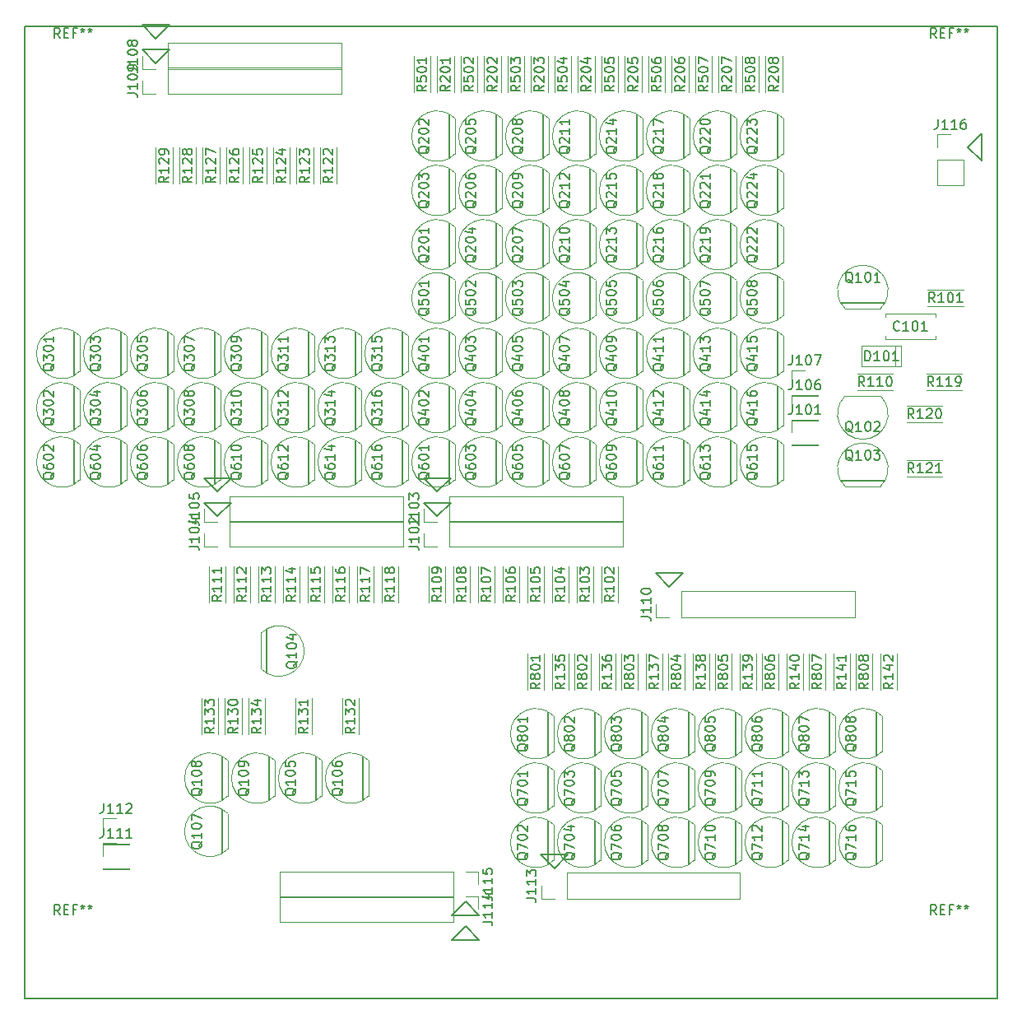
<source format=gbr>
%TF.GenerationSoftware,KiCad,Pcbnew,4.0.7-e2-6376~61~ubuntu18.04.1*%
%TF.CreationDate,2020-08-23T10:07:49+02:00*%
%TF.ProjectId,controller,636F6E74726F6C6C65722E6B69636164,rev?*%
%TF.FileFunction,Legend,Top*%
%FSLAX46Y46*%
G04 Gerber Fmt 4.6, Leading zero omitted, Abs format (unit mm)*
G04 Created by KiCad (PCBNEW 4.0.7-e2-6376~61~ubuntu18.04.1) date Sun Aug 23 10:07:49 2020*
%MOMM*%
%LPD*%
G01*
G04 APERTURE LIST*
%ADD10C,0.100000*%
%ADD11C,0.150000*%
%ADD12C,0.120000*%
G04 APERTURE END LIST*
D10*
D11*
X41440000Y-15405000D02*
X41440000Y-115405000D01*
X41440000Y-115405000D02*
X141440000Y-115405000D01*
X141440000Y-15405000D02*
X141440000Y-115405000D01*
X41440000Y-15405000D02*
X141440000Y-15405000D01*
D12*
X135108000Y-47538000D02*
X129988000Y-47538000D01*
X135108000Y-44918000D02*
X129988000Y-44918000D01*
X135108000Y-47538000D02*
X135108000Y-47224000D01*
X135108000Y-45232000D02*
X135108000Y-44918000D01*
X129988000Y-47538000D02*
X129988000Y-47224000D01*
X129988000Y-45232000D02*
X129988000Y-44918000D01*
X131600000Y-50336000D02*
X131600000Y-48216000D01*
X131600000Y-48216000D02*
X127480000Y-48216000D01*
X127480000Y-48216000D02*
X127480000Y-50336000D01*
X127480000Y-50336000D02*
X131600000Y-50336000D01*
X130940000Y-50336000D02*
X130940000Y-48216000D01*
X120336000Y-58480000D02*
X122996000Y-58480000D01*
X120336000Y-58420000D02*
X120336000Y-58480000D01*
X122996000Y-58420000D02*
X122996000Y-58480000D01*
X120336000Y-58420000D02*
X122996000Y-58420000D01*
X120336000Y-57150000D02*
X120336000Y-55820000D01*
X120336000Y-55820000D02*
X121666000Y-55820000D01*
D11*
X83820000Y-65786000D02*
X85217000Y-64389000D01*
X85217000Y-64389000D02*
X82423000Y-64389000D01*
X83820000Y-65786000D02*
X82423000Y-64389000D01*
D12*
X102930000Y-68894000D02*
X102930000Y-66234000D01*
X85090000Y-68894000D02*
X102930000Y-68894000D01*
X85090000Y-66234000D02*
X102930000Y-66234000D01*
X85090000Y-68894000D02*
X85090000Y-66234000D01*
X83820000Y-68894000D02*
X82490000Y-68894000D01*
X82490000Y-68894000D02*
X82490000Y-67564000D01*
D11*
X83820000Y-63246000D02*
X85217000Y-61849000D01*
X85217000Y-61849000D02*
X82423000Y-61849000D01*
X83820000Y-63246000D02*
X82423000Y-61849000D01*
D12*
X102930000Y-66354000D02*
X102930000Y-63694000D01*
X85090000Y-66354000D02*
X102930000Y-66354000D01*
X85090000Y-63694000D02*
X102930000Y-63694000D01*
X85090000Y-66354000D02*
X85090000Y-63694000D01*
X83820000Y-66354000D02*
X82490000Y-66354000D01*
X82490000Y-66354000D02*
X82490000Y-65024000D01*
D11*
X61214000Y-65786000D02*
X62611000Y-64389000D01*
X62611000Y-64389000D02*
X59817000Y-64389000D01*
X61214000Y-65786000D02*
X59817000Y-64389000D01*
D12*
X80324000Y-68894000D02*
X80324000Y-66234000D01*
X62484000Y-68894000D02*
X80324000Y-68894000D01*
X62484000Y-66234000D02*
X80324000Y-66234000D01*
X62484000Y-68894000D02*
X62484000Y-66234000D01*
X61214000Y-68894000D02*
X59884000Y-68894000D01*
X59884000Y-68894000D02*
X59884000Y-67564000D01*
D11*
X61214000Y-63246000D02*
X62611000Y-61849000D01*
X62611000Y-61849000D02*
X59817000Y-61849000D01*
X61214000Y-63246000D02*
X59817000Y-61849000D01*
D12*
X80324000Y-66354000D02*
X80324000Y-63694000D01*
X62484000Y-66354000D02*
X80324000Y-66354000D01*
X62484000Y-63694000D02*
X80324000Y-63694000D01*
X62484000Y-66354000D02*
X62484000Y-63694000D01*
X61214000Y-66354000D02*
X59884000Y-66354000D01*
X59884000Y-66354000D02*
X59884000Y-65024000D01*
X120336000Y-55940000D02*
X122996000Y-55940000D01*
X120336000Y-55880000D02*
X120336000Y-55940000D01*
X122996000Y-55880000D02*
X122996000Y-55940000D01*
X120336000Y-55880000D02*
X122996000Y-55880000D01*
X120336000Y-54610000D02*
X120336000Y-53280000D01*
X120336000Y-53280000D02*
X121666000Y-53280000D01*
X120336000Y-53400000D02*
X122996000Y-53400000D01*
X120336000Y-53340000D02*
X120336000Y-53400000D01*
X122996000Y-53340000D02*
X122996000Y-53400000D01*
X120336000Y-53340000D02*
X122996000Y-53340000D01*
X120336000Y-52070000D02*
X120336000Y-50740000D01*
X120336000Y-50740000D02*
X121666000Y-50740000D01*
D11*
X54864000Y-16637000D02*
X56261000Y-15240000D01*
X56261000Y-15240000D02*
X53467000Y-15240000D01*
X54864000Y-16637000D02*
X53467000Y-15240000D01*
D12*
X73974000Y-19745000D02*
X73974000Y-17085000D01*
X56134000Y-19745000D02*
X73974000Y-19745000D01*
X56134000Y-17085000D02*
X73974000Y-17085000D01*
X56134000Y-19745000D02*
X56134000Y-17085000D01*
X54864000Y-19745000D02*
X53534000Y-19745000D01*
X53534000Y-19745000D02*
X53534000Y-18415000D01*
D11*
X54864000Y-19177000D02*
X56261000Y-17780000D01*
X56261000Y-17780000D02*
X53467000Y-17780000D01*
X54864000Y-19177000D02*
X53467000Y-17780000D01*
D12*
X73974000Y-22285000D02*
X73974000Y-19625000D01*
X56134000Y-22285000D02*
X73974000Y-22285000D01*
X56134000Y-19625000D02*
X73974000Y-19625000D01*
X56134000Y-22285000D02*
X56134000Y-19625000D01*
X54864000Y-22285000D02*
X53534000Y-22285000D01*
X53534000Y-22285000D02*
X53534000Y-20955000D01*
D11*
X107696000Y-73025000D02*
X109093000Y-71628000D01*
X109093000Y-71628000D02*
X106299000Y-71628000D01*
X107696000Y-73025000D02*
X106299000Y-71628000D01*
D12*
X126806000Y-76133000D02*
X126806000Y-73473000D01*
X108966000Y-76133000D02*
X126806000Y-76133000D01*
X108966000Y-73473000D02*
X126806000Y-73473000D01*
X108966000Y-76133000D02*
X108966000Y-73473000D01*
X107696000Y-76133000D02*
X106366000Y-76133000D01*
X106366000Y-76133000D02*
X106366000Y-74803000D01*
X49470000Y-102041000D02*
X52130000Y-102041000D01*
X49470000Y-101981000D02*
X49470000Y-102041000D01*
X52130000Y-101981000D02*
X52130000Y-102041000D01*
X49470000Y-101981000D02*
X52130000Y-101981000D01*
X49470000Y-100711000D02*
X49470000Y-99381000D01*
X49470000Y-99381000D02*
X50800000Y-99381000D01*
X49470000Y-99501000D02*
X52130000Y-99501000D01*
X49470000Y-99441000D02*
X49470000Y-99501000D01*
X52130000Y-99441000D02*
X52130000Y-99501000D01*
X49470000Y-99441000D02*
X52130000Y-99441000D01*
X49470000Y-98171000D02*
X49470000Y-96841000D01*
X49470000Y-96841000D02*
X50800000Y-96841000D01*
D11*
X95885000Y-101981000D02*
X97282000Y-100584000D01*
X97282000Y-100584000D02*
X94488000Y-100584000D01*
X95885000Y-101981000D02*
X94488000Y-100584000D01*
D12*
X114995000Y-105089000D02*
X114995000Y-102429000D01*
X97155000Y-105089000D02*
X114995000Y-105089000D01*
X97155000Y-102429000D02*
X114995000Y-102429000D01*
X97155000Y-105089000D02*
X97155000Y-102429000D01*
X95885000Y-105089000D02*
X94555000Y-105089000D01*
X94555000Y-105089000D02*
X94555000Y-103759000D01*
D11*
X86741000Y-107950000D02*
X85344000Y-109347000D01*
X85344000Y-109347000D02*
X88138000Y-109347000D01*
X86741000Y-107950000D02*
X88138000Y-109347000D01*
D12*
X67631000Y-104842000D02*
X67631000Y-107502000D01*
X85471000Y-104842000D02*
X67631000Y-104842000D01*
X85471000Y-107502000D02*
X67631000Y-107502000D01*
X85471000Y-104842000D02*
X85471000Y-107502000D01*
X86741000Y-104842000D02*
X88071000Y-104842000D01*
X88071000Y-104842000D02*
X88071000Y-106172000D01*
D11*
X86741000Y-105410000D02*
X85344000Y-106807000D01*
X85344000Y-106807000D02*
X88138000Y-106807000D01*
X86741000Y-105410000D02*
X88138000Y-106807000D01*
D12*
X67631000Y-102302000D02*
X67631000Y-104962000D01*
X85471000Y-102302000D02*
X67631000Y-102302000D01*
X85471000Y-104962000D02*
X67631000Y-104962000D01*
X85471000Y-102302000D02*
X85471000Y-104962000D01*
X86741000Y-102302000D02*
X88071000Y-102302000D01*
X88071000Y-102302000D02*
X88071000Y-103632000D01*
D11*
X138430000Y-27813000D02*
X139827000Y-26416000D01*
X139827000Y-26416000D02*
X139827000Y-29210000D01*
X139827000Y-29210000D02*
X138430000Y-27813000D01*
D12*
X135322000Y-31683000D02*
X137982000Y-31683000D01*
X135322000Y-29083000D02*
X135322000Y-31683000D01*
X137982000Y-29083000D02*
X137982000Y-31683000D01*
X135322000Y-29083000D02*
X137982000Y-29083000D01*
X135322000Y-27813000D02*
X135322000Y-26483000D01*
X135322000Y-26483000D02*
X136652000Y-26483000D01*
D11*
X125399800Y-43840400D02*
X129870200Y-43840400D01*
D12*
X125835000Y-44395000D02*
X129435000Y-44395000D01*
X125796522Y-44383478D02*
G75*
G02X127635000Y-39945000I1838478J1838478D01*
G01*
X129473478Y-44383478D02*
G75*
G03X127635000Y-39945000I-1838478J1838478D01*
G01*
X129435000Y-53395000D02*
X125835000Y-53395000D01*
X129473478Y-53406522D02*
G75*
G02X127635000Y-57845000I-1838478J-1838478D01*
G01*
X125796522Y-53406522D02*
G75*
G03X127635000Y-57845000I1838478J-1838478D01*
G01*
D11*
X125399800Y-62128400D02*
X129870200Y-62128400D01*
D12*
X125835000Y-62683000D02*
X129435000Y-62683000D01*
X125796522Y-62671478D02*
G75*
G02X127635000Y-58233000I1838478J1838478D01*
G01*
X129473478Y-62671478D02*
G75*
G03X127635000Y-58233000I-1838478J1838478D01*
G01*
D11*
X66268600Y-77393800D02*
X66268600Y-81864200D01*
D12*
X65714000Y-77829000D02*
X65714000Y-81429000D01*
X65725522Y-77790522D02*
G75*
G02X70164000Y-79629000I1838478J-1838478D01*
G01*
X65725522Y-81467478D02*
G75*
G03X70164000Y-79629000I1838478J1838478D01*
G01*
D11*
X71399400Y-94945200D02*
X71399400Y-90474800D01*
D12*
X71954000Y-94510000D02*
X71954000Y-90910000D01*
X71942478Y-94548478D02*
G75*
G02X67504000Y-92710000I-1838478J1838478D01*
G01*
X71942478Y-90871522D02*
G75*
G03X67504000Y-92710000I-1838478J-1838478D01*
G01*
D11*
X76225400Y-94945200D02*
X76225400Y-90474800D01*
D12*
X76780000Y-94510000D02*
X76780000Y-90910000D01*
X76768478Y-94548478D02*
G75*
G02X72330000Y-92710000I-1838478J1838478D01*
G01*
X76768478Y-90871522D02*
G75*
G03X72330000Y-92710000I-1838478J-1838478D01*
G01*
D11*
X61747400Y-100406200D02*
X61747400Y-95935800D01*
D12*
X62302000Y-99971000D02*
X62302000Y-96371000D01*
X62290478Y-100009478D02*
G75*
G02X57852000Y-98171000I-1838478J1838478D01*
G01*
X62290478Y-96332522D02*
G75*
G03X57852000Y-98171000I-1838478J-1838478D01*
G01*
D11*
X61747400Y-94945200D02*
X61747400Y-90474800D01*
D12*
X62302000Y-94510000D02*
X62302000Y-90910000D01*
X62290478Y-94548478D02*
G75*
G02X57852000Y-92710000I-1838478J1838478D01*
G01*
X62290478Y-90871522D02*
G75*
G03X57852000Y-92710000I-1838478J-1838478D01*
G01*
D11*
X66573400Y-94945200D02*
X66573400Y-90474800D01*
D12*
X67128000Y-94510000D02*
X67128000Y-90910000D01*
X67116478Y-94548478D02*
G75*
G02X62678000Y-92710000I-1838478J1838478D01*
G01*
X67116478Y-90871522D02*
G75*
G03X62678000Y-92710000I-1838478J-1838478D01*
G01*
D11*
X85115400Y-40081200D02*
X85115400Y-35610800D01*
D12*
X85670000Y-39646000D02*
X85670000Y-36046000D01*
X85658478Y-39684478D02*
G75*
G02X81220000Y-37846000I-1838478J1838478D01*
G01*
X85658478Y-36007522D02*
G75*
G03X81220000Y-37846000I-1838478J-1838478D01*
G01*
D11*
X85115400Y-28905200D02*
X85115400Y-24434800D01*
D12*
X85670000Y-28470000D02*
X85670000Y-24870000D01*
X85658478Y-28508478D02*
G75*
G02X81220000Y-26670000I-1838478J1838478D01*
G01*
X85658478Y-24831522D02*
G75*
G03X81220000Y-26670000I-1838478J-1838478D01*
G01*
D11*
X85115400Y-34493200D02*
X85115400Y-30022800D01*
D12*
X85670000Y-34058000D02*
X85670000Y-30458000D01*
X85658478Y-34096478D02*
G75*
G02X81220000Y-32258000I-1838478J1838478D01*
G01*
X85658478Y-30419522D02*
G75*
G03X81220000Y-32258000I-1838478J-1838478D01*
G01*
D11*
X89941400Y-40081200D02*
X89941400Y-35610800D01*
D12*
X90496000Y-39646000D02*
X90496000Y-36046000D01*
X90484478Y-39684478D02*
G75*
G02X86046000Y-37846000I-1838478J1838478D01*
G01*
X90484478Y-36007522D02*
G75*
G03X86046000Y-37846000I-1838478J-1838478D01*
G01*
D11*
X89941400Y-28905200D02*
X89941400Y-24434800D01*
D12*
X90496000Y-28470000D02*
X90496000Y-24870000D01*
X90484478Y-28508478D02*
G75*
G02X86046000Y-26670000I-1838478J1838478D01*
G01*
X90484478Y-24831522D02*
G75*
G03X86046000Y-26670000I-1838478J-1838478D01*
G01*
D11*
X89941400Y-34493200D02*
X89941400Y-30022800D01*
D12*
X90496000Y-34058000D02*
X90496000Y-30458000D01*
X90484478Y-34096478D02*
G75*
G02X86046000Y-32258000I-1838478J1838478D01*
G01*
X90484478Y-30419522D02*
G75*
G03X86046000Y-32258000I-1838478J-1838478D01*
G01*
D11*
X94767400Y-40081200D02*
X94767400Y-35610800D01*
D12*
X95322000Y-39646000D02*
X95322000Y-36046000D01*
X95310478Y-39684478D02*
G75*
G02X90872000Y-37846000I-1838478J1838478D01*
G01*
X95310478Y-36007522D02*
G75*
G03X90872000Y-37846000I-1838478J-1838478D01*
G01*
D11*
X94767400Y-28905200D02*
X94767400Y-24434800D01*
D12*
X95322000Y-28470000D02*
X95322000Y-24870000D01*
X95310478Y-28508478D02*
G75*
G02X90872000Y-26670000I-1838478J1838478D01*
G01*
X95310478Y-24831522D02*
G75*
G03X90872000Y-26670000I-1838478J-1838478D01*
G01*
D11*
X94767400Y-34493200D02*
X94767400Y-30022800D01*
D12*
X95322000Y-34058000D02*
X95322000Y-30458000D01*
X95310478Y-34096478D02*
G75*
G02X90872000Y-32258000I-1838478J1838478D01*
G01*
X95310478Y-30419522D02*
G75*
G03X90872000Y-32258000I-1838478J-1838478D01*
G01*
D11*
X99593400Y-40081200D02*
X99593400Y-35610800D01*
D12*
X100148000Y-39646000D02*
X100148000Y-36046000D01*
X100136478Y-39684478D02*
G75*
G02X95698000Y-37846000I-1838478J1838478D01*
G01*
X100136478Y-36007522D02*
G75*
G03X95698000Y-37846000I-1838478J-1838478D01*
G01*
D11*
X99593400Y-28905200D02*
X99593400Y-24434800D01*
D12*
X100148000Y-28470000D02*
X100148000Y-24870000D01*
X100136478Y-28508478D02*
G75*
G02X95698000Y-26670000I-1838478J1838478D01*
G01*
X100136478Y-24831522D02*
G75*
G03X95698000Y-26670000I-1838478J-1838478D01*
G01*
D11*
X99593400Y-34493200D02*
X99593400Y-30022800D01*
D12*
X100148000Y-34058000D02*
X100148000Y-30458000D01*
X100136478Y-34096478D02*
G75*
G02X95698000Y-32258000I-1838478J1838478D01*
G01*
X100136478Y-30419522D02*
G75*
G03X95698000Y-32258000I-1838478J-1838478D01*
G01*
D11*
X104419400Y-40081200D02*
X104419400Y-35610800D01*
D12*
X104974000Y-39646000D02*
X104974000Y-36046000D01*
X104962478Y-39684478D02*
G75*
G02X100524000Y-37846000I-1838478J1838478D01*
G01*
X104962478Y-36007522D02*
G75*
G03X100524000Y-37846000I-1838478J-1838478D01*
G01*
D11*
X104419400Y-28905200D02*
X104419400Y-24434800D01*
D12*
X104974000Y-28470000D02*
X104974000Y-24870000D01*
X104962478Y-28508478D02*
G75*
G02X100524000Y-26670000I-1838478J1838478D01*
G01*
X104962478Y-24831522D02*
G75*
G03X100524000Y-26670000I-1838478J-1838478D01*
G01*
D11*
X104419400Y-34493200D02*
X104419400Y-30022800D01*
D12*
X104974000Y-34058000D02*
X104974000Y-30458000D01*
X104962478Y-34096478D02*
G75*
G02X100524000Y-32258000I-1838478J1838478D01*
G01*
X104962478Y-30419522D02*
G75*
G03X100524000Y-32258000I-1838478J-1838478D01*
G01*
D11*
X109245400Y-40081200D02*
X109245400Y-35610800D01*
D12*
X109800000Y-39646000D02*
X109800000Y-36046000D01*
X109788478Y-39684478D02*
G75*
G02X105350000Y-37846000I-1838478J1838478D01*
G01*
X109788478Y-36007522D02*
G75*
G03X105350000Y-37846000I-1838478J-1838478D01*
G01*
D11*
X109245400Y-28905200D02*
X109245400Y-24434800D01*
D12*
X109800000Y-28470000D02*
X109800000Y-24870000D01*
X109788478Y-28508478D02*
G75*
G02X105350000Y-26670000I-1838478J1838478D01*
G01*
X109788478Y-24831522D02*
G75*
G03X105350000Y-26670000I-1838478J-1838478D01*
G01*
D11*
X109245400Y-34493200D02*
X109245400Y-30022800D01*
D12*
X109800000Y-34058000D02*
X109800000Y-30458000D01*
X109788478Y-34096478D02*
G75*
G02X105350000Y-32258000I-1838478J1838478D01*
G01*
X109788478Y-30419522D02*
G75*
G03X105350000Y-32258000I-1838478J-1838478D01*
G01*
D11*
X114071400Y-40081200D02*
X114071400Y-35610800D01*
D12*
X114626000Y-39646000D02*
X114626000Y-36046000D01*
X114614478Y-39684478D02*
G75*
G02X110176000Y-37846000I-1838478J1838478D01*
G01*
X114614478Y-36007522D02*
G75*
G03X110176000Y-37846000I-1838478J-1838478D01*
G01*
D11*
X114071400Y-28905200D02*
X114071400Y-24434800D01*
D12*
X114626000Y-28470000D02*
X114626000Y-24870000D01*
X114614478Y-28508478D02*
G75*
G02X110176000Y-26670000I-1838478J1838478D01*
G01*
X114614478Y-24831522D02*
G75*
G03X110176000Y-26670000I-1838478J-1838478D01*
G01*
D11*
X114071400Y-34493200D02*
X114071400Y-30022800D01*
D12*
X114626000Y-34058000D02*
X114626000Y-30458000D01*
X114614478Y-34096478D02*
G75*
G02X110176000Y-32258000I-1838478J1838478D01*
G01*
X114614478Y-30419522D02*
G75*
G03X110176000Y-32258000I-1838478J-1838478D01*
G01*
D11*
X118897400Y-40081200D02*
X118897400Y-35610800D01*
D12*
X119452000Y-39646000D02*
X119452000Y-36046000D01*
X119440478Y-39684478D02*
G75*
G02X115002000Y-37846000I-1838478J1838478D01*
G01*
X119440478Y-36007522D02*
G75*
G03X115002000Y-37846000I-1838478J-1838478D01*
G01*
D11*
X118897400Y-28905200D02*
X118897400Y-24434800D01*
D12*
X119452000Y-28470000D02*
X119452000Y-24870000D01*
X119440478Y-28508478D02*
G75*
G02X115002000Y-26670000I-1838478J1838478D01*
G01*
X119440478Y-24831522D02*
G75*
G03X115002000Y-26670000I-1838478J-1838478D01*
G01*
D11*
X118897400Y-34493200D02*
X118897400Y-30022800D01*
D12*
X119452000Y-34058000D02*
X119452000Y-30458000D01*
X119440478Y-34096478D02*
G75*
G02X115002000Y-32258000I-1838478J1838478D01*
G01*
X119440478Y-30419522D02*
G75*
G03X115002000Y-32258000I-1838478J-1838478D01*
G01*
D11*
X46507400Y-51257200D02*
X46507400Y-46786800D01*
D12*
X47062000Y-50822000D02*
X47062000Y-47222000D01*
X47050478Y-50860478D02*
G75*
G02X42612000Y-49022000I-1838478J1838478D01*
G01*
X47050478Y-47183522D02*
G75*
G03X42612000Y-49022000I-1838478J-1838478D01*
G01*
D11*
X46507400Y-56845200D02*
X46507400Y-52374800D01*
D12*
X47062000Y-56410000D02*
X47062000Y-52810000D01*
X47050478Y-56448478D02*
G75*
G02X42612000Y-54610000I-1838478J1838478D01*
G01*
X47050478Y-52771522D02*
G75*
G03X42612000Y-54610000I-1838478J-1838478D01*
G01*
D11*
X51333400Y-51257200D02*
X51333400Y-46786800D01*
D12*
X51888000Y-50822000D02*
X51888000Y-47222000D01*
X51876478Y-50860478D02*
G75*
G02X47438000Y-49022000I-1838478J1838478D01*
G01*
X51876478Y-47183522D02*
G75*
G03X47438000Y-49022000I-1838478J-1838478D01*
G01*
D11*
X51333400Y-56845200D02*
X51333400Y-52374800D01*
D12*
X51888000Y-56410000D02*
X51888000Y-52810000D01*
X51876478Y-56448478D02*
G75*
G02X47438000Y-54610000I-1838478J1838478D01*
G01*
X51876478Y-52771522D02*
G75*
G03X47438000Y-54610000I-1838478J-1838478D01*
G01*
D11*
X56159400Y-51257200D02*
X56159400Y-46786800D01*
D12*
X56714000Y-50822000D02*
X56714000Y-47222000D01*
X56702478Y-50860478D02*
G75*
G02X52264000Y-49022000I-1838478J1838478D01*
G01*
X56702478Y-47183522D02*
G75*
G03X52264000Y-49022000I-1838478J-1838478D01*
G01*
D11*
X56159400Y-56845200D02*
X56159400Y-52374800D01*
D12*
X56714000Y-56410000D02*
X56714000Y-52810000D01*
X56702478Y-56448478D02*
G75*
G02X52264000Y-54610000I-1838478J1838478D01*
G01*
X56702478Y-52771522D02*
G75*
G03X52264000Y-54610000I-1838478J-1838478D01*
G01*
D11*
X60985400Y-51257200D02*
X60985400Y-46786800D01*
D12*
X61540000Y-50822000D02*
X61540000Y-47222000D01*
X61528478Y-50860478D02*
G75*
G02X57090000Y-49022000I-1838478J1838478D01*
G01*
X61528478Y-47183522D02*
G75*
G03X57090000Y-49022000I-1838478J-1838478D01*
G01*
D11*
X60985400Y-56845200D02*
X60985400Y-52374800D01*
D12*
X61540000Y-56410000D02*
X61540000Y-52810000D01*
X61528478Y-56448478D02*
G75*
G02X57090000Y-54610000I-1838478J1838478D01*
G01*
X61528478Y-52771522D02*
G75*
G03X57090000Y-54610000I-1838478J-1838478D01*
G01*
D11*
X65811400Y-51257200D02*
X65811400Y-46786800D01*
D12*
X66366000Y-50822000D02*
X66366000Y-47222000D01*
X66354478Y-50860478D02*
G75*
G02X61916000Y-49022000I-1838478J1838478D01*
G01*
X66354478Y-47183522D02*
G75*
G03X61916000Y-49022000I-1838478J-1838478D01*
G01*
D11*
X65811400Y-56845200D02*
X65811400Y-52374800D01*
D12*
X66366000Y-56410000D02*
X66366000Y-52810000D01*
X66354478Y-56448478D02*
G75*
G02X61916000Y-54610000I-1838478J1838478D01*
G01*
X66354478Y-52771522D02*
G75*
G03X61916000Y-54610000I-1838478J-1838478D01*
G01*
D11*
X70637400Y-51257200D02*
X70637400Y-46786800D01*
D12*
X71192000Y-50822000D02*
X71192000Y-47222000D01*
X71180478Y-50860478D02*
G75*
G02X66742000Y-49022000I-1838478J1838478D01*
G01*
X71180478Y-47183522D02*
G75*
G03X66742000Y-49022000I-1838478J-1838478D01*
G01*
D11*
X70637400Y-56845200D02*
X70637400Y-52374800D01*
D12*
X71192000Y-56410000D02*
X71192000Y-52810000D01*
X71180478Y-56448478D02*
G75*
G02X66742000Y-54610000I-1838478J1838478D01*
G01*
X71180478Y-52771522D02*
G75*
G03X66742000Y-54610000I-1838478J-1838478D01*
G01*
D11*
X75463400Y-51257200D02*
X75463400Y-46786800D01*
D12*
X76018000Y-50822000D02*
X76018000Y-47222000D01*
X76006478Y-50860478D02*
G75*
G02X71568000Y-49022000I-1838478J1838478D01*
G01*
X76006478Y-47183522D02*
G75*
G03X71568000Y-49022000I-1838478J-1838478D01*
G01*
D11*
X75463400Y-56845200D02*
X75463400Y-52374800D01*
D12*
X76018000Y-56410000D02*
X76018000Y-52810000D01*
X76006478Y-56448478D02*
G75*
G02X71568000Y-54610000I-1838478J1838478D01*
G01*
X76006478Y-52771522D02*
G75*
G03X71568000Y-54610000I-1838478J-1838478D01*
G01*
D11*
X80289400Y-51257200D02*
X80289400Y-46786800D01*
D12*
X80844000Y-50822000D02*
X80844000Y-47222000D01*
X80832478Y-50860478D02*
G75*
G02X76394000Y-49022000I-1838478J1838478D01*
G01*
X80832478Y-47183522D02*
G75*
G03X76394000Y-49022000I-1838478J-1838478D01*
G01*
D11*
X80289400Y-56845200D02*
X80289400Y-52374800D01*
D12*
X80844000Y-56410000D02*
X80844000Y-52810000D01*
X80832478Y-56448478D02*
G75*
G02X76394000Y-54610000I-1838478J1838478D01*
G01*
X80832478Y-52771522D02*
G75*
G03X76394000Y-54610000I-1838478J-1838478D01*
G01*
D11*
X85115400Y-51257200D02*
X85115400Y-46786800D01*
D12*
X85670000Y-50822000D02*
X85670000Y-47222000D01*
X85658478Y-50860478D02*
G75*
G02X81220000Y-49022000I-1838478J1838478D01*
G01*
X85658478Y-47183522D02*
G75*
G03X81220000Y-49022000I-1838478J-1838478D01*
G01*
D11*
X85115400Y-56845200D02*
X85115400Y-52374800D01*
D12*
X85670000Y-56410000D02*
X85670000Y-52810000D01*
X85658478Y-56448478D02*
G75*
G02X81220000Y-54610000I-1838478J1838478D01*
G01*
X85658478Y-52771522D02*
G75*
G03X81220000Y-54610000I-1838478J-1838478D01*
G01*
D11*
X89941400Y-51257200D02*
X89941400Y-46786800D01*
D12*
X90496000Y-50822000D02*
X90496000Y-47222000D01*
X90484478Y-50860478D02*
G75*
G02X86046000Y-49022000I-1838478J1838478D01*
G01*
X90484478Y-47183522D02*
G75*
G03X86046000Y-49022000I-1838478J-1838478D01*
G01*
D11*
X89941400Y-56845200D02*
X89941400Y-52374800D01*
D12*
X90496000Y-56410000D02*
X90496000Y-52810000D01*
X90484478Y-56448478D02*
G75*
G02X86046000Y-54610000I-1838478J1838478D01*
G01*
X90484478Y-52771522D02*
G75*
G03X86046000Y-54610000I-1838478J-1838478D01*
G01*
D11*
X94767400Y-51257200D02*
X94767400Y-46786800D01*
D12*
X95322000Y-50822000D02*
X95322000Y-47222000D01*
X95310478Y-50860478D02*
G75*
G02X90872000Y-49022000I-1838478J1838478D01*
G01*
X95310478Y-47183522D02*
G75*
G03X90872000Y-49022000I-1838478J-1838478D01*
G01*
D11*
X94767400Y-56845200D02*
X94767400Y-52374800D01*
D12*
X95322000Y-56410000D02*
X95322000Y-52810000D01*
X95310478Y-56448478D02*
G75*
G02X90872000Y-54610000I-1838478J1838478D01*
G01*
X95310478Y-52771522D02*
G75*
G03X90872000Y-54610000I-1838478J-1838478D01*
G01*
D11*
X99593400Y-51257200D02*
X99593400Y-46786800D01*
D12*
X100148000Y-50822000D02*
X100148000Y-47222000D01*
X100136478Y-50860478D02*
G75*
G02X95698000Y-49022000I-1838478J1838478D01*
G01*
X100136478Y-47183522D02*
G75*
G03X95698000Y-49022000I-1838478J-1838478D01*
G01*
D11*
X99593400Y-56845200D02*
X99593400Y-52374800D01*
D12*
X100148000Y-56410000D02*
X100148000Y-52810000D01*
X100136478Y-56448478D02*
G75*
G02X95698000Y-54610000I-1838478J1838478D01*
G01*
X100136478Y-52771522D02*
G75*
G03X95698000Y-54610000I-1838478J-1838478D01*
G01*
D11*
X104419400Y-51257200D02*
X104419400Y-46786800D01*
D12*
X104974000Y-50822000D02*
X104974000Y-47222000D01*
X104962478Y-50860478D02*
G75*
G02X100524000Y-49022000I-1838478J1838478D01*
G01*
X104962478Y-47183522D02*
G75*
G03X100524000Y-49022000I-1838478J-1838478D01*
G01*
D11*
X104419400Y-56845200D02*
X104419400Y-52374800D01*
D12*
X104974000Y-56410000D02*
X104974000Y-52810000D01*
X104962478Y-56448478D02*
G75*
G02X100524000Y-54610000I-1838478J1838478D01*
G01*
X104962478Y-52771522D02*
G75*
G03X100524000Y-54610000I-1838478J-1838478D01*
G01*
D11*
X109245400Y-51257200D02*
X109245400Y-46786800D01*
D12*
X109800000Y-50822000D02*
X109800000Y-47222000D01*
X109788478Y-50860478D02*
G75*
G02X105350000Y-49022000I-1838478J1838478D01*
G01*
X109788478Y-47183522D02*
G75*
G03X105350000Y-49022000I-1838478J-1838478D01*
G01*
D11*
X109245400Y-56845200D02*
X109245400Y-52374800D01*
D12*
X109800000Y-56410000D02*
X109800000Y-52810000D01*
X109788478Y-56448478D02*
G75*
G02X105350000Y-54610000I-1838478J1838478D01*
G01*
X109788478Y-52771522D02*
G75*
G03X105350000Y-54610000I-1838478J-1838478D01*
G01*
D11*
X114071400Y-51257200D02*
X114071400Y-46786800D01*
D12*
X114626000Y-50822000D02*
X114626000Y-47222000D01*
X114614478Y-50860478D02*
G75*
G02X110176000Y-49022000I-1838478J1838478D01*
G01*
X114614478Y-47183522D02*
G75*
G03X110176000Y-49022000I-1838478J-1838478D01*
G01*
D11*
X114071400Y-56845200D02*
X114071400Y-52374800D01*
D12*
X114626000Y-56410000D02*
X114626000Y-52810000D01*
X114614478Y-56448478D02*
G75*
G02X110176000Y-54610000I-1838478J1838478D01*
G01*
X114614478Y-52771522D02*
G75*
G03X110176000Y-54610000I-1838478J-1838478D01*
G01*
D11*
X118897400Y-51257200D02*
X118897400Y-46786800D01*
D12*
X119452000Y-50822000D02*
X119452000Y-47222000D01*
X119440478Y-50860478D02*
G75*
G02X115002000Y-49022000I-1838478J1838478D01*
G01*
X119440478Y-47183522D02*
G75*
G03X115002000Y-49022000I-1838478J-1838478D01*
G01*
D11*
X118897400Y-56845200D02*
X118897400Y-52374800D01*
D12*
X119452000Y-56410000D02*
X119452000Y-52810000D01*
X119440478Y-56448478D02*
G75*
G02X115002000Y-54610000I-1838478J1838478D01*
G01*
X119440478Y-52771522D02*
G75*
G03X115002000Y-54610000I-1838478J-1838478D01*
G01*
D11*
X85115400Y-45542200D02*
X85115400Y-41071800D01*
D12*
X85670000Y-45107000D02*
X85670000Y-41507000D01*
X85658478Y-45145478D02*
G75*
G02X81220000Y-43307000I-1838478J1838478D01*
G01*
X85658478Y-41468522D02*
G75*
G03X81220000Y-43307000I-1838478J-1838478D01*
G01*
D11*
X89941400Y-45542200D02*
X89941400Y-41071800D01*
D12*
X90496000Y-45107000D02*
X90496000Y-41507000D01*
X90484478Y-45145478D02*
G75*
G02X86046000Y-43307000I-1838478J1838478D01*
G01*
X90484478Y-41468522D02*
G75*
G03X86046000Y-43307000I-1838478J-1838478D01*
G01*
D11*
X94767400Y-45542200D02*
X94767400Y-41071800D01*
D12*
X95322000Y-45107000D02*
X95322000Y-41507000D01*
X95310478Y-45145478D02*
G75*
G02X90872000Y-43307000I-1838478J1838478D01*
G01*
X95310478Y-41468522D02*
G75*
G03X90872000Y-43307000I-1838478J-1838478D01*
G01*
D11*
X99593400Y-45542200D02*
X99593400Y-41071800D01*
D12*
X100148000Y-45107000D02*
X100148000Y-41507000D01*
X100136478Y-45145478D02*
G75*
G02X95698000Y-43307000I-1838478J1838478D01*
G01*
X100136478Y-41468522D02*
G75*
G03X95698000Y-43307000I-1838478J-1838478D01*
G01*
D11*
X104419400Y-45542200D02*
X104419400Y-41071800D01*
D12*
X104974000Y-45107000D02*
X104974000Y-41507000D01*
X104962478Y-45145478D02*
G75*
G02X100524000Y-43307000I-1838478J1838478D01*
G01*
X104962478Y-41468522D02*
G75*
G03X100524000Y-43307000I-1838478J-1838478D01*
G01*
D11*
X109245400Y-45542200D02*
X109245400Y-41071800D01*
D12*
X109800000Y-45107000D02*
X109800000Y-41507000D01*
X109788478Y-45145478D02*
G75*
G02X105350000Y-43307000I-1838478J1838478D01*
G01*
X109788478Y-41468522D02*
G75*
G03X105350000Y-43307000I-1838478J-1838478D01*
G01*
D11*
X114071400Y-45542200D02*
X114071400Y-41071800D01*
D12*
X114626000Y-45107000D02*
X114626000Y-41507000D01*
X114614478Y-45145478D02*
G75*
G02X110176000Y-43307000I-1838478J1838478D01*
G01*
X114614478Y-41468522D02*
G75*
G03X110176000Y-43307000I-1838478J-1838478D01*
G01*
D11*
X118897400Y-45542200D02*
X118897400Y-41071800D01*
D12*
X119452000Y-45107000D02*
X119452000Y-41507000D01*
X119440478Y-45145478D02*
G75*
G02X115002000Y-43307000I-1838478J1838478D01*
G01*
X119440478Y-41468522D02*
G75*
G03X115002000Y-43307000I-1838478J-1838478D01*
G01*
D11*
X85115400Y-62433200D02*
X85115400Y-57962800D01*
D12*
X85670000Y-61998000D02*
X85670000Y-58398000D01*
X85658478Y-62036478D02*
G75*
G02X81220000Y-60198000I-1838478J1838478D01*
G01*
X85658478Y-58359522D02*
G75*
G03X81220000Y-60198000I-1838478J-1838478D01*
G01*
D11*
X46507400Y-62433200D02*
X46507400Y-57962800D01*
D12*
X47062000Y-61998000D02*
X47062000Y-58398000D01*
X47050478Y-62036478D02*
G75*
G02X42612000Y-60198000I-1838478J1838478D01*
G01*
X47050478Y-58359522D02*
G75*
G03X42612000Y-60198000I-1838478J-1838478D01*
G01*
D11*
X89941400Y-62433200D02*
X89941400Y-57962800D01*
D12*
X90496000Y-61998000D02*
X90496000Y-58398000D01*
X90484478Y-62036478D02*
G75*
G02X86046000Y-60198000I-1838478J1838478D01*
G01*
X90484478Y-58359522D02*
G75*
G03X86046000Y-60198000I-1838478J-1838478D01*
G01*
D11*
X51333400Y-62433200D02*
X51333400Y-57962800D01*
D12*
X51888000Y-61998000D02*
X51888000Y-58398000D01*
X51876478Y-62036478D02*
G75*
G02X47438000Y-60198000I-1838478J1838478D01*
G01*
X51876478Y-58359522D02*
G75*
G03X47438000Y-60198000I-1838478J-1838478D01*
G01*
D11*
X94767400Y-62433200D02*
X94767400Y-57962800D01*
D12*
X95322000Y-61998000D02*
X95322000Y-58398000D01*
X95310478Y-62036478D02*
G75*
G02X90872000Y-60198000I-1838478J1838478D01*
G01*
X95310478Y-58359522D02*
G75*
G03X90872000Y-60198000I-1838478J-1838478D01*
G01*
D11*
X56159400Y-62433200D02*
X56159400Y-57962800D01*
D12*
X56714000Y-61998000D02*
X56714000Y-58398000D01*
X56702478Y-62036478D02*
G75*
G02X52264000Y-60198000I-1838478J1838478D01*
G01*
X56702478Y-58359522D02*
G75*
G03X52264000Y-60198000I-1838478J-1838478D01*
G01*
D11*
X99593400Y-62433200D02*
X99593400Y-57962800D01*
D12*
X100148000Y-61998000D02*
X100148000Y-58398000D01*
X100136478Y-62036478D02*
G75*
G02X95698000Y-60198000I-1838478J1838478D01*
G01*
X100136478Y-58359522D02*
G75*
G03X95698000Y-60198000I-1838478J-1838478D01*
G01*
D11*
X60985400Y-62433200D02*
X60985400Y-57962800D01*
D12*
X61540000Y-61998000D02*
X61540000Y-58398000D01*
X61528478Y-62036478D02*
G75*
G02X57090000Y-60198000I-1838478J1838478D01*
G01*
X61528478Y-58359522D02*
G75*
G03X57090000Y-60198000I-1838478J-1838478D01*
G01*
D11*
X104419400Y-62433200D02*
X104419400Y-57962800D01*
D12*
X104974000Y-61998000D02*
X104974000Y-58398000D01*
X104962478Y-62036478D02*
G75*
G02X100524000Y-60198000I-1838478J1838478D01*
G01*
X104962478Y-58359522D02*
G75*
G03X100524000Y-60198000I-1838478J-1838478D01*
G01*
D11*
X65811400Y-62433200D02*
X65811400Y-57962800D01*
D12*
X66366000Y-61998000D02*
X66366000Y-58398000D01*
X66354478Y-62036478D02*
G75*
G02X61916000Y-60198000I-1838478J1838478D01*
G01*
X66354478Y-58359522D02*
G75*
G03X61916000Y-60198000I-1838478J-1838478D01*
G01*
D11*
X109245400Y-62433200D02*
X109245400Y-57962800D01*
D12*
X109800000Y-61998000D02*
X109800000Y-58398000D01*
X109788478Y-62036478D02*
G75*
G02X105350000Y-60198000I-1838478J1838478D01*
G01*
X109788478Y-58359522D02*
G75*
G03X105350000Y-60198000I-1838478J-1838478D01*
G01*
D11*
X70637400Y-62433200D02*
X70637400Y-57962800D01*
D12*
X71192000Y-61998000D02*
X71192000Y-58398000D01*
X71180478Y-62036478D02*
G75*
G02X66742000Y-60198000I-1838478J1838478D01*
G01*
X71180478Y-58359522D02*
G75*
G03X66742000Y-60198000I-1838478J-1838478D01*
G01*
D11*
X114071400Y-62433200D02*
X114071400Y-57962800D01*
D12*
X114626000Y-61998000D02*
X114626000Y-58398000D01*
X114614478Y-62036478D02*
G75*
G02X110176000Y-60198000I-1838478J1838478D01*
G01*
X114614478Y-58359522D02*
G75*
G03X110176000Y-60198000I-1838478J-1838478D01*
G01*
D11*
X75463400Y-62433200D02*
X75463400Y-57962800D01*
D12*
X76018000Y-61998000D02*
X76018000Y-58398000D01*
X76006478Y-62036478D02*
G75*
G02X71568000Y-60198000I-1838478J1838478D01*
G01*
X76006478Y-58359522D02*
G75*
G03X71568000Y-60198000I-1838478J-1838478D01*
G01*
D11*
X118897400Y-62433200D02*
X118897400Y-57962800D01*
D12*
X119452000Y-61998000D02*
X119452000Y-58398000D01*
X119440478Y-62036478D02*
G75*
G02X115002000Y-60198000I-1838478J1838478D01*
G01*
X119440478Y-58359522D02*
G75*
G03X115002000Y-60198000I-1838478J-1838478D01*
G01*
D11*
X80289400Y-62433200D02*
X80289400Y-57962800D01*
D12*
X80844000Y-61998000D02*
X80844000Y-58398000D01*
X80832478Y-62036478D02*
G75*
G02X76394000Y-60198000I-1838478J1838478D01*
G01*
X80832478Y-58359522D02*
G75*
G03X76394000Y-60198000I-1838478J-1838478D01*
G01*
D11*
X95275400Y-95961200D02*
X95275400Y-91490800D01*
D12*
X95830000Y-95526000D02*
X95830000Y-91926000D01*
X95818478Y-95564478D02*
G75*
G02X91380000Y-93726000I-1838478J1838478D01*
G01*
X95818478Y-91887522D02*
G75*
G03X91380000Y-93726000I-1838478J-1838478D01*
G01*
D11*
X95275400Y-101549200D02*
X95275400Y-97078800D01*
D12*
X95830000Y-101114000D02*
X95830000Y-97514000D01*
X95818478Y-101152478D02*
G75*
G02X91380000Y-99314000I-1838478J1838478D01*
G01*
X95818478Y-97475522D02*
G75*
G03X91380000Y-99314000I-1838478J-1838478D01*
G01*
D11*
X100101400Y-95961200D02*
X100101400Y-91490800D01*
D12*
X100656000Y-95526000D02*
X100656000Y-91926000D01*
X100644478Y-95564478D02*
G75*
G02X96206000Y-93726000I-1838478J1838478D01*
G01*
X100644478Y-91887522D02*
G75*
G03X96206000Y-93726000I-1838478J-1838478D01*
G01*
D11*
X100101400Y-101549200D02*
X100101400Y-97078800D01*
D12*
X100656000Y-101114000D02*
X100656000Y-97514000D01*
X100644478Y-101152478D02*
G75*
G02X96206000Y-99314000I-1838478J1838478D01*
G01*
X100644478Y-97475522D02*
G75*
G03X96206000Y-99314000I-1838478J-1838478D01*
G01*
D11*
X104927400Y-95961200D02*
X104927400Y-91490800D01*
D12*
X105482000Y-95526000D02*
X105482000Y-91926000D01*
X105470478Y-95564478D02*
G75*
G02X101032000Y-93726000I-1838478J1838478D01*
G01*
X105470478Y-91887522D02*
G75*
G03X101032000Y-93726000I-1838478J-1838478D01*
G01*
D11*
X104927400Y-101549200D02*
X104927400Y-97078800D01*
D12*
X105482000Y-101114000D02*
X105482000Y-97514000D01*
X105470478Y-101152478D02*
G75*
G02X101032000Y-99314000I-1838478J1838478D01*
G01*
X105470478Y-97475522D02*
G75*
G03X101032000Y-99314000I-1838478J-1838478D01*
G01*
D11*
X109753400Y-95961200D02*
X109753400Y-91490800D01*
D12*
X110308000Y-95526000D02*
X110308000Y-91926000D01*
X110296478Y-95564478D02*
G75*
G02X105858000Y-93726000I-1838478J1838478D01*
G01*
X110296478Y-91887522D02*
G75*
G03X105858000Y-93726000I-1838478J-1838478D01*
G01*
D11*
X109753400Y-101549200D02*
X109753400Y-97078800D01*
D12*
X110308000Y-101114000D02*
X110308000Y-97514000D01*
X110296478Y-101152478D02*
G75*
G02X105858000Y-99314000I-1838478J1838478D01*
G01*
X110296478Y-97475522D02*
G75*
G03X105858000Y-99314000I-1838478J-1838478D01*
G01*
D11*
X114579400Y-95961200D02*
X114579400Y-91490800D01*
D12*
X115134000Y-95526000D02*
X115134000Y-91926000D01*
X115122478Y-95564478D02*
G75*
G02X110684000Y-93726000I-1838478J1838478D01*
G01*
X115122478Y-91887522D02*
G75*
G03X110684000Y-93726000I-1838478J-1838478D01*
G01*
D11*
X114579400Y-101549200D02*
X114579400Y-97078800D01*
D12*
X115134000Y-101114000D02*
X115134000Y-97514000D01*
X115122478Y-101152478D02*
G75*
G02X110684000Y-99314000I-1838478J1838478D01*
G01*
X115122478Y-97475522D02*
G75*
G03X110684000Y-99314000I-1838478J-1838478D01*
G01*
D11*
X119405400Y-95961200D02*
X119405400Y-91490800D01*
D12*
X119960000Y-95526000D02*
X119960000Y-91926000D01*
X119948478Y-95564478D02*
G75*
G02X115510000Y-93726000I-1838478J1838478D01*
G01*
X119948478Y-91887522D02*
G75*
G03X115510000Y-93726000I-1838478J-1838478D01*
G01*
D11*
X119405400Y-101549200D02*
X119405400Y-97078800D01*
D12*
X119960000Y-101114000D02*
X119960000Y-97514000D01*
X119948478Y-101152478D02*
G75*
G02X115510000Y-99314000I-1838478J1838478D01*
G01*
X119948478Y-97475522D02*
G75*
G03X115510000Y-99314000I-1838478J-1838478D01*
G01*
D11*
X124231400Y-95961200D02*
X124231400Y-91490800D01*
D12*
X124786000Y-95526000D02*
X124786000Y-91926000D01*
X124774478Y-95564478D02*
G75*
G02X120336000Y-93726000I-1838478J1838478D01*
G01*
X124774478Y-91887522D02*
G75*
G03X120336000Y-93726000I-1838478J-1838478D01*
G01*
D11*
X124231400Y-101549200D02*
X124231400Y-97078800D01*
D12*
X124786000Y-101114000D02*
X124786000Y-97514000D01*
X124774478Y-101152478D02*
G75*
G02X120336000Y-99314000I-1838478J1838478D01*
G01*
X124774478Y-97475522D02*
G75*
G03X120336000Y-99314000I-1838478J-1838478D01*
G01*
D11*
X129057400Y-95961200D02*
X129057400Y-91490800D01*
D12*
X129612000Y-95526000D02*
X129612000Y-91926000D01*
X129600478Y-95564478D02*
G75*
G02X125162000Y-93726000I-1838478J1838478D01*
G01*
X129600478Y-91887522D02*
G75*
G03X125162000Y-93726000I-1838478J-1838478D01*
G01*
D11*
X129057400Y-101549200D02*
X129057400Y-97078800D01*
D12*
X129612000Y-101114000D02*
X129612000Y-97514000D01*
X129600478Y-101152478D02*
G75*
G02X125162000Y-99314000I-1838478J1838478D01*
G01*
X129600478Y-97475522D02*
G75*
G03X125162000Y-99314000I-1838478J-1838478D01*
G01*
D11*
X95275400Y-90373200D02*
X95275400Y-85902800D01*
D12*
X95830000Y-89938000D02*
X95830000Y-86338000D01*
X95818478Y-89976478D02*
G75*
G02X91380000Y-88138000I-1838478J1838478D01*
G01*
X95818478Y-86299522D02*
G75*
G03X91380000Y-88138000I-1838478J-1838478D01*
G01*
D11*
X100101400Y-90373200D02*
X100101400Y-85902800D01*
D12*
X100656000Y-89938000D02*
X100656000Y-86338000D01*
X100644478Y-89976478D02*
G75*
G02X96206000Y-88138000I-1838478J1838478D01*
G01*
X100644478Y-86299522D02*
G75*
G03X96206000Y-88138000I-1838478J-1838478D01*
G01*
D11*
X104927400Y-90373200D02*
X104927400Y-85902800D01*
D12*
X105482000Y-89938000D02*
X105482000Y-86338000D01*
X105470478Y-89976478D02*
G75*
G02X101032000Y-88138000I-1838478J1838478D01*
G01*
X105470478Y-86299522D02*
G75*
G03X101032000Y-88138000I-1838478J-1838478D01*
G01*
D11*
X109753400Y-90373200D02*
X109753400Y-85902800D01*
D12*
X110308000Y-89938000D02*
X110308000Y-86338000D01*
X110296478Y-89976478D02*
G75*
G02X105858000Y-88138000I-1838478J1838478D01*
G01*
X110296478Y-86299522D02*
G75*
G03X105858000Y-88138000I-1838478J-1838478D01*
G01*
D11*
X114579400Y-90373200D02*
X114579400Y-85902800D01*
D12*
X115134000Y-89938000D02*
X115134000Y-86338000D01*
X115122478Y-89976478D02*
G75*
G02X110684000Y-88138000I-1838478J1838478D01*
G01*
X115122478Y-86299522D02*
G75*
G03X110684000Y-88138000I-1838478J-1838478D01*
G01*
D11*
X119405400Y-90373200D02*
X119405400Y-85902800D01*
D12*
X119960000Y-89938000D02*
X119960000Y-86338000D01*
X119948478Y-89976478D02*
G75*
G02X115510000Y-88138000I-1838478J1838478D01*
G01*
X119948478Y-86299522D02*
G75*
G03X115510000Y-88138000I-1838478J-1838478D01*
G01*
D11*
X124231400Y-90373200D02*
X124231400Y-85902800D01*
D12*
X124786000Y-89938000D02*
X124786000Y-86338000D01*
X124774478Y-89976478D02*
G75*
G02X120336000Y-88138000I-1838478J1838478D01*
G01*
X124774478Y-86299522D02*
G75*
G03X120336000Y-88138000I-1838478J-1838478D01*
G01*
D11*
X129057400Y-90373200D02*
X129057400Y-85902800D01*
D12*
X129612000Y-89938000D02*
X129612000Y-86338000D01*
X129600478Y-89976478D02*
G75*
G02X125162000Y-88138000I-1838478J1838478D01*
G01*
X129600478Y-86299522D02*
G75*
G03X125162000Y-88138000I-1838478J-1838478D01*
G01*
X138004000Y-44167000D02*
X134284000Y-44167000D01*
X138004000Y-42447000D02*
X134284000Y-42447000D01*
X100740000Y-74631000D02*
X100740000Y-70911000D01*
X102460000Y-74631000D02*
X102460000Y-70911000D01*
X98200000Y-74631000D02*
X98200000Y-70911000D01*
X99920000Y-74631000D02*
X99920000Y-70911000D01*
X95660000Y-74631000D02*
X95660000Y-70911000D01*
X97380000Y-74631000D02*
X97380000Y-70911000D01*
X93120000Y-74631000D02*
X93120000Y-70911000D01*
X94840000Y-74631000D02*
X94840000Y-70911000D01*
X90580000Y-74631000D02*
X90580000Y-70911000D01*
X92300000Y-74631000D02*
X92300000Y-70911000D01*
X88040000Y-74631000D02*
X88040000Y-70911000D01*
X89760000Y-74631000D02*
X89760000Y-70911000D01*
X85500000Y-74631000D02*
X85500000Y-70911000D01*
X87220000Y-74631000D02*
X87220000Y-70911000D01*
X82960000Y-74631000D02*
X82960000Y-70911000D01*
X84680000Y-74631000D02*
X84680000Y-70911000D01*
X130765000Y-52803000D02*
X127045000Y-52803000D01*
X130765000Y-51083000D02*
X127045000Y-51083000D01*
X62074000Y-70911000D02*
X62074000Y-74631000D01*
X60354000Y-70911000D02*
X60354000Y-74631000D01*
X64614000Y-70911000D02*
X64614000Y-74631000D01*
X62894000Y-70911000D02*
X62894000Y-74631000D01*
X67154000Y-70911000D02*
X67154000Y-74631000D01*
X65434000Y-70911000D02*
X65434000Y-74631000D01*
X69694000Y-70911000D02*
X69694000Y-74631000D01*
X67974000Y-70911000D02*
X67974000Y-74631000D01*
X72234000Y-70911000D02*
X72234000Y-74631000D01*
X70514000Y-70911000D02*
X70514000Y-74631000D01*
X74774000Y-70911000D02*
X74774000Y-74631000D01*
X73054000Y-70911000D02*
X73054000Y-74631000D01*
X77314000Y-70911000D02*
X77314000Y-74631000D01*
X75594000Y-70911000D02*
X75594000Y-74631000D01*
X79854000Y-70911000D02*
X79854000Y-74631000D01*
X78134000Y-70911000D02*
X78134000Y-74631000D01*
X134157000Y-51083000D02*
X137877000Y-51083000D01*
X134157000Y-52803000D02*
X137877000Y-52803000D01*
X135845000Y-56105000D02*
X132125000Y-56105000D01*
X135845000Y-54385000D02*
X132125000Y-54385000D01*
X135845000Y-61693000D02*
X132125000Y-61693000D01*
X135845000Y-59973000D02*
X132125000Y-59973000D01*
X73504000Y-27858000D02*
X73504000Y-31578000D01*
X71784000Y-27858000D02*
X71784000Y-31578000D01*
X71091000Y-27858000D02*
X71091000Y-31578000D01*
X69371000Y-27858000D02*
X69371000Y-31578000D01*
X68678000Y-27858000D02*
X68678000Y-31578000D01*
X66958000Y-27858000D02*
X66958000Y-31578000D01*
X66265000Y-27858000D02*
X66265000Y-31578000D01*
X64545000Y-27858000D02*
X64545000Y-31578000D01*
X63852000Y-27858000D02*
X63852000Y-31578000D01*
X62132000Y-27858000D02*
X62132000Y-31578000D01*
X61439000Y-27858000D02*
X61439000Y-31578000D01*
X59719000Y-27858000D02*
X59719000Y-31578000D01*
X59026000Y-27858000D02*
X59026000Y-31578000D01*
X57306000Y-27858000D02*
X57306000Y-31578000D01*
X56613000Y-27858000D02*
X56613000Y-31578000D01*
X54893000Y-27858000D02*
X54893000Y-31578000D01*
X63725000Y-84500000D02*
X63725000Y-88220000D01*
X62005000Y-84500000D02*
X62005000Y-88220000D01*
X70964000Y-84500000D02*
X70964000Y-88220000D01*
X69244000Y-84500000D02*
X69244000Y-88220000D01*
X75790000Y-84500000D02*
X75790000Y-88220000D01*
X74070000Y-84500000D02*
X74070000Y-88220000D01*
X61312000Y-84500000D02*
X61312000Y-88220000D01*
X59592000Y-84500000D02*
X59592000Y-88220000D01*
X66138000Y-84500000D02*
X66138000Y-88220000D01*
X64418000Y-84500000D02*
X64418000Y-88220000D01*
X97380000Y-79928000D02*
X97380000Y-83648000D01*
X95660000Y-79928000D02*
X95660000Y-83648000D01*
X102206000Y-79928000D02*
X102206000Y-83648000D01*
X100486000Y-79928000D02*
X100486000Y-83648000D01*
X107032000Y-79928000D02*
X107032000Y-83648000D01*
X105312000Y-79928000D02*
X105312000Y-83648000D01*
X111858000Y-79928000D02*
X111858000Y-83648000D01*
X110138000Y-79928000D02*
X110138000Y-83648000D01*
X116684000Y-79928000D02*
X116684000Y-83648000D01*
X114964000Y-79928000D02*
X114964000Y-83648000D01*
X121510000Y-79928000D02*
X121510000Y-83648000D01*
X119790000Y-79928000D02*
X119790000Y-83648000D01*
X126336000Y-79928000D02*
X126336000Y-83648000D01*
X124616000Y-79928000D02*
X124616000Y-83648000D01*
X131162000Y-79928000D02*
X131162000Y-83648000D01*
X129442000Y-79928000D02*
X129442000Y-83648000D01*
X85569000Y-18460000D02*
X85569000Y-22180000D01*
X83849000Y-18460000D02*
X83849000Y-22180000D01*
X90395000Y-18460000D02*
X90395000Y-22180000D01*
X88675000Y-18460000D02*
X88675000Y-22180000D01*
X95221000Y-18460000D02*
X95221000Y-22180000D01*
X93501000Y-18460000D02*
X93501000Y-22180000D01*
X100047000Y-18460000D02*
X100047000Y-22180000D01*
X98327000Y-18460000D02*
X98327000Y-22180000D01*
X104873000Y-18460000D02*
X104873000Y-22180000D01*
X103153000Y-18460000D02*
X103153000Y-22180000D01*
X109699000Y-18460000D02*
X109699000Y-22180000D01*
X107979000Y-18460000D02*
X107979000Y-22180000D01*
X114525000Y-18460000D02*
X114525000Y-22180000D01*
X112805000Y-18460000D02*
X112805000Y-22180000D01*
X119351000Y-18460000D02*
X119351000Y-22180000D01*
X117631000Y-18460000D02*
X117631000Y-22180000D01*
X83156000Y-18460000D02*
X83156000Y-22180000D01*
X81436000Y-18460000D02*
X81436000Y-22180000D01*
X87982000Y-18460000D02*
X87982000Y-22180000D01*
X86262000Y-18460000D02*
X86262000Y-22180000D01*
X92808000Y-18460000D02*
X92808000Y-22180000D01*
X91088000Y-18460000D02*
X91088000Y-22180000D01*
X97634000Y-18460000D02*
X97634000Y-22180000D01*
X95914000Y-18460000D02*
X95914000Y-22180000D01*
X102460000Y-18460000D02*
X102460000Y-22180000D01*
X100740000Y-18460000D02*
X100740000Y-22180000D01*
X107286000Y-18460000D02*
X107286000Y-22180000D01*
X105566000Y-18460000D02*
X105566000Y-22180000D01*
X112112000Y-18460000D02*
X112112000Y-22180000D01*
X110392000Y-18460000D02*
X110392000Y-22180000D01*
X116938000Y-18460000D02*
X116938000Y-22180000D01*
X115218000Y-18460000D02*
X115218000Y-22180000D01*
X94840000Y-79928000D02*
X94840000Y-83648000D01*
X93120000Y-79928000D02*
X93120000Y-83648000D01*
X99666000Y-79928000D02*
X99666000Y-83648000D01*
X97946000Y-79928000D02*
X97946000Y-83648000D01*
X104492000Y-79928000D02*
X104492000Y-83648000D01*
X102772000Y-79928000D02*
X102772000Y-83648000D01*
X109318000Y-79928000D02*
X109318000Y-83648000D01*
X107598000Y-79928000D02*
X107598000Y-83648000D01*
X114144000Y-79928000D02*
X114144000Y-83648000D01*
X112424000Y-79928000D02*
X112424000Y-83648000D01*
X118970000Y-79928000D02*
X118970000Y-83648000D01*
X117250000Y-79928000D02*
X117250000Y-83648000D01*
X123796000Y-79928000D02*
X123796000Y-83648000D01*
X122076000Y-79928000D02*
X122076000Y-83648000D01*
X128622000Y-79928000D02*
X128622000Y-83648000D01*
X126902000Y-79928000D02*
X126902000Y-83648000D01*
D11*
X131388953Y-46585143D02*
X131341334Y-46632762D01*
X131198477Y-46680381D01*
X131103239Y-46680381D01*
X130960381Y-46632762D01*
X130865143Y-46537524D01*
X130817524Y-46442286D01*
X130769905Y-46251810D01*
X130769905Y-46108952D01*
X130817524Y-45918476D01*
X130865143Y-45823238D01*
X130960381Y-45728000D01*
X131103239Y-45680381D01*
X131198477Y-45680381D01*
X131341334Y-45728000D01*
X131388953Y-45775619D01*
X132341334Y-46680381D02*
X131769905Y-46680381D01*
X132055619Y-46680381D02*
X132055619Y-45680381D01*
X131960381Y-45823238D01*
X131865143Y-45918476D01*
X131769905Y-45966095D01*
X132960381Y-45680381D02*
X133055620Y-45680381D01*
X133150858Y-45728000D01*
X133198477Y-45775619D01*
X133246096Y-45870857D01*
X133293715Y-46061333D01*
X133293715Y-46299429D01*
X133246096Y-46489905D01*
X133198477Y-46585143D01*
X133150858Y-46632762D01*
X133055620Y-46680381D01*
X132960381Y-46680381D01*
X132865143Y-46632762D01*
X132817524Y-46585143D01*
X132769905Y-46489905D01*
X132722286Y-46299429D01*
X132722286Y-46061333D01*
X132769905Y-45870857D01*
X132817524Y-45775619D01*
X132865143Y-45728000D01*
X132960381Y-45680381D01*
X134246096Y-46680381D02*
X133674667Y-46680381D01*
X133960381Y-46680381D02*
X133960381Y-45680381D01*
X133865143Y-45823238D01*
X133769905Y-45918476D01*
X133674667Y-45966095D01*
X127849524Y-49756381D02*
X127849524Y-48756381D01*
X128087619Y-48756381D01*
X128230477Y-48804000D01*
X128325715Y-48899238D01*
X128373334Y-48994476D01*
X128420953Y-49184952D01*
X128420953Y-49327810D01*
X128373334Y-49518286D01*
X128325715Y-49613524D01*
X128230477Y-49708762D01*
X128087619Y-49756381D01*
X127849524Y-49756381D01*
X129373334Y-49756381D02*
X128801905Y-49756381D01*
X129087619Y-49756381D02*
X129087619Y-48756381D01*
X128992381Y-48899238D01*
X128897143Y-48994476D01*
X128801905Y-49042095D01*
X129992381Y-48756381D02*
X130087620Y-48756381D01*
X130182858Y-48804000D01*
X130230477Y-48851619D01*
X130278096Y-48946857D01*
X130325715Y-49137333D01*
X130325715Y-49375429D01*
X130278096Y-49565905D01*
X130230477Y-49661143D01*
X130182858Y-49708762D01*
X130087620Y-49756381D01*
X129992381Y-49756381D01*
X129897143Y-49708762D01*
X129849524Y-49661143D01*
X129801905Y-49565905D01*
X129754286Y-49375429D01*
X129754286Y-49137333D01*
X129801905Y-48946857D01*
X129849524Y-48851619D01*
X129897143Y-48804000D01*
X129992381Y-48756381D01*
X131278096Y-49756381D02*
X130706667Y-49756381D01*
X130992381Y-49756381D02*
X130992381Y-48756381D01*
X130897143Y-48899238D01*
X130801905Y-48994476D01*
X130706667Y-49042095D01*
X120380286Y-54272381D02*
X120380286Y-54986667D01*
X120332666Y-55129524D01*
X120237428Y-55224762D01*
X120094571Y-55272381D01*
X119999333Y-55272381D01*
X121380286Y-55272381D02*
X120808857Y-55272381D01*
X121094571Y-55272381D02*
X121094571Y-54272381D01*
X120999333Y-54415238D01*
X120904095Y-54510476D01*
X120808857Y-54558095D01*
X121999333Y-54272381D02*
X122094572Y-54272381D01*
X122189810Y-54320000D01*
X122237429Y-54367619D01*
X122285048Y-54462857D01*
X122332667Y-54653333D01*
X122332667Y-54891429D01*
X122285048Y-55081905D01*
X122237429Y-55177143D01*
X122189810Y-55224762D01*
X122094572Y-55272381D01*
X121999333Y-55272381D01*
X121904095Y-55224762D01*
X121856476Y-55177143D01*
X121808857Y-55081905D01*
X121761238Y-54891429D01*
X121761238Y-54653333D01*
X121808857Y-54462857D01*
X121856476Y-54367619D01*
X121904095Y-54320000D01*
X121999333Y-54272381D01*
X123285048Y-55272381D02*
X122713619Y-55272381D01*
X122999333Y-55272381D02*
X122999333Y-54272381D01*
X122904095Y-54415238D01*
X122808857Y-54510476D01*
X122713619Y-54558095D01*
X80942381Y-68849714D02*
X81656667Y-68849714D01*
X81799524Y-68897334D01*
X81894762Y-68992572D01*
X81942381Y-69135429D01*
X81942381Y-69230667D01*
X81942381Y-67849714D02*
X81942381Y-68421143D01*
X81942381Y-68135429D02*
X80942381Y-68135429D01*
X81085238Y-68230667D01*
X81180476Y-68325905D01*
X81228095Y-68421143D01*
X80942381Y-67230667D02*
X80942381Y-67135428D01*
X80990000Y-67040190D01*
X81037619Y-66992571D01*
X81132857Y-66944952D01*
X81323333Y-66897333D01*
X81561429Y-66897333D01*
X81751905Y-66944952D01*
X81847143Y-66992571D01*
X81894762Y-67040190D01*
X81942381Y-67135428D01*
X81942381Y-67230667D01*
X81894762Y-67325905D01*
X81847143Y-67373524D01*
X81751905Y-67421143D01*
X81561429Y-67468762D01*
X81323333Y-67468762D01*
X81132857Y-67421143D01*
X81037619Y-67373524D01*
X80990000Y-67325905D01*
X80942381Y-67230667D01*
X81037619Y-66516381D02*
X80990000Y-66468762D01*
X80942381Y-66373524D01*
X80942381Y-66135428D01*
X80990000Y-66040190D01*
X81037619Y-65992571D01*
X81132857Y-65944952D01*
X81228095Y-65944952D01*
X81370952Y-65992571D01*
X81942381Y-66564000D01*
X81942381Y-65944952D01*
X80942381Y-66309714D02*
X81656667Y-66309714D01*
X81799524Y-66357334D01*
X81894762Y-66452572D01*
X81942381Y-66595429D01*
X81942381Y-66690667D01*
X81942381Y-65309714D02*
X81942381Y-65881143D01*
X81942381Y-65595429D02*
X80942381Y-65595429D01*
X81085238Y-65690667D01*
X81180476Y-65785905D01*
X81228095Y-65881143D01*
X80942381Y-64690667D02*
X80942381Y-64595428D01*
X80990000Y-64500190D01*
X81037619Y-64452571D01*
X81132857Y-64404952D01*
X81323333Y-64357333D01*
X81561429Y-64357333D01*
X81751905Y-64404952D01*
X81847143Y-64452571D01*
X81894762Y-64500190D01*
X81942381Y-64595428D01*
X81942381Y-64690667D01*
X81894762Y-64785905D01*
X81847143Y-64833524D01*
X81751905Y-64881143D01*
X81561429Y-64928762D01*
X81323333Y-64928762D01*
X81132857Y-64881143D01*
X81037619Y-64833524D01*
X80990000Y-64785905D01*
X80942381Y-64690667D01*
X80942381Y-64024000D02*
X80942381Y-63404952D01*
X81323333Y-63738286D01*
X81323333Y-63595428D01*
X81370952Y-63500190D01*
X81418571Y-63452571D01*
X81513810Y-63404952D01*
X81751905Y-63404952D01*
X81847143Y-63452571D01*
X81894762Y-63500190D01*
X81942381Y-63595428D01*
X81942381Y-63881143D01*
X81894762Y-63976381D01*
X81847143Y-64024000D01*
X58336381Y-68849714D02*
X59050667Y-68849714D01*
X59193524Y-68897334D01*
X59288762Y-68992572D01*
X59336381Y-69135429D01*
X59336381Y-69230667D01*
X59336381Y-67849714D02*
X59336381Y-68421143D01*
X59336381Y-68135429D02*
X58336381Y-68135429D01*
X58479238Y-68230667D01*
X58574476Y-68325905D01*
X58622095Y-68421143D01*
X58336381Y-67230667D02*
X58336381Y-67135428D01*
X58384000Y-67040190D01*
X58431619Y-66992571D01*
X58526857Y-66944952D01*
X58717333Y-66897333D01*
X58955429Y-66897333D01*
X59145905Y-66944952D01*
X59241143Y-66992571D01*
X59288762Y-67040190D01*
X59336381Y-67135428D01*
X59336381Y-67230667D01*
X59288762Y-67325905D01*
X59241143Y-67373524D01*
X59145905Y-67421143D01*
X58955429Y-67468762D01*
X58717333Y-67468762D01*
X58526857Y-67421143D01*
X58431619Y-67373524D01*
X58384000Y-67325905D01*
X58336381Y-67230667D01*
X58669714Y-66040190D02*
X59336381Y-66040190D01*
X58288762Y-66278286D02*
X59003048Y-66516381D01*
X59003048Y-65897333D01*
X58336381Y-66309714D02*
X59050667Y-66309714D01*
X59193524Y-66357334D01*
X59288762Y-66452572D01*
X59336381Y-66595429D01*
X59336381Y-66690667D01*
X59336381Y-65309714D02*
X59336381Y-65881143D01*
X59336381Y-65595429D02*
X58336381Y-65595429D01*
X58479238Y-65690667D01*
X58574476Y-65785905D01*
X58622095Y-65881143D01*
X58336381Y-64690667D02*
X58336381Y-64595428D01*
X58384000Y-64500190D01*
X58431619Y-64452571D01*
X58526857Y-64404952D01*
X58717333Y-64357333D01*
X58955429Y-64357333D01*
X59145905Y-64404952D01*
X59241143Y-64452571D01*
X59288762Y-64500190D01*
X59336381Y-64595428D01*
X59336381Y-64690667D01*
X59288762Y-64785905D01*
X59241143Y-64833524D01*
X59145905Y-64881143D01*
X58955429Y-64928762D01*
X58717333Y-64928762D01*
X58526857Y-64881143D01*
X58431619Y-64833524D01*
X58384000Y-64785905D01*
X58336381Y-64690667D01*
X58336381Y-63452571D02*
X58336381Y-63928762D01*
X58812571Y-63976381D01*
X58764952Y-63928762D01*
X58717333Y-63833524D01*
X58717333Y-63595428D01*
X58764952Y-63500190D01*
X58812571Y-63452571D01*
X58907810Y-63404952D01*
X59145905Y-63404952D01*
X59241143Y-63452571D01*
X59288762Y-63500190D01*
X59336381Y-63595428D01*
X59336381Y-63833524D01*
X59288762Y-63928762D01*
X59241143Y-63976381D01*
X120380286Y-51732381D02*
X120380286Y-52446667D01*
X120332666Y-52589524D01*
X120237428Y-52684762D01*
X120094571Y-52732381D01*
X119999333Y-52732381D01*
X121380286Y-52732381D02*
X120808857Y-52732381D01*
X121094571Y-52732381D02*
X121094571Y-51732381D01*
X120999333Y-51875238D01*
X120904095Y-51970476D01*
X120808857Y-52018095D01*
X121999333Y-51732381D02*
X122094572Y-51732381D01*
X122189810Y-51780000D01*
X122237429Y-51827619D01*
X122285048Y-51922857D01*
X122332667Y-52113333D01*
X122332667Y-52351429D01*
X122285048Y-52541905D01*
X122237429Y-52637143D01*
X122189810Y-52684762D01*
X122094572Y-52732381D01*
X121999333Y-52732381D01*
X121904095Y-52684762D01*
X121856476Y-52637143D01*
X121808857Y-52541905D01*
X121761238Y-52351429D01*
X121761238Y-52113333D01*
X121808857Y-51922857D01*
X121856476Y-51827619D01*
X121904095Y-51780000D01*
X121999333Y-51732381D01*
X123189810Y-51732381D02*
X122999333Y-51732381D01*
X122904095Y-51780000D01*
X122856476Y-51827619D01*
X122761238Y-51970476D01*
X122713619Y-52160952D01*
X122713619Y-52541905D01*
X122761238Y-52637143D01*
X122808857Y-52684762D01*
X122904095Y-52732381D01*
X123094572Y-52732381D01*
X123189810Y-52684762D01*
X123237429Y-52637143D01*
X123285048Y-52541905D01*
X123285048Y-52303810D01*
X123237429Y-52208571D01*
X123189810Y-52160952D01*
X123094572Y-52113333D01*
X122904095Y-52113333D01*
X122808857Y-52160952D01*
X122761238Y-52208571D01*
X122713619Y-52303810D01*
X120380286Y-49192381D02*
X120380286Y-49906667D01*
X120332666Y-50049524D01*
X120237428Y-50144762D01*
X120094571Y-50192381D01*
X119999333Y-50192381D01*
X121380286Y-50192381D02*
X120808857Y-50192381D01*
X121094571Y-50192381D02*
X121094571Y-49192381D01*
X120999333Y-49335238D01*
X120904095Y-49430476D01*
X120808857Y-49478095D01*
X121999333Y-49192381D02*
X122094572Y-49192381D01*
X122189810Y-49240000D01*
X122237429Y-49287619D01*
X122285048Y-49382857D01*
X122332667Y-49573333D01*
X122332667Y-49811429D01*
X122285048Y-50001905D01*
X122237429Y-50097143D01*
X122189810Y-50144762D01*
X122094572Y-50192381D01*
X121999333Y-50192381D01*
X121904095Y-50144762D01*
X121856476Y-50097143D01*
X121808857Y-50001905D01*
X121761238Y-49811429D01*
X121761238Y-49573333D01*
X121808857Y-49382857D01*
X121856476Y-49287619D01*
X121904095Y-49240000D01*
X121999333Y-49192381D01*
X122666000Y-49192381D02*
X123332667Y-49192381D01*
X122904095Y-50192381D01*
X51986381Y-19700714D02*
X52700667Y-19700714D01*
X52843524Y-19748334D01*
X52938762Y-19843572D01*
X52986381Y-19986429D01*
X52986381Y-20081667D01*
X52986381Y-18700714D02*
X52986381Y-19272143D01*
X52986381Y-18986429D02*
X51986381Y-18986429D01*
X52129238Y-19081667D01*
X52224476Y-19176905D01*
X52272095Y-19272143D01*
X51986381Y-18081667D02*
X51986381Y-17986428D01*
X52034000Y-17891190D01*
X52081619Y-17843571D01*
X52176857Y-17795952D01*
X52367333Y-17748333D01*
X52605429Y-17748333D01*
X52795905Y-17795952D01*
X52891143Y-17843571D01*
X52938762Y-17891190D01*
X52986381Y-17986428D01*
X52986381Y-18081667D01*
X52938762Y-18176905D01*
X52891143Y-18224524D01*
X52795905Y-18272143D01*
X52605429Y-18319762D01*
X52367333Y-18319762D01*
X52176857Y-18272143D01*
X52081619Y-18224524D01*
X52034000Y-18176905D01*
X51986381Y-18081667D01*
X52414952Y-17176905D02*
X52367333Y-17272143D01*
X52319714Y-17319762D01*
X52224476Y-17367381D01*
X52176857Y-17367381D01*
X52081619Y-17319762D01*
X52034000Y-17272143D01*
X51986381Y-17176905D01*
X51986381Y-16986428D01*
X52034000Y-16891190D01*
X52081619Y-16843571D01*
X52176857Y-16795952D01*
X52224476Y-16795952D01*
X52319714Y-16843571D01*
X52367333Y-16891190D01*
X52414952Y-16986428D01*
X52414952Y-17176905D01*
X52462571Y-17272143D01*
X52510190Y-17319762D01*
X52605429Y-17367381D01*
X52795905Y-17367381D01*
X52891143Y-17319762D01*
X52938762Y-17272143D01*
X52986381Y-17176905D01*
X52986381Y-16986428D01*
X52938762Y-16891190D01*
X52891143Y-16843571D01*
X52795905Y-16795952D01*
X52605429Y-16795952D01*
X52510190Y-16843571D01*
X52462571Y-16891190D01*
X52414952Y-16986428D01*
X51986381Y-22240714D02*
X52700667Y-22240714D01*
X52843524Y-22288334D01*
X52938762Y-22383572D01*
X52986381Y-22526429D01*
X52986381Y-22621667D01*
X52986381Y-21240714D02*
X52986381Y-21812143D01*
X52986381Y-21526429D02*
X51986381Y-21526429D01*
X52129238Y-21621667D01*
X52224476Y-21716905D01*
X52272095Y-21812143D01*
X51986381Y-20621667D02*
X51986381Y-20526428D01*
X52034000Y-20431190D01*
X52081619Y-20383571D01*
X52176857Y-20335952D01*
X52367333Y-20288333D01*
X52605429Y-20288333D01*
X52795905Y-20335952D01*
X52891143Y-20383571D01*
X52938762Y-20431190D01*
X52986381Y-20526428D01*
X52986381Y-20621667D01*
X52938762Y-20716905D01*
X52891143Y-20764524D01*
X52795905Y-20812143D01*
X52605429Y-20859762D01*
X52367333Y-20859762D01*
X52176857Y-20812143D01*
X52081619Y-20764524D01*
X52034000Y-20716905D01*
X51986381Y-20621667D01*
X52986381Y-19812143D02*
X52986381Y-19621667D01*
X52938762Y-19526428D01*
X52891143Y-19478809D01*
X52748286Y-19383571D01*
X52557810Y-19335952D01*
X52176857Y-19335952D01*
X52081619Y-19383571D01*
X52034000Y-19431190D01*
X51986381Y-19526428D01*
X51986381Y-19716905D01*
X52034000Y-19812143D01*
X52081619Y-19859762D01*
X52176857Y-19907381D01*
X52414952Y-19907381D01*
X52510190Y-19859762D01*
X52557810Y-19812143D01*
X52605429Y-19716905D01*
X52605429Y-19526428D01*
X52557810Y-19431190D01*
X52510190Y-19383571D01*
X52414952Y-19335952D01*
X104818381Y-76088714D02*
X105532667Y-76088714D01*
X105675524Y-76136334D01*
X105770762Y-76231572D01*
X105818381Y-76374429D01*
X105818381Y-76469667D01*
X105818381Y-75088714D02*
X105818381Y-75660143D01*
X105818381Y-75374429D02*
X104818381Y-75374429D01*
X104961238Y-75469667D01*
X105056476Y-75564905D01*
X105104095Y-75660143D01*
X105818381Y-74136333D02*
X105818381Y-74707762D01*
X105818381Y-74422048D02*
X104818381Y-74422048D01*
X104961238Y-74517286D01*
X105056476Y-74612524D01*
X105104095Y-74707762D01*
X104818381Y-73517286D02*
X104818381Y-73422047D01*
X104866000Y-73326809D01*
X104913619Y-73279190D01*
X105008857Y-73231571D01*
X105199333Y-73183952D01*
X105437429Y-73183952D01*
X105627905Y-73231571D01*
X105723143Y-73279190D01*
X105770762Y-73326809D01*
X105818381Y-73422047D01*
X105818381Y-73517286D01*
X105770762Y-73612524D01*
X105723143Y-73660143D01*
X105627905Y-73707762D01*
X105437429Y-73755381D01*
X105199333Y-73755381D01*
X105008857Y-73707762D01*
X104913619Y-73660143D01*
X104866000Y-73612524D01*
X104818381Y-73517286D01*
X49514286Y-97833381D02*
X49514286Y-98547667D01*
X49466666Y-98690524D01*
X49371428Y-98785762D01*
X49228571Y-98833381D01*
X49133333Y-98833381D01*
X50514286Y-98833381D02*
X49942857Y-98833381D01*
X50228571Y-98833381D02*
X50228571Y-97833381D01*
X50133333Y-97976238D01*
X50038095Y-98071476D01*
X49942857Y-98119095D01*
X51466667Y-98833381D02*
X50895238Y-98833381D01*
X51180952Y-98833381D02*
X51180952Y-97833381D01*
X51085714Y-97976238D01*
X50990476Y-98071476D01*
X50895238Y-98119095D01*
X52419048Y-98833381D02*
X51847619Y-98833381D01*
X52133333Y-98833381D02*
X52133333Y-97833381D01*
X52038095Y-97976238D01*
X51942857Y-98071476D01*
X51847619Y-98119095D01*
X49514286Y-95293381D02*
X49514286Y-96007667D01*
X49466666Y-96150524D01*
X49371428Y-96245762D01*
X49228571Y-96293381D01*
X49133333Y-96293381D01*
X50514286Y-96293381D02*
X49942857Y-96293381D01*
X50228571Y-96293381D02*
X50228571Y-95293381D01*
X50133333Y-95436238D01*
X50038095Y-95531476D01*
X49942857Y-95579095D01*
X51466667Y-96293381D02*
X50895238Y-96293381D01*
X51180952Y-96293381D02*
X51180952Y-95293381D01*
X51085714Y-95436238D01*
X50990476Y-95531476D01*
X50895238Y-95579095D01*
X51847619Y-95388619D02*
X51895238Y-95341000D01*
X51990476Y-95293381D01*
X52228572Y-95293381D01*
X52323810Y-95341000D01*
X52371429Y-95388619D01*
X52419048Y-95483857D01*
X52419048Y-95579095D01*
X52371429Y-95721952D01*
X51800000Y-96293381D01*
X52419048Y-96293381D01*
X93007381Y-105044714D02*
X93721667Y-105044714D01*
X93864524Y-105092334D01*
X93959762Y-105187572D01*
X94007381Y-105330429D01*
X94007381Y-105425667D01*
X94007381Y-104044714D02*
X94007381Y-104616143D01*
X94007381Y-104330429D02*
X93007381Y-104330429D01*
X93150238Y-104425667D01*
X93245476Y-104520905D01*
X93293095Y-104616143D01*
X94007381Y-103092333D02*
X94007381Y-103663762D01*
X94007381Y-103378048D02*
X93007381Y-103378048D01*
X93150238Y-103473286D01*
X93245476Y-103568524D01*
X93293095Y-103663762D01*
X93007381Y-102759000D02*
X93007381Y-102139952D01*
X93388333Y-102473286D01*
X93388333Y-102330428D01*
X93435952Y-102235190D01*
X93483571Y-102187571D01*
X93578810Y-102139952D01*
X93816905Y-102139952D01*
X93912143Y-102187571D01*
X93959762Y-102235190D01*
X94007381Y-102330428D01*
X94007381Y-102616143D01*
X93959762Y-102711381D01*
X93912143Y-102759000D01*
X88523381Y-107457714D02*
X89237667Y-107457714D01*
X89380524Y-107505334D01*
X89475762Y-107600572D01*
X89523381Y-107743429D01*
X89523381Y-107838667D01*
X89523381Y-106457714D02*
X89523381Y-107029143D01*
X89523381Y-106743429D02*
X88523381Y-106743429D01*
X88666238Y-106838667D01*
X88761476Y-106933905D01*
X88809095Y-107029143D01*
X89523381Y-105505333D02*
X89523381Y-106076762D01*
X89523381Y-105791048D02*
X88523381Y-105791048D01*
X88666238Y-105886286D01*
X88761476Y-105981524D01*
X88809095Y-106076762D01*
X88856714Y-104648190D02*
X89523381Y-104648190D01*
X88475762Y-104886286D02*
X89190048Y-105124381D01*
X89190048Y-104505333D01*
X88523381Y-104917714D02*
X89237667Y-104917714D01*
X89380524Y-104965334D01*
X89475762Y-105060572D01*
X89523381Y-105203429D01*
X89523381Y-105298667D01*
X89523381Y-103917714D02*
X89523381Y-104489143D01*
X89523381Y-104203429D02*
X88523381Y-104203429D01*
X88666238Y-104298667D01*
X88761476Y-104393905D01*
X88809095Y-104489143D01*
X89523381Y-102965333D02*
X89523381Y-103536762D01*
X89523381Y-103251048D02*
X88523381Y-103251048D01*
X88666238Y-103346286D01*
X88761476Y-103441524D01*
X88809095Y-103536762D01*
X88523381Y-102060571D02*
X88523381Y-102536762D01*
X88999571Y-102584381D01*
X88951952Y-102536762D01*
X88904333Y-102441524D01*
X88904333Y-102203428D01*
X88951952Y-102108190D01*
X88999571Y-102060571D01*
X89094810Y-102012952D01*
X89332905Y-102012952D01*
X89428143Y-102060571D01*
X89475762Y-102108190D01*
X89523381Y-102203428D01*
X89523381Y-102441524D01*
X89475762Y-102536762D01*
X89428143Y-102584381D01*
X135366286Y-24935381D02*
X135366286Y-25649667D01*
X135318666Y-25792524D01*
X135223428Y-25887762D01*
X135080571Y-25935381D01*
X134985333Y-25935381D01*
X136366286Y-25935381D02*
X135794857Y-25935381D01*
X136080571Y-25935381D02*
X136080571Y-24935381D01*
X135985333Y-25078238D01*
X135890095Y-25173476D01*
X135794857Y-25221095D01*
X137318667Y-25935381D02*
X136747238Y-25935381D01*
X137032952Y-25935381D02*
X137032952Y-24935381D01*
X136937714Y-25078238D01*
X136842476Y-25173476D01*
X136747238Y-25221095D01*
X138175810Y-24935381D02*
X137985333Y-24935381D01*
X137890095Y-24983000D01*
X137842476Y-25030619D01*
X137747238Y-25173476D01*
X137699619Y-25363952D01*
X137699619Y-25744905D01*
X137747238Y-25840143D01*
X137794857Y-25887762D01*
X137890095Y-25935381D01*
X138080572Y-25935381D01*
X138175810Y-25887762D01*
X138223429Y-25840143D01*
X138271048Y-25744905D01*
X138271048Y-25506810D01*
X138223429Y-25411571D01*
X138175810Y-25363952D01*
X138080572Y-25316333D01*
X137890095Y-25316333D01*
X137794857Y-25363952D01*
X137747238Y-25411571D01*
X137699619Y-25506810D01*
X126587381Y-41759119D02*
X126492143Y-41711500D01*
X126396905Y-41616262D01*
X126254048Y-41473405D01*
X126158809Y-41425786D01*
X126063571Y-41425786D01*
X126111190Y-41663881D02*
X126015952Y-41616262D01*
X125920714Y-41521024D01*
X125873095Y-41330548D01*
X125873095Y-40997214D01*
X125920714Y-40806738D01*
X126015952Y-40711500D01*
X126111190Y-40663881D01*
X126301667Y-40663881D01*
X126396905Y-40711500D01*
X126492143Y-40806738D01*
X126539762Y-40997214D01*
X126539762Y-41330548D01*
X126492143Y-41521024D01*
X126396905Y-41616262D01*
X126301667Y-41663881D01*
X126111190Y-41663881D01*
X127492143Y-41663881D02*
X126920714Y-41663881D01*
X127206428Y-41663881D02*
X127206428Y-40663881D01*
X127111190Y-40806738D01*
X127015952Y-40901976D01*
X126920714Y-40949595D01*
X128111190Y-40663881D02*
X128206429Y-40663881D01*
X128301667Y-40711500D01*
X128349286Y-40759119D01*
X128396905Y-40854357D01*
X128444524Y-41044833D01*
X128444524Y-41282929D01*
X128396905Y-41473405D01*
X128349286Y-41568643D01*
X128301667Y-41616262D01*
X128206429Y-41663881D01*
X128111190Y-41663881D01*
X128015952Y-41616262D01*
X127968333Y-41568643D01*
X127920714Y-41473405D01*
X127873095Y-41282929D01*
X127873095Y-41044833D01*
X127920714Y-40854357D01*
X127968333Y-40759119D01*
X128015952Y-40711500D01*
X128111190Y-40663881D01*
X129396905Y-41663881D02*
X128825476Y-41663881D01*
X129111190Y-41663881D02*
X129111190Y-40663881D01*
X129015952Y-40806738D01*
X128920714Y-40901976D01*
X128825476Y-40949595D01*
X126587381Y-57126119D02*
X126492143Y-57078500D01*
X126396905Y-56983262D01*
X126254048Y-56840405D01*
X126158809Y-56792786D01*
X126063571Y-56792786D01*
X126111190Y-57030881D02*
X126015952Y-56983262D01*
X125920714Y-56888024D01*
X125873095Y-56697548D01*
X125873095Y-56364214D01*
X125920714Y-56173738D01*
X126015952Y-56078500D01*
X126111190Y-56030881D01*
X126301667Y-56030881D01*
X126396905Y-56078500D01*
X126492143Y-56173738D01*
X126539762Y-56364214D01*
X126539762Y-56697548D01*
X126492143Y-56888024D01*
X126396905Y-56983262D01*
X126301667Y-57030881D01*
X126111190Y-57030881D01*
X127492143Y-57030881D02*
X126920714Y-57030881D01*
X127206428Y-57030881D02*
X127206428Y-56030881D01*
X127111190Y-56173738D01*
X127015952Y-56268976D01*
X126920714Y-56316595D01*
X128111190Y-56030881D02*
X128206429Y-56030881D01*
X128301667Y-56078500D01*
X128349286Y-56126119D01*
X128396905Y-56221357D01*
X128444524Y-56411833D01*
X128444524Y-56649929D01*
X128396905Y-56840405D01*
X128349286Y-56935643D01*
X128301667Y-56983262D01*
X128206429Y-57030881D01*
X128111190Y-57030881D01*
X128015952Y-56983262D01*
X127968333Y-56935643D01*
X127920714Y-56840405D01*
X127873095Y-56649929D01*
X127873095Y-56411833D01*
X127920714Y-56221357D01*
X127968333Y-56126119D01*
X128015952Y-56078500D01*
X128111190Y-56030881D01*
X128825476Y-56126119D02*
X128873095Y-56078500D01*
X128968333Y-56030881D01*
X129206429Y-56030881D01*
X129301667Y-56078500D01*
X129349286Y-56126119D01*
X129396905Y-56221357D01*
X129396905Y-56316595D01*
X129349286Y-56459452D01*
X128777857Y-57030881D01*
X129396905Y-57030881D01*
X126587381Y-60047119D02*
X126492143Y-59999500D01*
X126396905Y-59904262D01*
X126254048Y-59761405D01*
X126158809Y-59713786D01*
X126063571Y-59713786D01*
X126111190Y-59951881D02*
X126015952Y-59904262D01*
X125920714Y-59809024D01*
X125873095Y-59618548D01*
X125873095Y-59285214D01*
X125920714Y-59094738D01*
X126015952Y-58999500D01*
X126111190Y-58951881D01*
X126301667Y-58951881D01*
X126396905Y-58999500D01*
X126492143Y-59094738D01*
X126539762Y-59285214D01*
X126539762Y-59618548D01*
X126492143Y-59809024D01*
X126396905Y-59904262D01*
X126301667Y-59951881D01*
X126111190Y-59951881D01*
X127492143Y-59951881D02*
X126920714Y-59951881D01*
X127206428Y-59951881D02*
X127206428Y-58951881D01*
X127111190Y-59094738D01*
X127015952Y-59189976D01*
X126920714Y-59237595D01*
X128111190Y-58951881D02*
X128206429Y-58951881D01*
X128301667Y-58999500D01*
X128349286Y-59047119D01*
X128396905Y-59142357D01*
X128444524Y-59332833D01*
X128444524Y-59570929D01*
X128396905Y-59761405D01*
X128349286Y-59856643D01*
X128301667Y-59904262D01*
X128206429Y-59951881D01*
X128111190Y-59951881D01*
X128015952Y-59904262D01*
X127968333Y-59856643D01*
X127920714Y-59761405D01*
X127873095Y-59570929D01*
X127873095Y-59332833D01*
X127920714Y-59142357D01*
X127968333Y-59047119D01*
X128015952Y-58999500D01*
X128111190Y-58951881D01*
X128777857Y-58951881D02*
X129396905Y-58951881D01*
X129063571Y-59332833D01*
X129206429Y-59332833D01*
X129301667Y-59380452D01*
X129349286Y-59428071D01*
X129396905Y-59523310D01*
X129396905Y-59761405D01*
X129349286Y-59856643D01*
X129301667Y-59904262D01*
X129206429Y-59951881D01*
X128920714Y-59951881D01*
X128825476Y-59904262D01*
X128777857Y-59856643D01*
X69445119Y-80676619D02*
X69397500Y-80771857D01*
X69302262Y-80867095D01*
X69159405Y-81009952D01*
X69111786Y-81105191D01*
X69111786Y-81200429D01*
X69349881Y-81152810D02*
X69302262Y-81248048D01*
X69207024Y-81343286D01*
X69016548Y-81390905D01*
X68683214Y-81390905D01*
X68492738Y-81343286D01*
X68397500Y-81248048D01*
X68349881Y-81152810D01*
X68349881Y-80962333D01*
X68397500Y-80867095D01*
X68492738Y-80771857D01*
X68683214Y-80724238D01*
X69016548Y-80724238D01*
X69207024Y-80771857D01*
X69302262Y-80867095D01*
X69349881Y-80962333D01*
X69349881Y-81152810D01*
X69349881Y-79771857D02*
X69349881Y-80343286D01*
X69349881Y-80057572D02*
X68349881Y-80057572D01*
X68492738Y-80152810D01*
X68587976Y-80248048D01*
X68635595Y-80343286D01*
X68349881Y-79152810D02*
X68349881Y-79057571D01*
X68397500Y-78962333D01*
X68445119Y-78914714D01*
X68540357Y-78867095D01*
X68730833Y-78819476D01*
X68968929Y-78819476D01*
X69159405Y-78867095D01*
X69254643Y-78914714D01*
X69302262Y-78962333D01*
X69349881Y-79057571D01*
X69349881Y-79152810D01*
X69302262Y-79248048D01*
X69254643Y-79295667D01*
X69159405Y-79343286D01*
X68968929Y-79390905D01*
X68730833Y-79390905D01*
X68540357Y-79343286D01*
X68445119Y-79295667D01*
X68397500Y-79248048D01*
X68349881Y-79152810D01*
X68683214Y-77962333D02*
X69349881Y-77962333D01*
X68302262Y-78200429D02*
X69016548Y-78438524D01*
X69016548Y-77819476D01*
X69318119Y-93757619D02*
X69270500Y-93852857D01*
X69175262Y-93948095D01*
X69032405Y-94090952D01*
X68984786Y-94186191D01*
X68984786Y-94281429D01*
X69222881Y-94233810D02*
X69175262Y-94329048D01*
X69080024Y-94424286D01*
X68889548Y-94471905D01*
X68556214Y-94471905D01*
X68365738Y-94424286D01*
X68270500Y-94329048D01*
X68222881Y-94233810D01*
X68222881Y-94043333D01*
X68270500Y-93948095D01*
X68365738Y-93852857D01*
X68556214Y-93805238D01*
X68889548Y-93805238D01*
X69080024Y-93852857D01*
X69175262Y-93948095D01*
X69222881Y-94043333D01*
X69222881Y-94233810D01*
X69222881Y-92852857D02*
X69222881Y-93424286D01*
X69222881Y-93138572D02*
X68222881Y-93138572D01*
X68365738Y-93233810D01*
X68460976Y-93329048D01*
X68508595Y-93424286D01*
X68222881Y-92233810D02*
X68222881Y-92138571D01*
X68270500Y-92043333D01*
X68318119Y-91995714D01*
X68413357Y-91948095D01*
X68603833Y-91900476D01*
X68841929Y-91900476D01*
X69032405Y-91948095D01*
X69127643Y-91995714D01*
X69175262Y-92043333D01*
X69222881Y-92138571D01*
X69222881Y-92233810D01*
X69175262Y-92329048D01*
X69127643Y-92376667D01*
X69032405Y-92424286D01*
X68841929Y-92471905D01*
X68603833Y-92471905D01*
X68413357Y-92424286D01*
X68318119Y-92376667D01*
X68270500Y-92329048D01*
X68222881Y-92233810D01*
X68222881Y-90995714D02*
X68222881Y-91471905D01*
X68699071Y-91519524D01*
X68651452Y-91471905D01*
X68603833Y-91376667D01*
X68603833Y-91138571D01*
X68651452Y-91043333D01*
X68699071Y-90995714D01*
X68794310Y-90948095D01*
X69032405Y-90948095D01*
X69127643Y-90995714D01*
X69175262Y-91043333D01*
X69222881Y-91138571D01*
X69222881Y-91376667D01*
X69175262Y-91471905D01*
X69127643Y-91519524D01*
X74144119Y-93757619D02*
X74096500Y-93852857D01*
X74001262Y-93948095D01*
X73858405Y-94090952D01*
X73810786Y-94186191D01*
X73810786Y-94281429D01*
X74048881Y-94233810D02*
X74001262Y-94329048D01*
X73906024Y-94424286D01*
X73715548Y-94471905D01*
X73382214Y-94471905D01*
X73191738Y-94424286D01*
X73096500Y-94329048D01*
X73048881Y-94233810D01*
X73048881Y-94043333D01*
X73096500Y-93948095D01*
X73191738Y-93852857D01*
X73382214Y-93805238D01*
X73715548Y-93805238D01*
X73906024Y-93852857D01*
X74001262Y-93948095D01*
X74048881Y-94043333D01*
X74048881Y-94233810D01*
X74048881Y-92852857D02*
X74048881Y-93424286D01*
X74048881Y-93138572D02*
X73048881Y-93138572D01*
X73191738Y-93233810D01*
X73286976Y-93329048D01*
X73334595Y-93424286D01*
X73048881Y-92233810D02*
X73048881Y-92138571D01*
X73096500Y-92043333D01*
X73144119Y-91995714D01*
X73239357Y-91948095D01*
X73429833Y-91900476D01*
X73667929Y-91900476D01*
X73858405Y-91948095D01*
X73953643Y-91995714D01*
X74001262Y-92043333D01*
X74048881Y-92138571D01*
X74048881Y-92233810D01*
X74001262Y-92329048D01*
X73953643Y-92376667D01*
X73858405Y-92424286D01*
X73667929Y-92471905D01*
X73429833Y-92471905D01*
X73239357Y-92424286D01*
X73144119Y-92376667D01*
X73096500Y-92329048D01*
X73048881Y-92233810D01*
X73048881Y-91043333D02*
X73048881Y-91233810D01*
X73096500Y-91329048D01*
X73144119Y-91376667D01*
X73286976Y-91471905D01*
X73477452Y-91519524D01*
X73858405Y-91519524D01*
X73953643Y-91471905D01*
X74001262Y-91424286D01*
X74048881Y-91329048D01*
X74048881Y-91138571D01*
X74001262Y-91043333D01*
X73953643Y-90995714D01*
X73858405Y-90948095D01*
X73620310Y-90948095D01*
X73525071Y-90995714D01*
X73477452Y-91043333D01*
X73429833Y-91138571D01*
X73429833Y-91329048D01*
X73477452Y-91424286D01*
X73525071Y-91471905D01*
X73620310Y-91519524D01*
X59666119Y-99218619D02*
X59618500Y-99313857D01*
X59523262Y-99409095D01*
X59380405Y-99551952D01*
X59332786Y-99647191D01*
X59332786Y-99742429D01*
X59570881Y-99694810D02*
X59523262Y-99790048D01*
X59428024Y-99885286D01*
X59237548Y-99932905D01*
X58904214Y-99932905D01*
X58713738Y-99885286D01*
X58618500Y-99790048D01*
X58570881Y-99694810D01*
X58570881Y-99504333D01*
X58618500Y-99409095D01*
X58713738Y-99313857D01*
X58904214Y-99266238D01*
X59237548Y-99266238D01*
X59428024Y-99313857D01*
X59523262Y-99409095D01*
X59570881Y-99504333D01*
X59570881Y-99694810D01*
X59570881Y-98313857D02*
X59570881Y-98885286D01*
X59570881Y-98599572D02*
X58570881Y-98599572D01*
X58713738Y-98694810D01*
X58808976Y-98790048D01*
X58856595Y-98885286D01*
X58570881Y-97694810D02*
X58570881Y-97599571D01*
X58618500Y-97504333D01*
X58666119Y-97456714D01*
X58761357Y-97409095D01*
X58951833Y-97361476D01*
X59189929Y-97361476D01*
X59380405Y-97409095D01*
X59475643Y-97456714D01*
X59523262Y-97504333D01*
X59570881Y-97599571D01*
X59570881Y-97694810D01*
X59523262Y-97790048D01*
X59475643Y-97837667D01*
X59380405Y-97885286D01*
X59189929Y-97932905D01*
X58951833Y-97932905D01*
X58761357Y-97885286D01*
X58666119Y-97837667D01*
X58618500Y-97790048D01*
X58570881Y-97694810D01*
X58570881Y-97028143D02*
X58570881Y-96361476D01*
X59570881Y-96790048D01*
X59666119Y-93757619D02*
X59618500Y-93852857D01*
X59523262Y-93948095D01*
X59380405Y-94090952D01*
X59332786Y-94186191D01*
X59332786Y-94281429D01*
X59570881Y-94233810D02*
X59523262Y-94329048D01*
X59428024Y-94424286D01*
X59237548Y-94471905D01*
X58904214Y-94471905D01*
X58713738Y-94424286D01*
X58618500Y-94329048D01*
X58570881Y-94233810D01*
X58570881Y-94043333D01*
X58618500Y-93948095D01*
X58713738Y-93852857D01*
X58904214Y-93805238D01*
X59237548Y-93805238D01*
X59428024Y-93852857D01*
X59523262Y-93948095D01*
X59570881Y-94043333D01*
X59570881Y-94233810D01*
X59570881Y-92852857D02*
X59570881Y-93424286D01*
X59570881Y-93138572D02*
X58570881Y-93138572D01*
X58713738Y-93233810D01*
X58808976Y-93329048D01*
X58856595Y-93424286D01*
X58570881Y-92233810D02*
X58570881Y-92138571D01*
X58618500Y-92043333D01*
X58666119Y-91995714D01*
X58761357Y-91948095D01*
X58951833Y-91900476D01*
X59189929Y-91900476D01*
X59380405Y-91948095D01*
X59475643Y-91995714D01*
X59523262Y-92043333D01*
X59570881Y-92138571D01*
X59570881Y-92233810D01*
X59523262Y-92329048D01*
X59475643Y-92376667D01*
X59380405Y-92424286D01*
X59189929Y-92471905D01*
X58951833Y-92471905D01*
X58761357Y-92424286D01*
X58666119Y-92376667D01*
X58618500Y-92329048D01*
X58570881Y-92233810D01*
X58999452Y-91329048D02*
X58951833Y-91424286D01*
X58904214Y-91471905D01*
X58808976Y-91519524D01*
X58761357Y-91519524D01*
X58666119Y-91471905D01*
X58618500Y-91424286D01*
X58570881Y-91329048D01*
X58570881Y-91138571D01*
X58618500Y-91043333D01*
X58666119Y-90995714D01*
X58761357Y-90948095D01*
X58808976Y-90948095D01*
X58904214Y-90995714D01*
X58951833Y-91043333D01*
X58999452Y-91138571D01*
X58999452Y-91329048D01*
X59047071Y-91424286D01*
X59094690Y-91471905D01*
X59189929Y-91519524D01*
X59380405Y-91519524D01*
X59475643Y-91471905D01*
X59523262Y-91424286D01*
X59570881Y-91329048D01*
X59570881Y-91138571D01*
X59523262Y-91043333D01*
X59475643Y-90995714D01*
X59380405Y-90948095D01*
X59189929Y-90948095D01*
X59094690Y-90995714D01*
X59047071Y-91043333D01*
X58999452Y-91138571D01*
X64492119Y-93757619D02*
X64444500Y-93852857D01*
X64349262Y-93948095D01*
X64206405Y-94090952D01*
X64158786Y-94186191D01*
X64158786Y-94281429D01*
X64396881Y-94233810D02*
X64349262Y-94329048D01*
X64254024Y-94424286D01*
X64063548Y-94471905D01*
X63730214Y-94471905D01*
X63539738Y-94424286D01*
X63444500Y-94329048D01*
X63396881Y-94233810D01*
X63396881Y-94043333D01*
X63444500Y-93948095D01*
X63539738Y-93852857D01*
X63730214Y-93805238D01*
X64063548Y-93805238D01*
X64254024Y-93852857D01*
X64349262Y-93948095D01*
X64396881Y-94043333D01*
X64396881Y-94233810D01*
X64396881Y-92852857D02*
X64396881Y-93424286D01*
X64396881Y-93138572D02*
X63396881Y-93138572D01*
X63539738Y-93233810D01*
X63634976Y-93329048D01*
X63682595Y-93424286D01*
X63396881Y-92233810D02*
X63396881Y-92138571D01*
X63444500Y-92043333D01*
X63492119Y-91995714D01*
X63587357Y-91948095D01*
X63777833Y-91900476D01*
X64015929Y-91900476D01*
X64206405Y-91948095D01*
X64301643Y-91995714D01*
X64349262Y-92043333D01*
X64396881Y-92138571D01*
X64396881Y-92233810D01*
X64349262Y-92329048D01*
X64301643Y-92376667D01*
X64206405Y-92424286D01*
X64015929Y-92471905D01*
X63777833Y-92471905D01*
X63587357Y-92424286D01*
X63492119Y-92376667D01*
X63444500Y-92329048D01*
X63396881Y-92233810D01*
X64396881Y-91424286D02*
X64396881Y-91233810D01*
X64349262Y-91138571D01*
X64301643Y-91090952D01*
X64158786Y-90995714D01*
X63968310Y-90948095D01*
X63587357Y-90948095D01*
X63492119Y-90995714D01*
X63444500Y-91043333D01*
X63396881Y-91138571D01*
X63396881Y-91329048D01*
X63444500Y-91424286D01*
X63492119Y-91471905D01*
X63587357Y-91519524D01*
X63825452Y-91519524D01*
X63920690Y-91471905D01*
X63968310Y-91424286D01*
X64015929Y-91329048D01*
X64015929Y-91138571D01*
X63968310Y-91043333D01*
X63920690Y-90995714D01*
X63825452Y-90948095D01*
X83034119Y-38893619D02*
X82986500Y-38988857D01*
X82891262Y-39084095D01*
X82748405Y-39226952D01*
X82700786Y-39322191D01*
X82700786Y-39417429D01*
X82938881Y-39369810D02*
X82891262Y-39465048D01*
X82796024Y-39560286D01*
X82605548Y-39607905D01*
X82272214Y-39607905D01*
X82081738Y-39560286D01*
X81986500Y-39465048D01*
X81938881Y-39369810D01*
X81938881Y-39179333D01*
X81986500Y-39084095D01*
X82081738Y-38988857D01*
X82272214Y-38941238D01*
X82605548Y-38941238D01*
X82796024Y-38988857D01*
X82891262Y-39084095D01*
X82938881Y-39179333D01*
X82938881Y-39369810D01*
X82034119Y-38560286D02*
X81986500Y-38512667D01*
X81938881Y-38417429D01*
X81938881Y-38179333D01*
X81986500Y-38084095D01*
X82034119Y-38036476D01*
X82129357Y-37988857D01*
X82224595Y-37988857D01*
X82367452Y-38036476D01*
X82938881Y-38607905D01*
X82938881Y-37988857D01*
X81938881Y-37369810D02*
X81938881Y-37274571D01*
X81986500Y-37179333D01*
X82034119Y-37131714D01*
X82129357Y-37084095D01*
X82319833Y-37036476D01*
X82557929Y-37036476D01*
X82748405Y-37084095D01*
X82843643Y-37131714D01*
X82891262Y-37179333D01*
X82938881Y-37274571D01*
X82938881Y-37369810D01*
X82891262Y-37465048D01*
X82843643Y-37512667D01*
X82748405Y-37560286D01*
X82557929Y-37607905D01*
X82319833Y-37607905D01*
X82129357Y-37560286D01*
X82034119Y-37512667D01*
X81986500Y-37465048D01*
X81938881Y-37369810D01*
X82938881Y-36084095D02*
X82938881Y-36655524D01*
X82938881Y-36369810D02*
X81938881Y-36369810D01*
X82081738Y-36465048D01*
X82176976Y-36560286D01*
X82224595Y-36655524D01*
X83034119Y-27717619D02*
X82986500Y-27812857D01*
X82891262Y-27908095D01*
X82748405Y-28050952D01*
X82700786Y-28146191D01*
X82700786Y-28241429D01*
X82938881Y-28193810D02*
X82891262Y-28289048D01*
X82796024Y-28384286D01*
X82605548Y-28431905D01*
X82272214Y-28431905D01*
X82081738Y-28384286D01*
X81986500Y-28289048D01*
X81938881Y-28193810D01*
X81938881Y-28003333D01*
X81986500Y-27908095D01*
X82081738Y-27812857D01*
X82272214Y-27765238D01*
X82605548Y-27765238D01*
X82796024Y-27812857D01*
X82891262Y-27908095D01*
X82938881Y-28003333D01*
X82938881Y-28193810D01*
X82034119Y-27384286D02*
X81986500Y-27336667D01*
X81938881Y-27241429D01*
X81938881Y-27003333D01*
X81986500Y-26908095D01*
X82034119Y-26860476D01*
X82129357Y-26812857D01*
X82224595Y-26812857D01*
X82367452Y-26860476D01*
X82938881Y-27431905D01*
X82938881Y-26812857D01*
X81938881Y-26193810D02*
X81938881Y-26098571D01*
X81986500Y-26003333D01*
X82034119Y-25955714D01*
X82129357Y-25908095D01*
X82319833Y-25860476D01*
X82557929Y-25860476D01*
X82748405Y-25908095D01*
X82843643Y-25955714D01*
X82891262Y-26003333D01*
X82938881Y-26098571D01*
X82938881Y-26193810D01*
X82891262Y-26289048D01*
X82843643Y-26336667D01*
X82748405Y-26384286D01*
X82557929Y-26431905D01*
X82319833Y-26431905D01*
X82129357Y-26384286D01*
X82034119Y-26336667D01*
X81986500Y-26289048D01*
X81938881Y-26193810D01*
X82034119Y-25479524D02*
X81986500Y-25431905D01*
X81938881Y-25336667D01*
X81938881Y-25098571D01*
X81986500Y-25003333D01*
X82034119Y-24955714D01*
X82129357Y-24908095D01*
X82224595Y-24908095D01*
X82367452Y-24955714D01*
X82938881Y-25527143D01*
X82938881Y-24908095D01*
X83034119Y-33305619D02*
X82986500Y-33400857D01*
X82891262Y-33496095D01*
X82748405Y-33638952D01*
X82700786Y-33734191D01*
X82700786Y-33829429D01*
X82938881Y-33781810D02*
X82891262Y-33877048D01*
X82796024Y-33972286D01*
X82605548Y-34019905D01*
X82272214Y-34019905D01*
X82081738Y-33972286D01*
X81986500Y-33877048D01*
X81938881Y-33781810D01*
X81938881Y-33591333D01*
X81986500Y-33496095D01*
X82081738Y-33400857D01*
X82272214Y-33353238D01*
X82605548Y-33353238D01*
X82796024Y-33400857D01*
X82891262Y-33496095D01*
X82938881Y-33591333D01*
X82938881Y-33781810D01*
X82034119Y-32972286D02*
X81986500Y-32924667D01*
X81938881Y-32829429D01*
X81938881Y-32591333D01*
X81986500Y-32496095D01*
X82034119Y-32448476D01*
X82129357Y-32400857D01*
X82224595Y-32400857D01*
X82367452Y-32448476D01*
X82938881Y-33019905D01*
X82938881Y-32400857D01*
X81938881Y-31781810D02*
X81938881Y-31686571D01*
X81986500Y-31591333D01*
X82034119Y-31543714D01*
X82129357Y-31496095D01*
X82319833Y-31448476D01*
X82557929Y-31448476D01*
X82748405Y-31496095D01*
X82843643Y-31543714D01*
X82891262Y-31591333D01*
X82938881Y-31686571D01*
X82938881Y-31781810D01*
X82891262Y-31877048D01*
X82843643Y-31924667D01*
X82748405Y-31972286D01*
X82557929Y-32019905D01*
X82319833Y-32019905D01*
X82129357Y-31972286D01*
X82034119Y-31924667D01*
X81986500Y-31877048D01*
X81938881Y-31781810D01*
X81938881Y-31115143D02*
X81938881Y-30496095D01*
X82319833Y-30829429D01*
X82319833Y-30686571D01*
X82367452Y-30591333D01*
X82415071Y-30543714D01*
X82510310Y-30496095D01*
X82748405Y-30496095D01*
X82843643Y-30543714D01*
X82891262Y-30591333D01*
X82938881Y-30686571D01*
X82938881Y-30972286D01*
X82891262Y-31067524D01*
X82843643Y-31115143D01*
X87860119Y-38893619D02*
X87812500Y-38988857D01*
X87717262Y-39084095D01*
X87574405Y-39226952D01*
X87526786Y-39322191D01*
X87526786Y-39417429D01*
X87764881Y-39369810D02*
X87717262Y-39465048D01*
X87622024Y-39560286D01*
X87431548Y-39607905D01*
X87098214Y-39607905D01*
X86907738Y-39560286D01*
X86812500Y-39465048D01*
X86764881Y-39369810D01*
X86764881Y-39179333D01*
X86812500Y-39084095D01*
X86907738Y-38988857D01*
X87098214Y-38941238D01*
X87431548Y-38941238D01*
X87622024Y-38988857D01*
X87717262Y-39084095D01*
X87764881Y-39179333D01*
X87764881Y-39369810D01*
X86860119Y-38560286D02*
X86812500Y-38512667D01*
X86764881Y-38417429D01*
X86764881Y-38179333D01*
X86812500Y-38084095D01*
X86860119Y-38036476D01*
X86955357Y-37988857D01*
X87050595Y-37988857D01*
X87193452Y-38036476D01*
X87764881Y-38607905D01*
X87764881Y-37988857D01*
X86764881Y-37369810D02*
X86764881Y-37274571D01*
X86812500Y-37179333D01*
X86860119Y-37131714D01*
X86955357Y-37084095D01*
X87145833Y-37036476D01*
X87383929Y-37036476D01*
X87574405Y-37084095D01*
X87669643Y-37131714D01*
X87717262Y-37179333D01*
X87764881Y-37274571D01*
X87764881Y-37369810D01*
X87717262Y-37465048D01*
X87669643Y-37512667D01*
X87574405Y-37560286D01*
X87383929Y-37607905D01*
X87145833Y-37607905D01*
X86955357Y-37560286D01*
X86860119Y-37512667D01*
X86812500Y-37465048D01*
X86764881Y-37369810D01*
X87098214Y-36179333D02*
X87764881Y-36179333D01*
X86717262Y-36417429D02*
X87431548Y-36655524D01*
X87431548Y-36036476D01*
X87860119Y-27717619D02*
X87812500Y-27812857D01*
X87717262Y-27908095D01*
X87574405Y-28050952D01*
X87526786Y-28146191D01*
X87526786Y-28241429D01*
X87764881Y-28193810D02*
X87717262Y-28289048D01*
X87622024Y-28384286D01*
X87431548Y-28431905D01*
X87098214Y-28431905D01*
X86907738Y-28384286D01*
X86812500Y-28289048D01*
X86764881Y-28193810D01*
X86764881Y-28003333D01*
X86812500Y-27908095D01*
X86907738Y-27812857D01*
X87098214Y-27765238D01*
X87431548Y-27765238D01*
X87622024Y-27812857D01*
X87717262Y-27908095D01*
X87764881Y-28003333D01*
X87764881Y-28193810D01*
X86860119Y-27384286D02*
X86812500Y-27336667D01*
X86764881Y-27241429D01*
X86764881Y-27003333D01*
X86812500Y-26908095D01*
X86860119Y-26860476D01*
X86955357Y-26812857D01*
X87050595Y-26812857D01*
X87193452Y-26860476D01*
X87764881Y-27431905D01*
X87764881Y-26812857D01*
X86764881Y-26193810D02*
X86764881Y-26098571D01*
X86812500Y-26003333D01*
X86860119Y-25955714D01*
X86955357Y-25908095D01*
X87145833Y-25860476D01*
X87383929Y-25860476D01*
X87574405Y-25908095D01*
X87669643Y-25955714D01*
X87717262Y-26003333D01*
X87764881Y-26098571D01*
X87764881Y-26193810D01*
X87717262Y-26289048D01*
X87669643Y-26336667D01*
X87574405Y-26384286D01*
X87383929Y-26431905D01*
X87145833Y-26431905D01*
X86955357Y-26384286D01*
X86860119Y-26336667D01*
X86812500Y-26289048D01*
X86764881Y-26193810D01*
X86764881Y-24955714D02*
X86764881Y-25431905D01*
X87241071Y-25479524D01*
X87193452Y-25431905D01*
X87145833Y-25336667D01*
X87145833Y-25098571D01*
X87193452Y-25003333D01*
X87241071Y-24955714D01*
X87336310Y-24908095D01*
X87574405Y-24908095D01*
X87669643Y-24955714D01*
X87717262Y-25003333D01*
X87764881Y-25098571D01*
X87764881Y-25336667D01*
X87717262Y-25431905D01*
X87669643Y-25479524D01*
X87860119Y-33305619D02*
X87812500Y-33400857D01*
X87717262Y-33496095D01*
X87574405Y-33638952D01*
X87526786Y-33734191D01*
X87526786Y-33829429D01*
X87764881Y-33781810D02*
X87717262Y-33877048D01*
X87622024Y-33972286D01*
X87431548Y-34019905D01*
X87098214Y-34019905D01*
X86907738Y-33972286D01*
X86812500Y-33877048D01*
X86764881Y-33781810D01*
X86764881Y-33591333D01*
X86812500Y-33496095D01*
X86907738Y-33400857D01*
X87098214Y-33353238D01*
X87431548Y-33353238D01*
X87622024Y-33400857D01*
X87717262Y-33496095D01*
X87764881Y-33591333D01*
X87764881Y-33781810D01*
X86860119Y-32972286D02*
X86812500Y-32924667D01*
X86764881Y-32829429D01*
X86764881Y-32591333D01*
X86812500Y-32496095D01*
X86860119Y-32448476D01*
X86955357Y-32400857D01*
X87050595Y-32400857D01*
X87193452Y-32448476D01*
X87764881Y-33019905D01*
X87764881Y-32400857D01*
X86764881Y-31781810D02*
X86764881Y-31686571D01*
X86812500Y-31591333D01*
X86860119Y-31543714D01*
X86955357Y-31496095D01*
X87145833Y-31448476D01*
X87383929Y-31448476D01*
X87574405Y-31496095D01*
X87669643Y-31543714D01*
X87717262Y-31591333D01*
X87764881Y-31686571D01*
X87764881Y-31781810D01*
X87717262Y-31877048D01*
X87669643Y-31924667D01*
X87574405Y-31972286D01*
X87383929Y-32019905D01*
X87145833Y-32019905D01*
X86955357Y-31972286D01*
X86860119Y-31924667D01*
X86812500Y-31877048D01*
X86764881Y-31781810D01*
X86764881Y-30591333D02*
X86764881Y-30781810D01*
X86812500Y-30877048D01*
X86860119Y-30924667D01*
X87002976Y-31019905D01*
X87193452Y-31067524D01*
X87574405Y-31067524D01*
X87669643Y-31019905D01*
X87717262Y-30972286D01*
X87764881Y-30877048D01*
X87764881Y-30686571D01*
X87717262Y-30591333D01*
X87669643Y-30543714D01*
X87574405Y-30496095D01*
X87336310Y-30496095D01*
X87241071Y-30543714D01*
X87193452Y-30591333D01*
X87145833Y-30686571D01*
X87145833Y-30877048D01*
X87193452Y-30972286D01*
X87241071Y-31019905D01*
X87336310Y-31067524D01*
X92686119Y-38893619D02*
X92638500Y-38988857D01*
X92543262Y-39084095D01*
X92400405Y-39226952D01*
X92352786Y-39322191D01*
X92352786Y-39417429D01*
X92590881Y-39369810D02*
X92543262Y-39465048D01*
X92448024Y-39560286D01*
X92257548Y-39607905D01*
X91924214Y-39607905D01*
X91733738Y-39560286D01*
X91638500Y-39465048D01*
X91590881Y-39369810D01*
X91590881Y-39179333D01*
X91638500Y-39084095D01*
X91733738Y-38988857D01*
X91924214Y-38941238D01*
X92257548Y-38941238D01*
X92448024Y-38988857D01*
X92543262Y-39084095D01*
X92590881Y-39179333D01*
X92590881Y-39369810D01*
X91686119Y-38560286D02*
X91638500Y-38512667D01*
X91590881Y-38417429D01*
X91590881Y-38179333D01*
X91638500Y-38084095D01*
X91686119Y-38036476D01*
X91781357Y-37988857D01*
X91876595Y-37988857D01*
X92019452Y-38036476D01*
X92590881Y-38607905D01*
X92590881Y-37988857D01*
X91590881Y-37369810D02*
X91590881Y-37274571D01*
X91638500Y-37179333D01*
X91686119Y-37131714D01*
X91781357Y-37084095D01*
X91971833Y-37036476D01*
X92209929Y-37036476D01*
X92400405Y-37084095D01*
X92495643Y-37131714D01*
X92543262Y-37179333D01*
X92590881Y-37274571D01*
X92590881Y-37369810D01*
X92543262Y-37465048D01*
X92495643Y-37512667D01*
X92400405Y-37560286D01*
X92209929Y-37607905D01*
X91971833Y-37607905D01*
X91781357Y-37560286D01*
X91686119Y-37512667D01*
X91638500Y-37465048D01*
X91590881Y-37369810D01*
X91590881Y-36703143D02*
X91590881Y-36036476D01*
X92590881Y-36465048D01*
X92686119Y-27717619D02*
X92638500Y-27812857D01*
X92543262Y-27908095D01*
X92400405Y-28050952D01*
X92352786Y-28146191D01*
X92352786Y-28241429D01*
X92590881Y-28193810D02*
X92543262Y-28289048D01*
X92448024Y-28384286D01*
X92257548Y-28431905D01*
X91924214Y-28431905D01*
X91733738Y-28384286D01*
X91638500Y-28289048D01*
X91590881Y-28193810D01*
X91590881Y-28003333D01*
X91638500Y-27908095D01*
X91733738Y-27812857D01*
X91924214Y-27765238D01*
X92257548Y-27765238D01*
X92448024Y-27812857D01*
X92543262Y-27908095D01*
X92590881Y-28003333D01*
X92590881Y-28193810D01*
X91686119Y-27384286D02*
X91638500Y-27336667D01*
X91590881Y-27241429D01*
X91590881Y-27003333D01*
X91638500Y-26908095D01*
X91686119Y-26860476D01*
X91781357Y-26812857D01*
X91876595Y-26812857D01*
X92019452Y-26860476D01*
X92590881Y-27431905D01*
X92590881Y-26812857D01*
X91590881Y-26193810D02*
X91590881Y-26098571D01*
X91638500Y-26003333D01*
X91686119Y-25955714D01*
X91781357Y-25908095D01*
X91971833Y-25860476D01*
X92209929Y-25860476D01*
X92400405Y-25908095D01*
X92495643Y-25955714D01*
X92543262Y-26003333D01*
X92590881Y-26098571D01*
X92590881Y-26193810D01*
X92543262Y-26289048D01*
X92495643Y-26336667D01*
X92400405Y-26384286D01*
X92209929Y-26431905D01*
X91971833Y-26431905D01*
X91781357Y-26384286D01*
X91686119Y-26336667D01*
X91638500Y-26289048D01*
X91590881Y-26193810D01*
X92019452Y-25289048D02*
X91971833Y-25384286D01*
X91924214Y-25431905D01*
X91828976Y-25479524D01*
X91781357Y-25479524D01*
X91686119Y-25431905D01*
X91638500Y-25384286D01*
X91590881Y-25289048D01*
X91590881Y-25098571D01*
X91638500Y-25003333D01*
X91686119Y-24955714D01*
X91781357Y-24908095D01*
X91828976Y-24908095D01*
X91924214Y-24955714D01*
X91971833Y-25003333D01*
X92019452Y-25098571D01*
X92019452Y-25289048D01*
X92067071Y-25384286D01*
X92114690Y-25431905D01*
X92209929Y-25479524D01*
X92400405Y-25479524D01*
X92495643Y-25431905D01*
X92543262Y-25384286D01*
X92590881Y-25289048D01*
X92590881Y-25098571D01*
X92543262Y-25003333D01*
X92495643Y-24955714D01*
X92400405Y-24908095D01*
X92209929Y-24908095D01*
X92114690Y-24955714D01*
X92067071Y-25003333D01*
X92019452Y-25098571D01*
X92686119Y-33305619D02*
X92638500Y-33400857D01*
X92543262Y-33496095D01*
X92400405Y-33638952D01*
X92352786Y-33734191D01*
X92352786Y-33829429D01*
X92590881Y-33781810D02*
X92543262Y-33877048D01*
X92448024Y-33972286D01*
X92257548Y-34019905D01*
X91924214Y-34019905D01*
X91733738Y-33972286D01*
X91638500Y-33877048D01*
X91590881Y-33781810D01*
X91590881Y-33591333D01*
X91638500Y-33496095D01*
X91733738Y-33400857D01*
X91924214Y-33353238D01*
X92257548Y-33353238D01*
X92448024Y-33400857D01*
X92543262Y-33496095D01*
X92590881Y-33591333D01*
X92590881Y-33781810D01*
X91686119Y-32972286D02*
X91638500Y-32924667D01*
X91590881Y-32829429D01*
X91590881Y-32591333D01*
X91638500Y-32496095D01*
X91686119Y-32448476D01*
X91781357Y-32400857D01*
X91876595Y-32400857D01*
X92019452Y-32448476D01*
X92590881Y-33019905D01*
X92590881Y-32400857D01*
X91590881Y-31781810D02*
X91590881Y-31686571D01*
X91638500Y-31591333D01*
X91686119Y-31543714D01*
X91781357Y-31496095D01*
X91971833Y-31448476D01*
X92209929Y-31448476D01*
X92400405Y-31496095D01*
X92495643Y-31543714D01*
X92543262Y-31591333D01*
X92590881Y-31686571D01*
X92590881Y-31781810D01*
X92543262Y-31877048D01*
X92495643Y-31924667D01*
X92400405Y-31972286D01*
X92209929Y-32019905D01*
X91971833Y-32019905D01*
X91781357Y-31972286D01*
X91686119Y-31924667D01*
X91638500Y-31877048D01*
X91590881Y-31781810D01*
X92590881Y-30972286D02*
X92590881Y-30781810D01*
X92543262Y-30686571D01*
X92495643Y-30638952D01*
X92352786Y-30543714D01*
X92162310Y-30496095D01*
X91781357Y-30496095D01*
X91686119Y-30543714D01*
X91638500Y-30591333D01*
X91590881Y-30686571D01*
X91590881Y-30877048D01*
X91638500Y-30972286D01*
X91686119Y-31019905D01*
X91781357Y-31067524D01*
X92019452Y-31067524D01*
X92114690Y-31019905D01*
X92162310Y-30972286D01*
X92209929Y-30877048D01*
X92209929Y-30686571D01*
X92162310Y-30591333D01*
X92114690Y-30543714D01*
X92019452Y-30496095D01*
X97512119Y-38893619D02*
X97464500Y-38988857D01*
X97369262Y-39084095D01*
X97226405Y-39226952D01*
X97178786Y-39322191D01*
X97178786Y-39417429D01*
X97416881Y-39369810D02*
X97369262Y-39465048D01*
X97274024Y-39560286D01*
X97083548Y-39607905D01*
X96750214Y-39607905D01*
X96559738Y-39560286D01*
X96464500Y-39465048D01*
X96416881Y-39369810D01*
X96416881Y-39179333D01*
X96464500Y-39084095D01*
X96559738Y-38988857D01*
X96750214Y-38941238D01*
X97083548Y-38941238D01*
X97274024Y-38988857D01*
X97369262Y-39084095D01*
X97416881Y-39179333D01*
X97416881Y-39369810D01*
X96512119Y-38560286D02*
X96464500Y-38512667D01*
X96416881Y-38417429D01*
X96416881Y-38179333D01*
X96464500Y-38084095D01*
X96512119Y-38036476D01*
X96607357Y-37988857D01*
X96702595Y-37988857D01*
X96845452Y-38036476D01*
X97416881Y-38607905D01*
X97416881Y-37988857D01*
X97416881Y-37036476D02*
X97416881Y-37607905D01*
X97416881Y-37322191D02*
X96416881Y-37322191D01*
X96559738Y-37417429D01*
X96654976Y-37512667D01*
X96702595Y-37607905D01*
X96416881Y-36417429D02*
X96416881Y-36322190D01*
X96464500Y-36226952D01*
X96512119Y-36179333D01*
X96607357Y-36131714D01*
X96797833Y-36084095D01*
X97035929Y-36084095D01*
X97226405Y-36131714D01*
X97321643Y-36179333D01*
X97369262Y-36226952D01*
X97416881Y-36322190D01*
X97416881Y-36417429D01*
X97369262Y-36512667D01*
X97321643Y-36560286D01*
X97226405Y-36607905D01*
X97035929Y-36655524D01*
X96797833Y-36655524D01*
X96607357Y-36607905D01*
X96512119Y-36560286D01*
X96464500Y-36512667D01*
X96416881Y-36417429D01*
X97512119Y-27717619D02*
X97464500Y-27812857D01*
X97369262Y-27908095D01*
X97226405Y-28050952D01*
X97178786Y-28146191D01*
X97178786Y-28241429D01*
X97416881Y-28193810D02*
X97369262Y-28289048D01*
X97274024Y-28384286D01*
X97083548Y-28431905D01*
X96750214Y-28431905D01*
X96559738Y-28384286D01*
X96464500Y-28289048D01*
X96416881Y-28193810D01*
X96416881Y-28003333D01*
X96464500Y-27908095D01*
X96559738Y-27812857D01*
X96750214Y-27765238D01*
X97083548Y-27765238D01*
X97274024Y-27812857D01*
X97369262Y-27908095D01*
X97416881Y-28003333D01*
X97416881Y-28193810D01*
X96512119Y-27384286D02*
X96464500Y-27336667D01*
X96416881Y-27241429D01*
X96416881Y-27003333D01*
X96464500Y-26908095D01*
X96512119Y-26860476D01*
X96607357Y-26812857D01*
X96702595Y-26812857D01*
X96845452Y-26860476D01*
X97416881Y-27431905D01*
X97416881Y-26812857D01*
X97416881Y-25860476D02*
X97416881Y-26431905D01*
X97416881Y-26146191D02*
X96416881Y-26146191D01*
X96559738Y-26241429D01*
X96654976Y-26336667D01*
X96702595Y-26431905D01*
X97416881Y-24908095D02*
X97416881Y-25479524D01*
X97416881Y-25193810D02*
X96416881Y-25193810D01*
X96559738Y-25289048D01*
X96654976Y-25384286D01*
X96702595Y-25479524D01*
X97512119Y-33305619D02*
X97464500Y-33400857D01*
X97369262Y-33496095D01*
X97226405Y-33638952D01*
X97178786Y-33734191D01*
X97178786Y-33829429D01*
X97416881Y-33781810D02*
X97369262Y-33877048D01*
X97274024Y-33972286D01*
X97083548Y-34019905D01*
X96750214Y-34019905D01*
X96559738Y-33972286D01*
X96464500Y-33877048D01*
X96416881Y-33781810D01*
X96416881Y-33591333D01*
X96464500Y-33496095D01*
X96559738Y-33400857D01*
X96750214Y-33353238D01*
X97083548Y-33353238D01*
X97274024Y-33400857D01*
X97369262Y-33496095D01*
X97416881Y-33591333D01*
X97416881Y-33781810D01*
X96512119Y-32972286D02*
X96464500Y-32924667D01*
X96416881Y-32829429D01*
X96416881Y-32591333D01*
X96464500Y-32496095D01*
X96512119Y-32448476D01*
X96607357Y-32400857D01*
X96702595Y-32400857D01*
X96845452Y-32448476D01*
X97416881Y-33019905D01*
X97416881Y-32400857D01*
X97416881Y-31448476D02*
X97416881Y-32019905D01*
X97416881Y-31734191D02*
X96416881Y-31734191D01*
X96559738Y-31829429D01*
X96654976Y-31924667D01*
X96702595Y-32019905D01*
X96512119Y-31067524D02*
X96464500Y-31019905D01*
X96416881Y-30924667D01*
X96416881Y-30686571D01*
X96464500Y-30591333D01*
X96512119Y-30543714D01*
X96607357Y-30496095D01*
X96702595Y-30496095D01*
X96845452Y-30543714D01*
X97416881Y-31115143D01*
X97416881Y-30496095D01*
X102338119Y-38893619D02*
X102290500Y-38988857D01*
X102195262Y-39084095D01*
X102052405Y-39226952D01*
X102004786Y-39322191D01*
X102004786Y-39417429D01*
X102242881Y-39369810D02*
X102195262Y-39465048D01*
X102100024Y-39560286D01*
X101909548Y-39607905D01*
X101576214Y-39607905D01*
X101385738Y-39560286D01*
X101290500Y-39465048D01*
X101242881Y-39369810D01*
X101242881Y-39179333D01*
X101290500Y-39084095D01*
X101385738Y-38988857D01*
X101576214Y-38941238D01*
X101909548Y-38941238D01*
X102100024Y-38988857D01*
X102195262Y-39084095D01*
X102242881Y-39179333D01*
X102242881Y-39369810D01*
X101338119Y-38560286D02*
X101290500Y-38512667D01*
X101242881Y-38417429D01*
X101242881Y-38179333D01*
X101290500Y-38084095D01*
X101338119Y-38036476D01*
X101433357Y-37988857D01*
X101528595Y-37988857D01*
X101671452Y-38036476D01*
X102242881Y-38607905D01*
X102242881Y-37988857D01*
X102242881Y-37036476D02*
X102242881Y-37607905D01*
X102242881Y-37322191D02*
X101242881Y-37322191D01*
X101385738Y-37417429D01*
X101480976Y-37512667D01*
X101528595Y-37607905D01*
X101242881Y-36703143D02*
X101242881Y-36084095D01*
X101623833Y-36417429D01*
X101623833Y-36274571D01*
X101671452Y-36179333D01*
X101719071Y-36131714D01*
X101814310Y-36084095D01*
X102052405Y-36084095D01*
X102147643Y-36131714D01*
X102195262Y-36179333D01*
X102242881Y-36274571D01*
X102242881Y-36560286D01*
X102195262Y-36655524D01*
X102147643Y-36703143D01*
X102338119Y-27717619D02*
X102290500Y-27812857D01*
X102195262Y-27908095D01*
X102052405Y-28050952D01*
X102004786Y-28146191D01*
X102004786Y-28241429D01*
X102242881Y-28193810D02*
X102195262Y-28289048D01*
X102100024Y-28384286D01*
X101909548Y-28431905D01*
X101576214Y-28431905D01*
X101385738Y-28384286D01*
X101290500Y-28289048D01*
X101242881Y-28193810D01*
X101242881Y-28003333D01*
X101290500Y-27908095D01*
X101385738Y-27812857D01*
X101576214Y-27765238D01*
X101909548Y-27765238D01*
X102100024Y-27812857D01*
X102195262Y-27908095D01*
X102242881Y-28003333D01*
X102242881Y-28193810D01*
X101338119Y-27384286D02*
X101290500Y-27336667D01*
X101242881Y-27241429D01*
X101242881Y-27003333D01*
X101290500Y-26908095D01*
X101338119Y-26860476D01*
X101433357Y-26812857D01*
X101528595Y-26812857D01*
X101671452Y-26860476D01*
X102242881Y-27431905D01*
X102242881Y-26812857D01*
X102242881Y-25860476D02*
X102242881Y-26431905D01*
X102242881Y-26146191D02*
X101242881Y-26146191D01*
X101385738Y-26241429D01*
X101480976Y-26336667D01*
X101528595Y-26431905D01*
X101576214Y-25003333D02*
X102242881Y-25003333D01*
X101195262Y-25241429D02*
X101909548Y-25479524D01*
X101909548Y-24860476D01*
X102338119Y-33305619D02*
X102290500Y-33400857D01*
X102195262Y-33496095D01*
X102052405Y-33638952D01*
X102004786Y-33734191D01*
X102004786Y-33829429D01*
X102242881Y-33781810D02*
X102195262Y-33877048D01*
X102100024Y-33972286D01*
X101909548Y-34019905D01*
X101576214Y-34019905D01*
X101385738Y-33972286D01*
X101290500Y-33877048D01*
X101242881Y-33781810D01*
X101242881Y-33591333D01*
X101290500Y-33496095D01*
X101385738Y-33400857D01*
X101576214Y-33353238D01*
X101909548Y-33353238D01*
X102100024Y-33400857D01*
X102195262Y-33496095D01*
X102242881Y-33591333D01*
X102242881Y-33781810D01*
X101338119Y-32972286D02*
X101290500Y-32924667D01*
X101242881Y-32829429D01*
X101242881Y-32591333D01*
X101290500Y-32496095D01*
X101338119Y-32448476D01*
X101433357Y-32400857D01*
X101528595Y-32400857D01*
X101671452Y-32448476D01*
X102242881Y-33019905D01*
X102242881Y-32400857D01*
X102242881Y-31448476D02*
X102242881Y-32019905D01*
X102242881Y-31734191D02*
X101242881Y-31734191D01*
X101385738Y-31829429D01*
X101480976Y-31924667D01*
X101528595Y-32019905D01*
X101242881Y-30543714D02*
X101242881Y-31019905D01*
X101719071Y-31067524D01*
X101671452Y-31019905D01*
X101623833Y-30924667D01*
X101623833Y-30686571D01*
X101671452Y-30591333D01*
X101719071Y-30543714D01*
X101814310Y-30496095D01*
X102052405Y-30496095D01*
X102147643Y-30543714D01*
X102195262Y-30591333D01*
X102242881Y-30686571D01*
X102242881Y-30924667D01*
X102195262Y-31019905D01*
X102147643Y-31067524D01*
X107164119Y-38893619D02*
X107116500Y-38988857D01*
X107021262Y-39084095D01*
X106878405Y-39226952D01*
X106830786Y-39322191D01*
X106830786Y-39417429D01*
X107068881Y-39369810D02*
X107021262Y-39465048D01*
X106926024Y-39560286D01*
X106735548Y-39607905D01*
X106402214Y-39607905D01*
X106211738Y-39560286D01*
X106116500Y-39465048D01*
X106068881Y-39369810D01*
X106068881Y-39179333D01*
X106116500Y-39084095D01*
X106211738Y-38988857D01*
X106402214Y-38941238D01*
X106735548Y-38941238D01*
X106926024Y-38988857D01*
X107021262Y-39084095D01*
X107068881Y-39179333D01*
X107068881Y-39369810D01*
X106164119Y-38560286D02*
X106116500Y-38512667D01*
X106068881Y-38417429D01*
X106068881Y-38179333D01*
X106116500Y-38084095D01*
X106164119Y-38036476D01*
X106259357Y-37988857D01*
X106354595Y-37988857D01*
X106497452Y-38036476D01*
X107068881Y-38607905D01*
X107068881Y-37988857D01*
X107068881Y-37036476D02*
X107068881Y-37607905D01*
X107068881Y-37322191D02*
X106068881Y-37322191D01*
X106211738Y-37417429D01*
X106306976Y-37512667D01*
X106354595Y-37607905D01*
X106068881Y-36179333D02*
X106068881Y-36369810D01*
X106116500Y-36465048D01*
X106164119Y-36512667D01*
X106306976Y-36607905D01*
X106497452Y-36655524D01*
X106878405Y-36655524D01*
X106973643Y-36607905D01*
X107021262Y-36560286D01*
X107068881Y-36465048D01*
X107068881Y-36274571D01*
X107021262Y-36179333D01*
X106973643Y-36131714D01*
X106878405Y-36084095D01*
X106640310Y-36084095D01*
X106545071Y-36131714D01*
X106497452Y-36179333D01*
X106449833Y-36274571D01*
X106449833Y-36465048D01*
X106497452Y-36560286D01*
X106545071Y-36607905D01*
X106640310Y-36655524D01*
X107164119Y-27717619D02*
X107116500Y-27812857D01*
X107021262Y-27908095D01*
X106878405Y-28050952D01*
X106830786Y-28146191D01*
X106830786Y-28241429D01*
X107068881Y-28193810D02*
X107021262Y-28289048D01*
X106926024Y-28384286D01*
X106735548Y-28431905D01*
X106402214Y-28431905D01*
X106211738Y-28384286D01*
X106116500Y-28289048D01*
X106068881Y-28193810D01*
X106068881Y-28003333D01*
X106116500Y-27908095D01*
X106211738Y-27812857D01*
X106402214Y-27765238D01*
X106735548Y-27765238D01*
X106926024Y-27812857D01*
X107021262Y-27908095D01*
X107068881Y-28003333D01*
X107068881Y-28193810D01*
X106164119Y-27384286D02*
X106116500Y-27336667D01*
X106068881Y-27241429D01*
X106068881Y-27003333D01*
X106116500Y-26908095D01*
X106164119Y-26860476D01*
X106259357Y-26812857D01*
X106354595Y-26812857D01*
X106497452Y-26860476D01*
X107068881Y-27431905D01*
X107068881Y-26812857D01*
X107068881Y-25860476D02*
X107068881Y-26431905D01*
X107068881Y-26146191D02*
X106068881Y-26146191D01*
X106211738Y-26241429D01*
X106306976Y-26336667D01*
X106354595Y-26431905D01*
X106068881Y-25527143D02*
X106068881Y-24860476D01*
X107068881Y-25289048D01*
X107164119Y-33305619D02*
X107116500Y-33400857D01*
X107021262Y-33496095D01*
X106878405Y-33638952D01*
X106830786Y-33734191D01*
X106830786Y-33829429D01*
X107068881Y-33781810D02*
X107021262Y-33877048D01*
X106926024Y-33972286D01*
X106735548Y-34019905D01*
X106402214Y-34019905D01*
X106211738Y-33972286D01*
X106116500Y-33877048D01*
X106068881Y-33781810D01*
X106068881Y-33591333D01*
X106116500Y-33496095D01*
X106211738Y-33400857D01*
X106402214Y-33353238D01*
X106735548Y-33353238D01*
X106926024Y-33400857D01*
X107021262Y-33496095D01*
X107068881Y-33591333D01*
X107068881Y-33781810D01*
X106164119Y-32972286D02*
X106116500Y-32924667D01*
X106068881Y-32829429D01*
X106068881Y-32591333D01*
X106116500Y-32496095D01*
X106164119Y-32448476D01*
X106259357Y-32400857D01*
X106354595Y-32400857D01*
X106497452Y-32448476D01*
X107068881Y-33019905D01*
X107068881Y-32400857D01*
X107068881Y-31448476D02*
X107068881Y-32019905D01*
X107068881Y-31734191D02*
X106068881Y-31734191D01*
X106211738Y-31829429D01*
X106306976Y-31924667D01*
X106354595Y-32019905D01*
X106497452Y-30877048D02*
X106449833Y-30972286D01*
X106402214Y-31019905D01*
X106306976Y-31067524D01*
X106259357Y-31067524D01*
X106164119Y-31019905D01*
X106116500Y-30972286D01*
X106068881Y-30877048D01*
X106068881Y-30686571D01*
X106116500Y-30591333D01*
X106164119Y-30543714D01*
X106259357Y-30496095D01*
X106306976Y-30496095D01*
X106402214Y-30543714D01*
X106449833Y-30591333D01*
X106497452Y-30686571D01*
X106497452Y-30877048D01*
X106545071Y-30972286D01*
X106592690Y-31019905D01*
X106687929Y-31067524D01*
X106878405Y-31067524D01*
X106973643Y-31019905D01*
X107021262Y-30972286D01*
X107068881Y-30877048D01*
X107068881Y-30686571D01*
X107021262Y-30591333D01*
X106973643Y-30543714D01*
X106878405Y-30496095D01*
X106687929Y-30496095D01*
X106592690Y-30543714D01*
X106545071Y-30591333D01*
X106497452Y-30686571D01*
X111990119Y-38893619D02*
X111942500Y-38988857D01*
X111847262Y-39084095D01*
X111704405Y-39226952D01*
X111656786Y-39322191D01*
X111656786Y-39417429D01*
X111894881Y-39369810D02*
X111847262Y-39465048D01*
X111752024Y-39560286D01*
X111561548Y-39607905D01*
X111228214Y-39607905D01*
X111037738Y-39560286D01*
X110942500Y-39465048D01*
X110894881Y-39369810D01*
X110894881Y-39179333D01*
X110942500Y-39084095D01*
X111037738Y-38988857D01*
X111228214Y-38941238D01*
X111561548Y-38941238D01*
X111752024Y-38988857D01*
X111847262Y-39084095D01*
X111894881Y-39179333D01*
X111894881Y-39369810D01*
X110990119Y-38560286D02*
X110942500Y-38512667D01*
X110894881Y-38417429D01*
X110894881Y-38179333D01*
X110942500Y-38084095D01*
X110990119Y-38036476D01*
X111085357Y-37988857D01*
X111180595Y-37988857D01*
X111323452Y-38036476D01*
X111894881Y-38607905D01*
X111894881Y-37988857D01*
X111894881Y-37036476D02*
X111894881Y-37607905D01*
X111894881Y-37322191D02*
X110894881Y-37322191D01*
X111037738Y-37417429D01*
X111132976Y-37512667D01*
X111180595Y-37607905D01*
X111894881Y-36560286D02*
X111894881Y-36369810D01*
X111847262Y-36274571D01*
X111799643Y-36226952D01*
X111656786Y-36131714D01*
X111466310Y-36084095D01*
X111085357Y-36084095D01*
X110990119Y-36131714D01*
X110942500Y-36179333D01*
X110894881Y-36274571D01*
X110894881Y-36465048D01*
X110942500Y-36560286D01*
X110990119Y-36607905D01*
X111085357Y-36655524D01*
X111323452Y-36655524D01*
X111418690Y-36607905D01*
X111466310Y-36560286D01*
X111513929Y-36465048D01*
X111513929Y-36274571D01*
X111466310Y-36179333D01*
X111418690Y-36131714D01*
X111323452Y-36084095D01*
X111990119Y-27717619D02*
X111942500Y-27812857D01*
X111847262Y-27908095D01*
X111704405Y-28050952D01*
X111656786Y-28146191D01*
X111656786Y-28241429D01*
X111894881Y-28193810D02*
X111847262Y-28289048D01*
X111752024Y-28384286D01*
X111561548Y-28431905D01*
X111228214Y-28431905D01*
X111037738Y-28384286D01*
X110942500Y-28289048D01*
X110894881Y-28193810D01*
X110894881Y-28003333D01*
X110942500Y-27908095D01*
X111037738Y-27812857D01*
X111228214Y-27765238D01*
X111561548Y-27765238D01*
X111752024Y-27812857D01*
X111847262Y-27908095D01*
X111894881Y-28003333D01*
X111894881Y-28193810D01*
X110990119Y-27384286D02*
X110942500Y-27336667D01*
X110894881Y-27241429D01*
X110894881Y-27003333D01*
X110942500Y-26908095D01*
X110990119Y-26860476D01*
X111085357Y-26812857D01*
X111180595Y-26812857D01*
X111323452Y-26860476D01*
X111894881Y-27431905D01*
X111894881Y-26812857D01*
X110990119Y-26431905D02*
X110942500Y-26384286D01*
X110894881Y-26289048D01*
X110894881Y-26050952D01*
X110942500Y-25955714D01*
X110990119Y-25908095D01*
X111085357Y-25860476D01*
X111180595Y-25860476D01*
X111323452Y-25908095D01*
X111894881Y-26479524D01*
X111894881Y-25860476D01*
X110894881Y-25241429D02*
X110894881Y-25146190D01*
X110942500Y-25050952D01*
X110990119Y-25003333D01*
X111085357Y-24955714D01*
X111275833Y-24908095D01*
X111513929Y-24908095D01*
X111704405Y-24955714D01*
X111799643Y-25003333D01*
X111847262Y-25050952D01*
X111894881Y-25146190D01*
X111894881Y-25241429D01*
X111847262Y-25336667D01*
X111799643Y-25384286D01*
X111704405Y-25431905D01*
X111513929Y-25479524D01*
X111275833Y-25479524D01*
X111085357Y-25431905D01*
X110990119Y-25384286D01*
X110942500Y-25336667D01*
X110894881Y-25241429D01*
X111990119Y-33305619D02*
X111942500Y-33400857D01*
X111847262Y-33496095D01*
X111704405Y-33638952D01*
X111656786Y-33734191D01*
X111656786Y-33829429D01*
X111894881Y-33781810D02*
X111847262Y-33877048D01*
X111752024Y-33972286D01*
X111561548Y-34019905D01*
X111228214Y-34019905D01*
X111037738Y-33972286D01*
X110942500Y-33877048D01*
X110894881Y-33781810D01*
X110894881Y-33591333D01*
X110942500Y-33496095D01*
X111037738Y-33400857D01*
X111228214Y-33353238D01*
X111561548Y-33353238D01*
X111752024Y-33400857D01*
X111847262Y-33496095D01*
X111894881Y-33591333D01*
X111894881Y-33781810D01*
X110990119Y-32972286D02*
X110942500Y-32924667D01*
X110894881Y-32829429D01*
X110894881Y-32591333D01*
X110942500Y-32496095D01*
X110990119Y-32448476D01*
X111085357Y-32400857D01*
X111180595Y-32400857D01*
X111323452Y-32448476D01*
X111894881Y-33019905D01*
X111894881Y-32400857D01*
X110990119Y-32019905D02*
X110942500Y-31972286D01*
X110894881Y-31877048D01*
X110894881Y-31638952D01*
X110942500Y-31543714D01*
X110990119Y-31496095D01*
X111085357Y-31448476D01*
X111180595Y-31448476D01*
X111323452Y-31496095D01*
X111894881Y-32067524D01*
X111894881Y-31448476D01*
X111894881Y-30496095D02*
X111894881Y-31067524D01*
X111894881Y-30781810D02*
X110894881Y-30781810D01*
X111037738Y-30877048D01*
X111132976Y-30972286D01*
X111180595Y-31067524D01*
X116816119Y-38893619D02*
X116768500Y-38988857D01*
X116673262Y-39084095D01*
X116530405Y-39226952D01*
X116482786Y-39322191D01*
X116482786Y-39417429D01*
X116720881Y-39369810D02*
X116673262Y-39465048D01*
X116578024Y-39560286D01*
X116387548Y-39607905D01*
X116054214Y-39607905D01*
X115863738Y-39560286D01*
X115768500Y-39465048D01*
X115720881Y-39369810D01*
X115720881Y-39179333D01*
X115768500Y-39084095D01*
X115863738Y-38988857D01*
X116054214Y-38941238D01*
X116387548Y-38941238D01*
X116578024Y-38988857D01*
X116673262Y-39084095D01*
X116720881Y-39179333D01*
X116720881Y-39369810D01*
X115816119Y-38560286D02*
X115768500Y-38512667D01*
X115720881Y-38417429D01*
X115720881Y-38179333D01*
X115768500Y-38084095D01*
X115816119Y-38036476D01*
X115911357Y-37988857D01*
X116006595Y-37988857D01*
X116149452Y-38036476D01*
X116720881Y-38607905D01*
X116720881Y-37988857D01*
X115816119Y-37607905D02*
X115768500Y-37560286D01*
X115720881Y-37465048D01*
X115720881Y-37226952D01*
X115768500Y-37131714D01*
X115816119Y-37084095D01*
X115911357Y-37036476D01*
X116006595Y-37036476D01*
X116149452Y-37084095D01*
X116720881Y-37655524D01*
X116720881Y-37036476D01*
X115816119Y-36655524D02*
X115768500Y-36607905D01*
X115720881Y-36512667D01*
X115720881Y-36274571D01*
X115768500Y-36179333D01*
X115816119Y-36131714D01*
X115911357Y-36084095D01*
X116006595Y-36084095D01*
X116149452Y-36131714D01*
X116720881Y-36703143D01*
X116720881Y-36084095D01*
X116816119Y-27717619D02*
X116768500Y-27812857D01*
X116673262Y-27908095D01*
X116530405Y-28050952D01*
X116482786Y-28146191D01*
X116482786Y-28241429D01*
X116720881Y-28193810D02*
X116673262Y-28289048D01*
X116578024Y-28384286D01*
X116387548Y-28431905D01*
X116054214Y-28431905D01*
X115863738Y-28384286D01*
X115768500Y-28289048D01*
X115720881Y-28193810D01*
X115720881Y-28003333D01*
X115768500Y-27908095D01*
X115863738Y-27812857D01*
X116054214Y-27765238D01*
X116387548Y-27765238D01*
X116578024Y-27812857D01*
X116673262Y-27908095D01*
X116720881Y-28003333D01*
X116720881Y-28193810D01*
X115816119Y-27384286D02*
X115768500Y-27336667D01*
X115720881Y-27241429D01*
X115720881Y-27003333D01*
X115768500Y-26908095D01*
X115816119Y-26860476D01*
X115911357Y-26812857D01*
X116006595Y-26812857D01*
X116149452Y-26860476D01*
X116720881Y-27431905D01*
X116720881Y-26812857D01*
X115816119Y-26431905D02*
X115768500Y-26384286D01*
X115720881Y-26289048D01*
X115720881Y-26050952D01*
X115768500Y-25955714D01*
X115816119Y-25908095D01*
X115911357Y-25860476D01*
X116006595Y-25860476D01*
X116149452Y-25908095D01*
X116720881Y-26479524D01*
X116720881Y-25860476D01*
X115720881Y-25527143D02*
X115720881Y-24908095D01*
X116101833Y-25241429D01*
X116101833Y-25098571D01*
X116149452Y-25003333D01*
X116197071Y-24955714D01*
X116292310Y-24908095D01*
X116530405Y-24908095D01*
X116625643Y-24955714D01*
X116673262Y-25003333D01*
X116720881Y-25098571D01*
X116720881Y-25384286D01*
X116673262Y-25479524D01*
X116625643Y-25527143D01*
X116816119Y-33305619D02*
X116768500Y-33400857D01*
X116673262Y-33496095D01*
X116530405Y-33638952D01*
X116482786Y-33734191D01*
X116482786Y-33829429D01*
X116720881Y-33781810D02*
X116673262Y-33877048D01*
X116578024Y-33972286D01*
X116387548Y-34019905D01*
X116054214Y-34019905D01*
X115863738Y-33972286D01*
X115768500Y-33877048D01*
X115720881Y-33781810D01*
X115720881Y-33591333D01*
X115768500Y-33496095D01*
X115863738Y-33400857D01*
X116054214Y-33353238D01*
X116387548Y-33353238D01*
X116578024Y-33400857D01*
X116673262Y-33496095D01*
X116720881Y-33591333D01*
X116720881Y-33781810D01*
X115816119Y-32972286D02*
X115768500Y-32924667D01*
X115720881Y-32829429D01*
X115720881Y-32591333D01*
X115768500Y-32496095D01*
X115816119Y-32448476D01*
X115911357Y-32400857D01*
X116006595Y-32400857D01*
X116149452Y-32448476D01*
X116720881Y-33019905D01*
X116720881Y-32400857D01*
X115816119Y-32019905D02*
X115768500Y-31972286D01*
X115720881Y-31877048D01*
X115720881Y-31638952D01*
X115768500Y-31543714D01*
X115816119Y-31496095D01*
X115911357Y-31448476D01*
X116006595Y-31448476D01*
X116149452Y-31496095D01*
X116720881Y-32067524D01*
X116720881Y-31448476D01*
X116054214Y-30591333D02*
X116720881Y-30591333D01*
X115673262Y-30829429D02*
X116387548Y-31067524D01*
X116387548Y-30448476D01*
X44426119Y-50069619D02*
X44378500Y-50164857D01*
X44283262Y-50260095D01*
X44140405Y-50402952D01*
X44092786Y-50498191D01*
X44092786Y-50593429D01*
X44330881Y-50545810D02*
X44283262Y-50641048D01*
X44188024Y-50736286D01*
X43997548Y-50783905D01*
X43664214Y-50783905D01*
X43473738Y-50736286D01*
X43378500Y-50641048D01*
X43330881Y-50545810D01*
X43330881Y-50355333D01*
X43378500Y-50260095D01*
X43473738Y-50164857D01*
X43664214Y-50117238D01*
X43997548Y-50117238D01*
X44188024Y-50164857D01*
X44283262Y-50260095D01*
X44330881Y-50355333D01*
X44330881Y-50545810D01*
X43330881Y-49783905D02*
X43330881Y-49164857D01*
X43711833Y-49498191D01*
X43711833Y-49355333D01*
X43759452Y-49260095D01*
X43807071Y-49212476D01*
X43902310Y-49164857D01*
X44140405Y-49164857D01*
X44235643Y-49212476D01*
X44283262Y-49260095D01*
X44330881Y-49355333D01*
X44330881Y-49641048D01*
X44283262Y-49736286D01*
X44235643Y-49783905D01*
X43330881Y-48545810D02*
X43330881Y-48450571D01*
X43378500Y-48355333D01*
X43426119Y-48307714D01*
X43521357Y-48260095D01*
X43711833Y-48212476D01*
X43949929Y-48212476D01*
X44140405Y-48260095D01*
X44235643Y-48307714D01*
X44283262Y-48355333D01*
X44330881Y-48450571D01*
X44330881Y-48545810D01*
X44283262Y-48641048D01*
X44235643Y-48688667D01*
X44140405Y-48736286D01*
X43949929Y-48783905D01*
X43711833Y-48783905D01*
X43521357Y-48736286D01*
X43426119Y-48688667D01*
X43378500Y-48641048D01*
X43330881Y-48545810D01*
X44330881Y-47260095D02*
X44330881Y-47831524D01*
X44330881Y-47545810D02*
X43330881Y-47545810D01*
X43473738Y-47641048D01*
X43568976Y-47736286D01*
X43616595Y-47831524D01*
X44426119Y-55657619D02*
X44378500Y-55752857D01*
X44283262Y-55848095D01*
X44140405Y-55990952D01*
X44092786Y-56086191D01*
X44092786Y-56181429D01*
X44330881Y-56133810D02*
X44283262Y-56229048D01*
X44188024Y-56324286D01*
X43997548Y-56371905D01*
X43664214Y-56371905D01*
X43473738Y-56324286D01*
X43378500Y-56229048D01*
X43330881Y-56133810D01*
X43330881Y-55943333D01*
X43378500Y-55848095D01*
X43473738Y-55752857D01*
X43664214Y-55705238D01*
X43997548Y-55705238D01*
X44188024Y-55752857D01*
X44283262Y-55848095D01*
X44330881Y-55943333D01*
X44330881Y-56133810D01*
X43330881Y-55371905D02*
X43330881Y-54752857D01*
X43711833Y-55086191D01*
X43711833Y-54943333D01*
X43759452Y-54848095D01*
X43807071Y-54800476D01*
X43902310Y-54752857D01*
X44140405Y-54752857D01*
X44235643Y-54800476D01*
X44283262Y-54848095D01*
X44330881Y-54943333D01*
X44330881Y-55229048D01*
X44283262Y-55324286D01*
X44235643Y-55371905D01*
X43330881Y-54133810D02*
X43330881Y-54038571D01*
X43378500Y-53943333D01*
X43426119Y-53895714D01*
X43521357Y-53848095D01*
X43711833Y-53800476D01*
X43949929Y-53800476D01*
X44140405Y-53848095D01*
X44235643Y-53895714D01*
X44283262Y-53943333D01*
X44330881Y-54038571D01*
X44330881Y-54133810D01*
X44283262Y-54229048D01*
X44235643Y-54276667D01*
X44140405Y-54324286D01*
X43949929Y-54371905D01*
X43711833Y-54371905D01*
X43521357Y-54324286D01*
X43426119Y-54276667D01*
X43378500Y-54229048D01*
X43330881Y-54133810D01*
X43426119Y-53419524D02*
X43378500Y-53371905D01*
X43330881Y-53276667D01*
X43330881Y-53038571D01*
X43378500Y-52943333D01*
X43426119Y-52895714D01*
X43521357Y-52848095D01*
X43616595Y-52848095D01*
X43759452Y-52895714D01*
X44330881Y-53467143D01*
X44330881Y-52848095D01*
X49252119Y-50069619D02*
X49204500Y-50164857D01*
X49109262Y-50260095D01*
X48966405Y-50402952D01*
X48918786Y-50498191D01*
X48918786Y-50593429D01*
X49156881Y-50545810D02*
X49109262Y-50641048D01*
X49014024Y-50736286D01*
X48823548Y-50783905D01*
X48490214Y-50783905D01*
X48299738Y-50736286D01*
X48204500Y-50641048D01*
X48156881Y-50545810D01*
X48156881Y-50355333D01*
X48204500Y-50260095D01*
X48299738Y-50164857D01*
X48490214Y-50117238D01*
X48823548Y-50117238D01*
X49014024Y-50164857D01*
X49109262Y-50260095D01*
X49156881Y-50355333D01*
X49156881Y-50545810D01*
X48156881Y-49783905D02*
X48156881Y-49164857D01*
X48537833Y-49498191D01*
X48537833Y-49355333D01*
X48585452Y-49260095D01*
X48633071Y-49212476D01*
X48728310Y-49164857D01*
X48966405Y-49164857D01*
X49061643Y-49212476D01*
X49109262Y-49260095D01*
X49156881Y-49355333D01*
X49156881Y-49641048D01*
X49109262Y-49736286D01*
X49061643Y-49783905D01*
X48156881Y-48545810D02*
X48156881Y-48450571D01*
X48204500Y-48355333D01*
X48252119Y-48307714D01*
X48347357Y-48260095D01*
X48537833Y-48212476D01*
X48775929Y-48212476D01*
X48966405Y-48260095D01*
X49061643Y-48307714D01*
X49109262Y-48355333D01*
X49156881Y-48450571D01*
X49156881Y-48545810D01*
X49109262Y-48641048D01*
X49061643Y-48688667D01*
X48966405Y-48736286D01*
X48775929Y-48783905D01*
X48537833Y-48783905D01*
X48347357Y-48736286D01*
X48252119Y-48688667D01*
X48204500Y-48641048D01*
X48156881Y-48545810D01*
X48156881Y-47879143D02*
X48156881Y-47260095D01*
X48537833Y-47593429D01*
X48537833Y-47450571D01*
X48585452Y-47355333D01*
X48633071Y-47307714D01*
X48728310Y-47260095D01*
X48966405Y-47260095D01*
X49061643Y-47307714D01*
X49109262Y-47355333D01*
X49156881Y-47450571D01*
X49156881Y-47736286D01*
X49109262Y-47831524D01*
X49061643Y-47879143D01*
X49252119Y-55657619D02*
X49204500Y-55752857D01*
X49109262Y-55848095D01*
X48966405Y-55990952D01*
X48918786Y-56086191D01*
X48918786Y-56181429D01*
X49156881Y-56133810D02*
X49109262Y-56229048D01*
X49014024Y-56324286D01*
X48823548Y-56371905D01*
X48490214Y-56371905D01*
X48299738Y-56324286D01*
X48204500Y-56229048D01*
X48156881Y-56133810D01*
X48156881Y-55943333D01*
X48204500Y-55848095D01*
X48299738Y-55752857D01*
X48490214Y-55705238D01*
X48823548Y-55705238D01*
X49014024Y-55752857D01*
X49109262Y-55848095D01*
X49156881Y-55943333D01*
X49156881Y-56133810D01*
X48156881Y-55371905D02*
X48156881Y-54752857D01*
X48537833Y-55086191D01*
X48537833Y-54943333D01*
X48585452Y-54848095D01*
X48633071Y-54800476D01*
X48728310Y-54752857D01*
X48966405Y-54752857D01*
X49061643Y-54800476D01*
X49109262Y-54848095D01*
X49156881Y-54943333D01*
X49156881Y-55229048D01*
X49109262Y-55324286D01*
X49061643Y-55371905D01*
X48156881Y-54133810D02*
X48156881Y-54038571D01*
X48204500Y-53943333D01*
X48252119Y-53895714D01*
X48347357Y-53848095D01*
X48537833Y-53800476D01*
X48775929Y-53800476D01*
X48966405Y-53848095D01*
X49061643Y-53895714D01*
X49109262Y-53943333D01*
X49156881Y-54038571D01*
X49156881Y-54133810D01*
X49109262Y-54229048D01*
X49061643Y-54276667D01*
X48966405Y-54324286D01*
X48775929Y-54371905D01*
X48537833Y-54371905D01*
X48347357Y-54324286D01*
X48252119Y-54276667D01*
X48204500Y-54229048D01*
X48156881Y-54133810D01*
X48490214Y-52943333D02*
X49156881Y-52943333D01*
X48109262Y-53181429D02*
X48823548Y-53419524D01*
X48823548Y-52800476D01*
X54078119Y-50069619D02*
X54030500Y-50164857D01*
X53935262Y-50260095D01*
X53792405Y-50402952D01*
X53744786Y-50498191D01*
X53744786Y-50593429D01*
X53982881Y-50545810D02*
X53935262Y-50641048D01*
X53840024Y-50736286D01*
X53649548Y-50783905D01*
X53316214Y-50783905D01*
X53125738Y-50736286D01*
X53030500Y-50641048D01*
X52982881Y-50545810D01*
X52982881Y-50355333D01*
X53030500Y-50260095D01*
X53125738Y-50164857D01*
X53316214Y-50117238D01*
X53649548Y-50117238D01*
X53840024Y-50164857D01*
X53935262Y-50260095D01*
X53982881Y-50355333D01*
X53982881Y-50545810D01*
X52982881Y-49783905D02*
X52982881Y-49164857D01*
X53363833Y-49498191D01*
X53363833Y-49355333D01*
X53411452Y-49260095D01*
X53459071Y-49212476D01*
X53554310Y-49164857D01*
X53792405Y-49164857D01*
X53887643Y-49212476D01*
X53935262Y-49260095D01*
X53982881Y-49355333D01*
X53982881Y-49641048D01*
X53935262Y-49736286D01*
X53887643Y-49783905D01*
X52982881Y-48545810D02*
X52982881Y-48450571D01*
X53030500Y-48355333D01*
X53078119Y-48307714D01*
X53173357Y-48260095D01*
X53363833Y-48212476D01*
X53601929Y-48212476D01*
X53792405Y-48260095D01*
X53887643Y-48307714D01*
X53935262Y-48355333D01*
X53982881Y-48450571D01*
X53982881Y-48545810D01*
X53935262Y-48641048D01*
X53887643Y-48688667D01*
X53792405Y-48736286D01*
X53601929Y-48783905D01*
X53363833Y-48783905D01*
X53173357Y-48736286D01*
X53078119Y-48688667D01*
X53030500Y-48641048D01*
X52982881Y-48545810D01*
X52982881Y-47307714D02*
X52982881Y-47783905D01*
X53459071Y-47831524D01*
X53411452Y-47783905D01*
X53363833Y-47688667D01*
X53363833Y-47450571D01*
X53411452Y-47355333D01*
X53459071Y-47307714D01*
X53554310Y-47260095D01*
X53792405Y-47260095D01*
X53887643Y-47307714D01*
X53935262Y-47355333D01*
X53982881Y-47450571D01*
X53982881Y-47688667D01*
X53935262Y-47783905D01*
X53887643Y-47831524D01*
X54078119Y-55657619D02*
X54030500Y-55752857D01*
X53935262Y-55848095D01*
X53792405Y-55990952D01*
X53744786Y-56086191D01*
X53744786Y-56181429D01*
X53982881Y-56133810D02*
X53935262Y-56229048D01*
X53840024Y-56324286D01*
X53649548Y-56371905D01*
X53316214Y-56371905D01*
X53125738Y-56324286D01*
X53030500Y-56229048D01*
X52982881Y-56133810D01*
X52982881Y-55943333D01*
X53030500Y-55848095D01*
X53125738Y-55752857D01*
X53316214Y-55705238D01*
X53649548Y-55705238D01*
X53840024Y-55752857D01*
X53935262Y-55848095D01*
X53982881Y-55943333D01*
X53982881Y-56133810D01*
X52982881Y-55371905D02*
X52982881Y-54752857D01*
X53363833Y-55086191D01*
X53363833Y-54943333D01*
X53411452Y-54848095D01*
X53459071Y-54800476D01*
X53554310Y-54752857D01*
X53792405Y-54752857D01*
X53887643Y-54800476D01*
X53935262Y-54848095D01*
X53982881Y-54943333D01*
X53982881Y-55229048D01*
X53935262Y-55324286D01*
X53887643Y-55371905D01*
X52982881Y-54133810D02*
X52982881Y-54038571D01*
X53030500Y-53943333D01*
X53078119Y-53895714D01*
X53173357Y-53848095D01*
X53363833Y-53800476D01*
X53601929Y-53800476D01*
X53792405Y-53848095D01*
X53887643Y-53895714D01*
X53935262Y-53943333D01*
X53982881Y-54038571D01*
X53982881Y-54133810D01*
X53935262Y-54229048D01*
X53887643Y-54276667D01*
X53792405Y-54324286D01*
X53601929Y-54371905D01*
X53363833Y-54371905D01*
X53173357Y-54324286D01*
X53078119Y-54276667D01*
X53030500Y-54229048D01*
X52982881Y-54133810D01*
X52982881Y-52943333D02*
X52982881Y-53133810D01*
X53030500Y-53229048D01*
X53078119Y-53276667D01*
X53220976Y-53371905D01*
X53411452Y-53419524D01*
X53792405Y-53419524D01*
X53887643Y-53371905D01*
X53935262Y-53324286D01*
X53982881Y-53229048D01*
X53982881Y-53038571D01*
X53935262Y-52943333D01*
X53887643Y-52895714D01*
X53792405Y-52848095D01*
X53554310Y-52848095D01*
X53459071Y-52895714D01*
X53411452Y-52943333D01*
X53363833Y-53038571D01*
X53363833Y-53229048D01*
X53411452Y-53324286D01*
X53459071Y-53371905D01*
X53554310Y-53419524D01*
X58904119Y-50069619D02*
X58856500Y-50164857D01*
X58761262Y-50260095D01*
X58618405Y-50402952D01*
X58570786Y-50498191D01*
X58570786Y-50593429D01*
X58808881Y-50545810D02*
X58761262Y-50641048D01*
X58666024Y-50736286D01*
X58475548Y-50783905D01*
X58142214Y-50783905D01*
X57951738Y-50736286D01*
X57856500Y-50641048D01*
X57808881Y-50545810D01*
X57808881Y-50355333D01*
X57856500Y-50260095D01*
X57951738Y-50164857D01*
X58142214Y-50117238D01*
X58475548Y-50117238D01*
X58666024Y-50164857D01*
X58761262Y-50260095D01*
X58808881Y-50355333D01*
X58808881Y-50545810D01*
X57808881Y-49783905D02*
X57808881Y-49164857D01*
X58189833Y-49498191D01*
X58189833Y-49355333D01*
X58237452Y-49260095D01*
X58285071Y-49212476D01*
X58380310Y-49164857D01*
X58618405Y-49164857D01*
X58713643Y-49212476D01*
X58761262Y-49260095D01*
X58808881Y-49355333D01*
X58808881Y-49641048D01*
X58761262Y-49736286D01*
X58713643Y-49783905D01*
X57808881Y-48545810D02*
X57808881Y-48450571D01*
X57856500Y-48355333D01*
X57904119Y-48307714D01*
X57999357Y-48260095D01*
X58189833Y-48212476D01*
X58427929Y-48212476D01*
X58618405Y-48260095D01*
X58713643Y-48307714D01*
X58761262Y-48355333D01*
X58808881Y-48450571D01*
X58808881Y-48545810D01*
X58761262Y-48641048D01*
X58713643Y-48688667D01*
X58618405Y-48736286D01*
X58427929Y-48783905D01*
X58189833Y-48783905D01*
X57999357Y-48736286D01*
X57904119Y-48688667D01*
X57856500Y-48641048D01*
X57808881Y-48545810D01*
X57808881Y-47879143D02*
X57808881Y-47212476D01*
X58808881Y-47641048D01*
X58904119Y-55657619D02*
X58856500Y-55752857D01*
X58761262Y-55848095D01*
X58618405Y-55990952D01*
X58570786Y-56086191D01*
X58570786Y-56181429D01*
X58808881Y-56133810D02*
X58761262Y-56229048D01*
X58666024Y-56324286D01*
X58475548Y-56371905D01*
X58142214Y-56371905D01*
X57951738Y-56324286D01*
X57856500Y-56229048D01*
X57808881Y-56133810D01*
X57808881Y-55943333D01*
X57856500Y-55848095D01*
X57951738Y-55752857D01*
X58142214Y-55705238D01*
X58475548Y-55705238D01*
X58666024Y-55752857D01*
X58761262Y-55848095D01*
X58808881Y-55943333D01*
X58808881Y-56133810D01*
X57808881Y-55371905D02*
X57808881Y-54752857D01*
X58189833Y-55086191D01*
X58189833Y-54943333D01*
X58237452Y-54848095D01*
X58285071Y-54800476D01*
X58380310Y-54752857D01*
X58618405Y-54752857D01*
X58713643Y-54800476D01*
X58761262Y-54848095D01*
X58808881Y-54943333D01*
X58808881Y-55229048D01*
X58761262Y-55324286D01*
X58713643Y-55371905D01*
X57808881Y-54133810D02*
X57808881Y-54038571D01*
X57856500Y-53943333D01*
X57904119Y-53895714D01*
X57999357Y-53848095D01*
X58189833Y-53800476D01*
X58427929Y-53800476D01*
X58618405Y-53848095D01*
X58713643Y-53895714D01*
X58761262Y-53943333D01*
X58808881Y-54038571D01*
X58808881Y-54133810D01*
X58761262Y-54229048D01*
X58713643Y-54276667D01*
X58618405Y-54324286D01*
X58427929Y-54371905D01*
X58189833Y-54371905D01*
X57999357Y-54324286D01*
X57904119Y-54276667D01*
X57856500Y-54229048D01*
X57808881Y-54133810D01*
X58237452Y-53229048D02*
X58189833Y-53324286D01*
X58142214Y-53371905D01*
X58046976Y-53419524D01*
X57999357Y-53419524D01*
X57904119Y-53371905D01*
X57856500Y-53324286D01*
X57808881Y-53229048D01*
X57808881Y-53038571D01*
X57856500Y-52943333D01*
X57904119Y-52895714D01*
X57999357Y-52848095D01*
X58046976Y-52848095D01*
X58142214Y-52895714D01*
X58189833Y-52943333D01*
X58237452Y-53038571D01*
X58237452Y-53229048D01*
X58285071Y-53324286D01*
X58332690Y-53371905D01*
X58427929Y-53419524D01*
X58618405Y-53419524D01*
X58713643Y-53371905D01*
X58761262Y-53324286D01*
X58808881Y-53229048D01*
X58808881Y-53038571D01*
X58761262Y-52943333D01*
X58713643Y-52895714D01*
X58618405Y-52848095D01*
X58427929Y-52848095D01*
X58332690Y-52895714D01*
X58285071Y-52943333D01*
X58237452Y-53038571D01*
X63730119Y-50069619D02*
X63682500Y-50164857D01*
X63587262Y-50260095D01*
X63444405Y-50402952D01*
X63396786Y-50498191D01*
X63396786Y-50593429D01*
X63634881Y-50545810D02*
X63587262Y-50641048D01*
X63492024Y-50736286D01*
X63301548Y-50783905D01*
X62968214Y-50783905D01*
X62777738Y-50736286D01*
X62682500Y-50641048D01*
X62634881Y-50545810D01*
X62634881Y-50355333D01*
X62682500Y-50260095D01*
X62777738Y-50164857D01*
X62968214Y-50117238D01*
X63301548Y-50117238D01*
X63492024Y-50164857D01*
X63587262Y-50260095D01*
X63634881Y-50355333D01*
X63634881Y-50545810D01*
X62634881Y-49783905D02*
X62634881Y-49164857D01*
X63015833Y-49498191D01*
X63015833Y-49355333D01*
X63063452Y-49260095D01*
X63111071Y-49212476D01*
X63206310Y-49164857D01*
X63444405Y-49164857D01*
X63539643Y-49212476D01*
X63587262Y-49260095D01*
X63634881Y-49355333D01*
X63634881Y-49641048D01*
X63587262Y-49736286D01*
X63539643Y-49783905D01*
X62634881Y-48545810D02*
X62634881Y-48450571D01*
X62682500Y-48355333D01*
X62730119Y-48307714D01*
X62825357Y-48260095D01*
X63015833Y-48212476D01*
X63253929Y-48212476D01*
X63444405Y-48260095D01*
X63539643Y-48307714D01*
X63587262Y-48355333D01*
X63634881Y-48450571D01*
X63634881Y-48545810D01*
X63587262Y-48641048D01*
X63539643Y-48688667D01*
X63444405Y-48736286D01*
X63253929Y-48783905D01*
X63015833Y-48783905D01*
X62825357Y-48736286D01*
X62730119Y-48688667D01*
X62682500Y-48641048D01*
X62634881Y-48545810D01*
X63634881Y-47736286D02*
X63634881Y-47545810D01*
X63587262Y-47450571D01*
X63539643Y-47402952D01*
X63396786Y-47307714D01*
X63206310Y-47260095D01*
X62825357Y-47260095D01*
X62730119Y-47307714D01*
X62682500Y-47355333D01*
X62634881Y-47450571D01*
X62634881Y-47641048D01*
X62682500Y-47736286D01*
X62730119Y-47783905D01*
X62825357Y-47831524D01*
X63063452Y-47831524D01*
X63158690Y-47783905D01*
X63206310Y-47736286D01*
X63253929Y-47641048D01*
X63253929Y-47450571D01*
X63206310Y-47355333D01*
X63158690Y-47307714D01*
X63063452Y-47260095D01*
X63730119Y-55657619D02*
X63682500Y-55752857D01*
X63587262Y-55848095D01*
X63444405Y-55990952D01*
X63396786Y-56086191D01*
X63396786Y-56181429D01*
X63634881Y-56133810D02*
X63587262Y-56229048D01*
X63492024Y-56324286D01*
X63301548Y-56371905D01*
X62968214Y-56371905D01*
X62777738Y-56324286D01*
X62682500Y-56229048D01*
X62634881Y-56133810D01*
X62634881Y-55943333D01*
X62682500Y-55848095D01*
X62777738Y-55752857D01*
X62968214Y-55705238D01*
X63301548Y-55705238D01*
X63492024Y-55752857D01*
X63587262Y-55848095D01*
X63634881Y-55943333D01*
X63634881Y-56133810D01*
X62634881Y-55371905D02*
X62634881Y-54752857D01*
X63015833Y-55086191D01*
X63015833Y-54943333D01*
X63063452Y-54848095D01*
X63111071Y-54800476D01*
X63206310Y-54752857D01*
X63444405Y-54752857D01*
X63539643Y-54800476D01*
X63587262Y-54848095D01*
X63634881Y-54943333D01*
X63634881Y-55229048D01*
X63587262Y-55324286D01*
X63539643Y-55371905D01*
X63634881Y-53800476D02*
X63634881Y-54371905D01*
X63634881Y-54086191D02*
X62634881Y-54086191D01*
X62777738Y-54181429D01*
X62872976Y-54276667D01*
X62920595Y-54371905D01*
X62634881Y-53181429D02*
X62634881Y-53086190D01*
X62682500Y-52990952D01*
X62730119Y-52943333D01*
X62825357Y-52895714D01*
X63015833Y-52848095D01*
X63253929Y-52848095D01*
X63444405Y-52895714D01*
X63539643Y-52943333D01*
X63587262Y-52990952D01*
X63634881Y-53086190D01*
X63634881Y-53181429D01*
X63587262Y-53276667D01*
X63539643Y-53324286D01*
X63444405Y-53371905D01*
X63253929Y-53419524D01*
X63015833Y-53419524D01*
X62825357Y-53371905D01*
X62730119Y-53324286D01*
X62682500Y-53276667D01*
X62634881Y-53181429D01*
X68556119Y-50069619D02*
X68508500Y-50164857D01*
X68413262Y-50260095D01*
X68270405Y-50402952D01*
X68222786Y-50498191D01*
X68222786Y-50593429D01*
X68460881Y-50545810D02*
X68413262Y-50641048D01*
X68318024Y-50736286D01*
X68127548Y-50783905D01*
X67794214Y-50783905D01*
X67603738Y-50736286D01*
X67508500Y-50641048D01*
X67460881Y-50545810D01*
X67460881Y-50355333D01*
X67508500Y-50260095D01*
X67603738Y-50164857D01*
X67794214Y-50117238D01*
X68127548Y-50117238D01*
X68318024Y-50164857D01*
X68413262Y-50260095D01*
X68460881Y-50355333D01*
X68460881Y-50545810D01*
X67460881Y-49783905D02*
X67460881Y-49164857D01*
X67841833Y-49498191D01*
X67841833Y-49355333D01*
X67889452Y-49260095D01*
X67937071Y-49212476D01*
X68032310Y-49164857D01*
X68270405Y-49164857D01*
X68365643Y-49212476D01*
X68413262Y-49260095D01*
X68460881Y-49355333D01*
X68460881Y-49641048D01*
X68413262Y-49736286D01*
X68365643Y-49783905D01*
X68460881Y-48212476D02*
X68460881Y-48783905D01*
X68460881Y-48498191D02*
X67460881Y-48498191D01*
X67603738Y-48593429D01*
X67698976Y-48688667D01*
X67746595Y-48783905D01*
X68460881Y-47260095D02*
X68460881Y-47831524D01*
X68460881Y-47545810D02*
X67460881Y-47545810D01*
X67603738Y-47641048D01*
X67698976Y-47736286D01*
X67746595Y-47831524D01*
X68556119Y-55657619D02*
X68508500Y-55752857D01*
X68413262Y-55848095D01*
X68270405Y-55990952D01*
X68222786Y-56086191D01*
X68222786Y-56181429D01*
X68460881Y-56133810D02*
X68413262Y-56229048D01*
X68318024Y-56324286D01*
X68127548Y-56371905D01*
X67794214Y-56371905D01*
X67603738Y-56324286D01*
X67508500Y-56229048D01*
X67460881Y-56133810D01*
X67460881Y-55943333D01*
X67508500Y-55848095D01*
X67603738Y-55752857D01*
X67794214Y-55705238D01*
X68127548Y-55705238D01*
X68318024Y-55752857D01*
X68413262Y-55848095D01*
X68460881Y-55943333D01*
X68460881Y-56133810D01*
X67460881Y-55371905D02*
X67460881Y-54752857D01*
X67841833Y-55086191D01*
X67841833Y-54943333D01*
X67889452Y-54848095D01*
X67937071Y-54800476D01*
X68032310Y-54752857D01*
X68270405Y-54752857D01*
X68365643Y-54800476D01*
X68413262Y-54848095D01*
X68460881Y-54943333D01*
X68460881Y-55229048D01*
X68413262Y-55324286D01*
X68365643Y-55371905D01*
X68460881Y-53800476D02*
X68460881Y-54371905D01*
X68460881Y-54086191D02*
X67460881Y-54086191D01*
X67603738Y-54181429D01*
X67698976Y-54276667D01*
X67746595Y-54371905D01*
X67556119Y-53419524D02*
X67508500Y-53371905D01*
X67460881Y-53276667D01*
X67460881Y-53038571D01*
X67508500Y-52943333D01*
X67556119Y-52895714D01*
X67651357Y-52848095D01*
X67746595Y-52848095D01*
X67889452Y-52895714D01*
X68460881Y-53467143D01*
X68460881Y-52848095D01*
X73382119Y-50069619D02*
X73334500Y-50164857D01*
X73239262Y-50260095D01*
X73096405Y-50402952D01*
X73048786Y-50498191D01*
X73048786Y-50593429D01*
X73286881Y-50545810D02*
X73239262Y-50641048D01*
X73144024Y-50736286D01*
X72953548Y-50783905D01*
X72620214Y-50783905D01*
X72429738Y-50736286D01*
X72334500Y-50641048D01*
X72286881Y-50545810D01*
X72286881Y-50355333D01*
X72334500Y-50260095D01*
X72429738Y-50164857D01*
X72620214Y-50117238D01*
X72953548Y-50117238D01*
X73144024Y-50164857D01*
X73239262Y-50260095D01*
X73286881Y-50355333D01*
X73286881Y-50545810D01*
X72286881Y-49783905D02*
X72286881Y-49164857D01*
X72667833Y-49498191D01*
X72667833Y-49355333D01*
X72715452Y-49260095D01*
X72763071Y-49212476D01*
X72858310Y-49164857D01*
X73096405Y-49164857D01*
X73191643Y-49212476D01*
X73239262Y-49260095D01*
X73286881Y-49355333D01*
X73286881Y-49641048D01*
X73239262Y-49736286D01*
X73191643Y-49783905D01*
X73286881Y-48212476D02*
X73286881Y-48783905D01*
X73286881Y-48498191D02*
X72286881Y-48498191D01*
X72429738Y-48593429D01*
X72524976Y-48688667D01*
X72572595Y-48783905D01*
X72286881Y-47879143D02*
X72286881Y-47260095D01*
X72667833Y-47593429D01*
X72667833Y-47450571D01*
X72715452Y-47355333D01*
X72763071Y-47307714D01*
X72858310Y-47260095D01*
X73096405Y-47260095D01*
X73191643Y-47307714D01*
X73239262Y-47355333D01*
X73286881Y-47450571D01*
X73286881Y-47736286D01*
X73239262Y-47831524D01*
X73191643Y-47879143D01*
X73382119Y-55657619D02*
X73334500Y-55752857D01*
X73239262Y-55848095D01*
X73096405Y-55990952D01*
X73048786Y-56086191D01*
X73048786Y-56181429D01*
X73286881Y-56133810D02*
X73239262Y-56229048D01*
X73144024Y-56324286D01*
X72953548Y-56371905D01*
X72620214Y-56371905D01*
X72429738Y-56324286D01*
X72334500Y-56229048D01*
X72286881Y-56133810D01*
X72286881Y-55943333D01*
X72334500Y-55848095D01*
X72429738Y-55752857D01*
X72620214Y-55705238D01*
X72953548Y-55705238D01*
X73144024Y-55752857D01*
X73239262Y-55848095D01*
X73286881Y-55943333D01*
X73286881Y-56133810D01*
X72286881Y-55371905D02*
X72286881Y-54752857D01*
X72667833Y-55086191D01*
X72667833Y-54943333D01*
X72715452Y-54848095D01*
X72763071Y-54800476D01*
X72858310Y-54752857D01*
X73096405Y-54752857D01*
X73191643Y-54800476D01*
X73239262Y-54848095D01*
X73286881Y-54943333D01*
X73286881Y-55229048D01*
X73239262Y-55324286D01*
X73191643Y-55371905D01*
X73286881Y-53800476D02*
X73286881Y-54371905D01*
X73286881Y-54086191D02*
X72286881Y-54086191D01*
X72429738Y-54181429D01*
X72524976Y-54276667D01*
X72572595Y-54371905D01*
X72620214Y-52943333D02*
X73286881Y-52943333D01*
X72239262Y-53181429D02*
X72953548Y-53419524D01*
X72953548Y-52800476D01*
X78208119Y-50069619D02*
X78160500Y-50164857D01*
X78065262Y-50260095D01*
X77922405Y-50402952D01*
X77874786Y-50498191D01*
X77874786Y-50593429D01*
X78112881Y-50545810D02*
X78065262Y-50641048D01*
X77970024Y-50736286D01*
X77779548Y-50783905D01*
X77446214Y-50783905D01*
X77255738Y-50736286D01*
X77160500Y-50641048D01*
X77112881Y-50545810D01*
X77112881Y-50355333D01*
X77160500Y-50260095D01*
X77255738Y-50164857D01*
X77446214Y-50117238D01*
X77779548Y-50117238D01*
X77970024Y-50164857D01*
X78065262Y-50260095D01*
X78112881Y-50355333D01*
X78112881Y-50545810D01*
X77112881Y-49783905D02*
X77112881Y-49164857D01*
X77493833Y-49498191D01*
X77493833Y-49355333D01*
X77541452Y-49260095D01*
X77589071Y-49212476D01*
X77684310Y-49164857D01*
X77922405Y-49164857D01*
X78017643Y-49212476D01*
X78065262Y-49260095D01*
X78112881Y-49355333D01*
X78112881Y-49641048D01*
X78065262Y-49736286D01*
X78017643Y-49783905D01*
X78112881Y-48212476D02*
X78112881Y-48783905D01*
X78112881Y-48498191D02*
X77112881Y-48498191D01*
X77255738Y-48593429D01*
X77350976Y-48688667D01*
X77398595Y-48783905D01*
X77112881Y-47307714D02*
X77112881Y-47783905D01*
X77589071Y-47831524D01*
X77541452Y-47783905D01*
X77493833Y-47688667D01*
X77493833Y-47450571D01*
X77541452Y-47355333D01*
X77589071Y-47307714D01*
X77684310Y-47260095D01*
X77922405Y-47260095D01*
X78017643Y-47307714D01*
X78065262Y-47355333D01*
X78112881Y-47450571D01*
X78112881Y-47688667D01*
X78065262Y-47783905D01*
X78017643Y-47831524D01*
X78208119Y-55657619D02*
X78160500Y-55752857D01*
X78065262Y-55848095D01*
X77922405Y-55990952D01*
X77874786Y-56086191D01*
X77874786Y-56181429D01*
X78112881Y-56133810D02*
X78065262Y-56229048D01*
X77970024Y-56324286D01*
X77779548Y-56371905D01*
X77446214Y-56371905D01*
X77255738Y-56324286D01*
X77160500Y-56229048D01*
X77112881Y-56133810D01*
X77112881Y-55943333D01*
X77160500Y-55848095D01*
X77255738Y-55752857D01*
X77446214Y-55705238D01*
X77779548Y-55705238D01*
X77970024Y-55752857D01*
X78065262Y-55848095D01*
X78112881Y-55943333D01*
X78112881Y-56133810D01*
X77112881Y-55371905D02*
X77112881Y-54752857D01*
X77493833Y-55086191D01*
X77493833Y-54943333D01*
X77541452Y-54848095D01*
X77589071Y-54800476D01*
X77684310Y-54752857D01*
X77922405Y-54752857D01*
X78017643Y-54800476D01*
X78065262Y-54848095D01*
X78112881Y-54943333D01*
X78112881Y-55229048D01*
X78065262Y-55324286D01*
X78017643Y-55371905D01*
X78112881Y-53800476D02*
X78112881Y-54371905D01*
X78112881Y-54086191D02*
X77112881Y-54086191D01*
X77255738Y-54181429D01*
X77350976Y-54276667D01*
X77398595Y-54371905D01*
X77112881Y-52943333D02*
X77112881Y-53133810D01*
X77160500Y-53229048D01*
X77208119Y-53276667D01*
X77350976Y-53371905D01*
X77541452Y-53419524D01*
X77922405Y-53419524D01*
X78017643Y-53371905D01*
X78065262Y-53324286D01*
X78112881Y-53229048D01*
X78112881Y-53038571D01*
X78065262Y-52943333D01*
X78017643Y-52895714D01*
X77922405Y-52848095D01*
X77684310Y-52848095D01*
X77589071Y-52895714D01*
X77541452Y-52943333D01*
X77493833Y-53038571D01*
X77493833Y-53229048D01*
X77541452Y-53324286D01*
X77589071Y-53371905D01*
X77684310Y-53419524D01*
X83034119Y-50069619D02*
X82986500Y-50164857D01*
X82891262Y-50260095D01*
X82748405Y-50402952D01*
X82700786Y-50498191D01*
X82700786Y-50593429D01*
X82938881Y-50545810D02*
X82891262Y-50641048D01*
X82796024Y-50736286D01*
X82605548Y-50783905D01*
X82272214Y-50783905D01*
X82081738Y-50736286D01*
X81986500Y-50641048D01*
X81938881Y-50545810D01*
X81938881Y-50355333D01*
X81986500Y-50260095D01*
X82081738Y-50164857D01*
X82272214Y-50117238D01*
X82605548Y-50117238D01*
X82796024Y-50164857D01*
X82891262Y-50260095D01*
X82938881Y-50355333D01*
X82938881Y-50545810D01*
X82272214Y-49260095D02*
X82938881Y-49260095D01*
X81891262Y-49498191D02*
X82605548Y-49736286D01*
X82605548Y-49117238D01*
X81938881Y-48545810D02*
X81938881Y-48450571D01*
X81986500Y-48355333D01*
X82034119Y-48307714D01*
X82129357Y-48260095D01*
X82319833Y-48212476D01*
X82557929Y-48212476D01*
X82748405Y-48260095D01*
X82843643Y-48307714D01*
X82891262Y-48355333D01*
X82938881Y-48450571D01*
X82938881Y-48545810D01*
X82891262Y-48641048D01*
X82843643Y-48688667D01*
X82748405Y-48736286D01*
X82557929Y-48783905D01*
X82319833Y-48783905D01*
X82129357Y-48736286D01*
X82034119Y-48688667D01*
X81986500Y-48641048D01*
X81938881Y-48545810D01*
X82938881Y-47260095D02*
X82938881Y-47831524D01*
X82938881Y-47545810D02*
X81938881Y-47545810D01*
X82081738Y-47641048D01*
X82176976Y-47736286D01*
X82224595Y-47831524D01*
X83034119Y-55657619D02*
X82986500Y-55752857D01*
X82891262Y-55848095D01*
X82748405Y-55990952D01*
X82700786Y-56086191D01*
X82700786Y-56181429D01*
X82938881Y-56133810D02*
X82891262Y-56229048D01*
X82796024Y-56324286D01*
X82605548Y-56371905D01*
X82272214Y-56371905D01*
X82081738Y-56324286D01*
X81986500Y-56229048D01*
X81938881Y-56133810D01*
X81938881Y-55943333D01*
X81986500Y-55848095D01*
X82081738Y-55752857D01*
X82272214Y-55705238D01*
X82605548Y-55705238D01*
X82796024Y-55752857D01*
X82891262Y-55848095D01*
X82938881Y-55943333D01*
X82938881Y-56133810D01*
X82272214Y-54848095D02*
X82938881Y-54848095D01*
X81891262Y-55086191D02*
X82605548Y-55324286D01*
X82605548Y-54705238D01*
X81938881Y-54133810D02*
X81938881Y-54038571D01*
X81986500Y-53943333D01*
X82034119Y-53895714D01*
X82129357Y-53848095D01*
X82319833Y-53800476D01*
X82557929Y-53800476D01*
X82748405Y-53848095D01*
X82843643Y-53895714D01*
X82891262Y-53943333D01*
X82938881Y-54038571D01*
X82938881Y-54133810D01*
X82891262Y-54229048D01*
X82843643Y-54276667D01*
X82748405Y-54324286D01*
X82557929Y-54371905D01*
X82319833Y-54371905D01*
X82129357Y-54324286D01*
X82034119Y-54276667D01*
X81986500Y-54229048D01*
X81938881Y-54133810D01*
X82034119Y-53419524D02*
X81986500Y-53371905D01*
X81938881Y-53276667D01*
X81938881Y-53038571D01*
X81986500Y-52943333D01*
X82034119Y-52895714D01*
X82129357Y-52848095D01*
X82224595Y-52848095D01*
X82367452Y-52895714D01*
X82938881Y-53467143D01*
X82938881Y-52848095D01*
X87860119Y-50069619D02*
X87812500Y-50164857D01*
X87717262Y-50260095D01*
X87574405Y-50402952D01*
X87526786Y-50498191D01*
X87526786Y-50593429D01*
X87764881Y-50545810D02*
X87717262Y-50641048D01*
X87622024Y-50736286D01*
X87431548Y-50783905D01*
X87098214Y-50783905D01*
X86907738Y-50736286D01*
X86812500Y-50641048D01*
X86764881Y-50545810D01*
X86764881Y-50355333D01*
X86812500Y-50260095D01*
X86907738Y-50164857D01*
X87098214Y-50117238D01*
X87431548Y-50117238D01*
X87622024Y-50164857D01*
X87717262Y-50260095D01*
X87764881Y-50355333D01*
X87764881Y-50545810D01*
X87098214Y-49260095D02*
X87764881Y-49260095D01*
X86717262Y-49498191D02*
X87431548Y-49736286D01*
X87431548Y-49117238D01*
X86764881Y-48545810D02*
X86764881Y-48450571D01*
X86812500Y-48355333D01*
X86860119Y-48307714D01*
X86955357Y-48260095D01*
X87145833Y-48212476D01*
X87383929Y-48212476D01*
X87574405Y-48260095D01*
X87669643Y-48307714D01*
X87717262Y-48355333D01*
X87764881Y-48450571D01*
X87764881Y-48545810D01*
X87717262Y-48641048D01*
X87669643Y-48688667D01*
X87574405Y-48736286D01*
X87383929Y-48783905D01*
X87145833Y-48783905D01*
X86955357Y-48736286D01*
X86860119Y-48688667D01*
X86812500Y-48641048D01*
X86764881Y-48545810D01*
X86764881Y-47879143D02*
X86764881Y-47260095D01*
X87145833Y-47593429D01*
X87145833Y-47450571D01*
X87193452Y-47355333D01*
X87241071Y-47307714D01*
X87336310Y-47260095D01*
X87574405Y-47260095D01*
X87669643Y-47307714D01*
X87717262Y-47355333D01*
X87764881Y-47450571D01*
X87764881Y-47736286D01*
X87717262Y-47831524D01*
X87669643Y-47879143D01*
X87860119Y-55657619D02*
X87812500Y-55752857D01*
X87717262Y-55848095D01*
X87574405Y-55990952D01*
X87526786Y-56086191D01*
X87526786Y-56181429D01*
X87764881Y-56133810D02*
X87717262Y-56229048D01*
X87622024Y-56324286D01*
X87431548Y-56371905D01*
X87098214Y-56371905D01*
X86907738Y-56324286D01*
X86812500Y-56229048D01*
X86764881Y-56133810D01*
X86764881Y-55943333D01*
X86812500Y-55848095D01*
X86907738Y-55752857D01*
X87098214Y-55705238D01*
X87431548Y-55705238D01*
X87622024Y-55752857D01*
X87717262Y-55848095D01*
X87764881Y-55943333D01*
X87764881Y-56133810D01*
X87098214Y-54848095D02*
X87764881Y-54848095D01*
X86717262Y-55086191D02*
X87431548Y-55324286D01*
X87431548Y-54705238D01*
X86764881Y-54133810D02*
X86764881Y-54038571D01*
X86812500Y-53943333D01*
X86860119Y-53895714D01*
X86955357Y-53848095D01*
X87145833Y-53800476D01*
X87383929Y-53800476D01*
X87574405Y-53848095D01*
X87669643Y-53895714D01*
X87717262Y-53943333D01*
X87764881Y-54038571D01*
X87764881Y-54133810D01*
X87717262Y-54229048D01*
X87669643Y-54276667D01*
X87574405Y-54324286D01*
X87383929Y-54371905D01*
X87145833Y-54371905D01*
X86955357Y-54324286D01*
X86860119Y-54276667D01*
X86812500Y-54229048D01*
X86764881Y-54133810D01*
X87098214Y-52943333D02*
X87764881Y-52943333D01*
X86717262Y-53181429D02*
X87431548Y-53419524D01*
X87431548Y-52800476D01*
X92686119Y-50069619D02*
X92638500Y-50164857D01*
X92543262Y-50260095D01*
X92400405Y-50402952D01*
X92352786Y-50498191D01*
X92352786Y-50593429D01*
X92590881Y-50545810D02*
X92543262Y-50641048D01*
X92448024Y-50736286D01*
X92257548Y-50783905D01*
X91924214Y-50783905D01*
X91733738Y-50736286D01*
X91638500Y-50641048D01*
X91590881Y-50545810D01*
X91590881Y-50355333D01*
X91638500Y-50260095D01*
X91733738Y-50164857D01*
X91924214Y-50117238D01*
X92257548Y-50117238D01*
X92448024Y-50164857D01*
X92543262Y-50260095D01*
X92590881Y-50355333D01*
X92590881Y-50545810D01*
X91924214Y-49260095D02*
X92590881Y-49260095D01*
X91543262Y-49498191D02*
X92257548Y-49736286D01*
X92257548Y-49117238D01*
X91590881Y-48545810D02*
X91590881Y-48450571D01*
X91638500Y-48355333D01*
X91686119Y-48307714D01*
X91781357Y-48260095D01*
X91971833Y-48212476D01*
X92209929Y-48212476D01*
X92400405Y-48260095D01*
X92495643Y-48307714D01*
X92543262Y-48355333D01*
X92590881Y-48450571D01*
X92590881Y-48545810D01*
X92543262Y-48641048D01*
X92495643Y-48688667D01*
X92400405Y-48736286D01*
X92209929Y-48783905D01*
X91971833Y-48783905D01*
X91781357Y-48736286D01*
X91686119Y-48688667D01*
X91638500Y-48641048D01*
X91590881Y-48545810D01*
X91590881Y-47307714D02*
X91590881Y-47783905D01*
X92067071Y-47831524D01*
X92019452Y-47783905D01*
X91971833Y-47688667D01*
X91971833Y-47450571D01*
X92019452Y-47355333D01*
X92067071Y-47307714D01*
X92162310Y-47260095D01*
X92400405Y-47260095D01*
X92495643Y-47307714D01*
X92543262Y-47355333D01*
X92590881Y-47450571D01*
X92590881Y-47688667D01*
X92543262Y-47783905D01*
X92495643Y-47831524D01*
X92686119Y-55657619D02*
X92638500Y-55752857D01*
X92543262Y-55848095D01*
X92400405Y-55990952D01*
X92352786Y-56086191D01*
X92352786Y-56181429D01*
X92590881Y-56133810D02*
X92543262Y-56229048D01*
X92448024Y-56324286D01*
X92257548Y-56371905D01*
X91924214Y-56371905D01*
X91733738Y-56324286D01*
X91638500Y-56229048D01*
X91590881Y-56133810D01*
X91590881Y-55943333D01*
X91638500Y-55848095D01*
X91733738Y-55752857D01*
X91924214Y-55705238D01*
X92257548Y-55705238D01*
X92448024Y-55752857D01*
X92543262Y-55848095D01*
X92590881Y-55943333D01*
X92590881Y-56133810D01*
X91924214Y-54848095D02*
X92590881Y-54848095D01*
X91543262Y-55086191D02*
X92257548Y-55324286D01*
X92257548Y-54705238D01*
X91590881Y-54133810D02*
X91590881Y-54038571D01*
X91638500Y-53943333D01*
X91686119Y-53895714D01*
X91781357Y-53848095D01*
X91971833Y-53800476D01*
X92209929Y-53800476D01*
X92400405Y-53848095D01*
X92495643Y-53895714D01*
X92543262Y-53943333D01*
X92590881Y-54038571D01*
X92590881Y-54133810D01*
X92543262Y-54229048D01*
X92495643Y-54276667D01*
X92400405Y-54324286D01*
X92209929Y-54371905D01*
X91971833Y-54371905D01*
X91781357Y-54324286D01*
X91686119Y-54276667D01*
X91638500Y-54229048D01*
X91590881Y-54133810D01*
X91590881Y-52943333D02*
X91590881Y-53133810D01*
X91638500Y-53229048D01*
X91686119Y-53276667D01*
X91828976Y-53371905D01*
X92019452Y-53419524D01*
X92400405Y-53419524D01*
X92495643Y-53371905D01*
X92543262Y-53324286D01*
X92590881Y-53229048D01*
X92590881Y-53038571D01*
X92543262Y-52943333D01*
X92495643Y-52895714D01*
X92400405Y-52848095D01*
X92162310Y-52848095D01*
X92067071Y-52895714D01*
X92019452Y-52943333D01*
X91971833Y-53038571D01*
X91971833Y-53229048D01*
X92019452Y-53324286D01*
X92067071Y-53371905D01*
X92162310Y-53419524D01*
X97512119Y-50069619D02*
X97464500Y-50164857D01*
X97369262Y-50260095D01*
X97226405Y-50402952D01*
X97178786Y-50498191D01*
X97178786Y-50593429D01*
X97416881Y-50545810D02*
X97369262Y-50641048D01*
X97274024Y-50736286D01*
X97083548Y-50783905D01*
X96750214Y-50783905D01*
X96559738Y-50736286D01*
X96464500Y-50641048D01*
X96416881Y-50545810D01*
X96416881Y-50355333D01*
X96464500Y-50260095D01*
X96559738Y-50164857D01*
X96750214Y-50117238D01*
X97083548Y-50117238D01*
X97274024Y-50164857D01*
X97369262Y-50260095D01*
X97416881Y-50355333D01*
X97416881Y-50545810D01*
X96750214Y-49260095D02*
X97416881Y-49260095D01*
X96369262Y-49498191D02*
X97083548Y-49736286D01*
X97083548Y-49117238D01*
X96416881Y-48545810D02*
X96416881Y-48450571D01*
X96464500Y-48355333D01*
X96512119Y-48307714D01*
X96607357Y-48260095D01*
X96797833Y-48212476D01*
X97035929Y-48212476D01*
X97226405Y-48260095D01*
X97321643Y-48307714D01*
X97369262Y-48355333D01*
X97416881Y-48450571D01*
X97416881Y-48545810D01*
X97369262Y-48641048D01*
X97321643Y-48688667D01*
X97226405Y-48736286D01*
X97035929Y-48783905D01*
X96797833Y-48783905D01*
X96607357Y-48736286D01*
X96512119Y-48688667D01*
X96464500Y-48641048D01*
X96416881Y-48545810D01*
X96416881Y-47879143D02*
X96416881Y-47212476D01*
X97416881Y-47641048D01*
X97512119Y-55657619D02*
X97464500Y-55752857D01*
X97369262Y-55848095D01*
X97226405Y-55990952D01*
X97178786Y-56086191D01*
X97178786Y-56181429D01*
X97416881Y-56133810D02*
X97369262Y-56229048D01*
X97274024Y-56324286D01*
X97083548Y-56371905D01*
X96750214Y-56371905D01*
X96559738Y-56324286D01*
X96464500Y-56229048D01*
X96416881Y-56133810D01*
X96416881Y-55943333D01*
X96464500Y-55848095D01*
X96559738Y-55752857D01*
X96750214Y-55705238D01*
X97083548Y-55705238D01*
X97274024Y-55752857D01*
X97369262Y-55848095D01*
X97416881Y-55943333D01*
X97416881Y-56133810D01*
X96750214Y-54848095D02*
X97416881Y-54848095D01*
X96369262Y-55086191D02*
X97083548Y-55324286D01*
X97083548Y-54705238D01*
X96416881Y-54133810D02*
X96416881Y-54038571D01*
X96464500Y-53943333D01*
X96512119Y-53895714D01*
X96607357Y-53848095D01*
X96797833Y-53800476D01*
X97035929Y-53800476D01*
X97226405Y-53848095D01*
X97321643Y-53895714D01*
X97369262Y-53943333D01*
X97416881Y-54038571D01*
X97416881Y-54133810D01*
X97369262Y-54229048D01*
X97321643Y-54276667D01*
X97226405Y-54324286D01*
X97035929Y-54371905D01*
X96797833Y-54371905D01*
X96607357Y-54324286D01*
X96512119Y-54276667D01*
X96464500Y-54229048D01*
X96416881Y-54133810D01*
X96845452Y-53229048D02*
X96797833Y-53324286D01*
X96750214Y-53371905D01*
X96654976Y-53419524D01*
X96607357Y-53419524D01*
X96512119Y-53371905D01*
X96464500Y-53324286D01*
X96416881Y-53229048D01*
X96416881Y-53038571D01*
X96464500Y-52943333D01*
X96512119Y-52895714D01*
X96607357Y-52848095D01*
X96654976Y-52848095D01*
X96750214Y-52895714D01*
X96797833Y-52943333D01*
X96845452Y-53038571D01*
X96845452Y-53229048D01*
X96893071Y-53324286D01*
X96940690Y-53371905D01*
X97035929Y-53419524D01*
X97226405Y-53419524D01*
X97321643Y-53371905D01*
X97369262Y-53324286D01*
X97416881Y-53229048D01*
X97416881Y-53038571D01*
X97369262Y-52943333D01*
X97321643Y-52895714D01*
X97226405Y-52848095D01*
X97035929Y-52848095D01*
X96940690Y-52895714D01*
X96893071Y-52943333D01*
X96845452Y-53038571D01*
X102338119Y-50069619D02*
X102290500Y-50164857D01*
X102195262Y-50260095D01*
X102052405Y-50402952D01*
X102004786Y-50498191D01*
X102004786Y-50593429D01*
X102242881Y-50545810D02*
X102195262Y-50641048D01*
X102100024Y-50736286D01*
X101909548Y-50783905D01*
X101576214Y-50783905D01*
X101385738Y-50736286D01*
X101290500Y-50641048D01*
X101242881Y-50545810D01*
X101242881Y-50355333D01*
X101290500Y-50260095D01*
X101385738Y-50164857D01*
X101576214Y-50117238D01*
X101909548Y-50117238D01*
X102100024Y-50164857D01*
X102195262Y-50260095D01*
X102242881Y-50355333D01*
X102242881Y-50545810D01*
X101576214Y-49260095D02*
X102242881Y-49260095D01*
X101195262Y-49498191D02*
X101909548Y-49736286D01*
X101909548Y-49117238D01*
X101242881Y-48545810D02*
X101242881Y-48450571D01*
X101290500Y-48355333D01*
X101338119Y-48307714D01*
X101433357Y-48260095D01*
X101623833Y-48212476D01*
X101861929Y-48212476D01*
X102052405Y-48260095D01*
X102147643Y-48307714D01*
X102195262Y-48355333D01*
X102242881Y-48450571D01*
X102242881Y-48545810D01*
X102195262Y-48641048D01*
X102147643Y-48688667D01*
X102052405Y-48736286D01*
X101861929Y-48783905D01*
X101623833Y-48783905D01*
X101433357Y-48736286D01*
X101338119Y-48688667D01*
X101290500Y-48641048D01*
X101242881Y-48545810D01*
X102242881Y-47736286D02*
X102242881Y-47545810D01*
X102195262Y-47450571D01*
X102147643Y-47402952D01*
X102004786Y-47307714D01*
X101814310Y-47260095D01*
X101433357Y-47260095D01*
X101338119Y-47307714D01*
X101290500Y-47355333D01*
X101242881Y-47450571D01*
X101242881Y-47641048D01*
X101290500Y-47736286D01*
X101338119Y-47783905D01*
X101433357Y-47831524D01*
X101671452Y-47831524D01*
X101766690Y-47783905D01*
X101814310Y-47736286D01*
X101861929Y-47641048D01*
X101861929Y-47450571D01*
X101814310Y-47355333D01*
X101766690Y-47307714D01*
X101671452Y-47260095D01*
X102338119Y-55657619D02*
X102290500Y-55752857D01*
X102195262Y-55848095D01*
X102052405Y-55990952D01*
X102004786Y-56086191D01*
X102004786Y-56181429D01*
X102242881Y-56133810D02*
X102195262Y-56229048D01*
X102100024Y-56324286D01*
X101909548Y-56371905D01*
X101576214Y-56371905D01*
X101385738Y-56324286D01*
X101290500Y-56229048D01*
X101242881Y-56133810D01*
X101242881Y-55943333D01*
X101290500Y-55848095D01*
X101385738Y-55752857D01*
X101576214Y-55705238D01*
X101909548Y-55705238D01*
X102100024Y-55752857D01*
X102195262Y-55848095D01*
X102242881Y-55943333D01*
X102242881Y-56133810D01*
X101576214Y-54848095D02*
X102242881Y-54848095D01*
X101195262Y-55086191D02*
X101909548Y-55324286D01*
X101909548Y-54705238D01*
X102242881Y-53800476D02*
X102242881Y-54371905D01*
X102242881Y-54086191D02*
X101242881Y-54086191D01*
X101385738Y-54181429D01*
X101480976Y-54276667D01*
X101528595Y-54371905D01*
X101242881Y-53181429D02*
X101242881Y-53086190D01*
X101290500Y-52990952D01*
X101338119Y-52943333D01*
X101433357Y-52895714D01*
X101623833Y-52848095D01*
X101861929Y-52848095D01*
X102052405Y-52895714D01*
X102147643Y-52943333D01*
X102195262Y-52990952D01*
X102242881Y-53086190D01*
X102242881Y-53181429D01*
X102195262Y-53276667D01*
X102147643Y-53324286D01*
X102052405Y-53371905D01*
X101861929Y-53419524D01*
X101623833Y-53419524D01*
X101433357Y-53371905D01*
X101338119Y-53324286D01*
X101290500Y-53276667D01*
X101242881Y-53181429D01*
X107164119Y-50069619D02*
X107116500Y-50164857D01*
X107021262Y-50260095D01*
X106878405Y-50402952D01*
X106830786Y-50498191D01*
X106830786Y-50593429D01*
X107068881Y-50545810D02*
X107021262Y-50641048D01*
X106926024Y-50736286D01*
X106735548Y-50783905D01*
X106402214Y-50783905D01*
X106211738Y-50736286D01*
X106116500Y-50641048D01*
X106068881Y-50545810D01*
X106068881Y-50355333D01*
X106116500Y-50260095D01*
X106211738Y-50164857D01*
X106402214Y-50117238D01*
X106735548Y-50117238D01*
X106926024Y-50164857D01*
X107021262Y-50260095D01*
X107068881Y-50355333D01*
X107068881Y-50545810D01*
X106402214Y-49260095D02*
X107068881Y-49260095D01*
X106021262Y-49498191D02*
X106735548Y-49736286D01*
X106735548Y-49117238D01*
X107068881Y-48212476D02*
X107068881Y-48783905D01*
X107068881Y-48498191D02*
X106068881Y-48498191D01*
X106211738Y-48593429D01*
X106306976Y-48688667D01*
X106354595Y-48783905D01*
X107068881Y-47260095D02*
X107068881Y-47831524D01*
X107068881Y-47545810D02*
X106068881Y-47545810D01*
X106211738Y-47641048D01*
X106306976Y-47736286D01*
X106354595Y-47831524D01*
X107164119Y-55657619D02*
X107116500Y-55752857D01*
X107021262Y-55848095D01*
X106878405Y-55990952D01*
X106830786Y-56086191D01*
X106830786Y-56181429D01*
X107068881Y-56133810D02*
X107021262Y-56229048D01*
X106926024Y-56324286D01*
X106735548Y-56371905D01*
X106402214Y-56371905D01*
X106211738Y-56324286D01*
X106116500Y-56229048D01*
X106068881Y-56133810D01*
X106068881Y-55943333D01*
X106116500Y-55848095D01*
X106211738Y-55752857D01*
X106402214Y-55705238D01*
X106735548Y-55705238D01*
X106926024Y-55752857D01*
X107021262Y-55848095D01*
X107068881Y-55943333D01*
X107068881Y-56133810D01*
X106402214Y-54848095D02*
X107068881Y-54848095D01*
X106021262Y-55086191D02*
X106735548Y-55324286D01*
X106735548Y-54705238D01*
X107068881Y-53800476D02*
X107068881Y-54371905D01*
X107068881Y-54086191D02*
X106068881Y-54086191D01*
X106211738Y-54181429D01*
X106306976Y-54276667D01*
X106354595Y-54371905D01*
X106164119Y-53419524D02*
X106116500Y-53371905D01*
X106068881Y-53276667D01*
X106068881Y-53038571D01*
X106116500Y-52943333D01*
X106164119Y-52895714D01*
X106259357Y-52848095D01*
X106354595Y-52848095D01*
X106497452Y-52895714D01*
X107068881Y-53467143D01*
X107068881Y-52848095D01*
X111990119Y-50069619D02*
X111942500Y-50164857D01*
X111847262Y-50260095D01*
X111704405Y-50402952D01*
X111656786Y-50498191D01*
X111656786Y-50593429D01*
X111894881Y-50545810D02*
X111847262Y-50641048D01*
X111752024Y-50736286D01*
X111561548Y-50783905D01*
X111228214Y-50783905D01*
X111037738Y-50736286D01*
X110942500Y-50641048D01*
X110894881Y-50545810D01*
X110894881Y-50355333D01*
X110942500Y-50260095D01*
X111037738Y-50164857D01*
X111228214Y-50117238D01*
X111561548Y-50117238D01*
X111752024Y-50164857D01*
X111847262Y-50260095D01*
X111894881Y-50355333D01*
X111894881Y-50545810D01*
X111228214Y-49260095D02*
X111894881Y-49260095D01*
X110847262Y-49498191D02*
X111561548Y-49736286D01*
X111561548Y-49117238D01*
X111894881Y-48212476D02*
X111894881Y-48783905D01*
X111894881Y-48498191D02*
X110894881Y-48498191D01*
X111037738Y-48593429D01*
X111132976Y-48688667D01*
X111180595Y-48783905D01*
X110894881Y-47879143D02*
X110894881Y-47260095D01*
X111275833Y-47593429D01*
X111275833Y-47450571D01*
X111323452Y-47355333D01*
X111371071Y-47307714D01*
X111466310Y-47260095D01*
X111704405Y-47260095D01*
X111799643Y-47307714D01*
X111847262Y-47355333D01*
X111894881Y-47450571D01*
X111894881Y-47736286D01*
X111847262Y-47831524D01*
X111799643Y-47879143D01*
X111990119Y-55657619D02*
X111942500Y-55752857D01*
X111847262Y-55848095D01*
X111704405Y-55990952D01*
X111656786Y-56086191D01*
X111656786Y-56181429D01*
X111894881Y-56133810D02*
X111847262Y-56229048D01*
X111752024Y-56324286D01*
X111561548Y-56371905D01*
X111228214Y-56371905D01*
X111037738Y-56324286D01*
X110942500Y-56229048D01*
X110894881Y-56133810D01*
X110894881Y-55943333D01*
X110942500Y-55848095D01*
X111037738Y-55752857D01*
X111228214Y-55705238D01*
X111561548Y-55705238D01*
X111752024Y-55752857D01*
X111847262Y-55848095D01*
X111894881Y-55943333D01*
X111894881Y-56133810D01*
X111228214Y-54848095D02*
X111894881Y-54848095D01*
X110847262Y-55086191D02*
X111561548Y-55324286D01*
X111561548Y-54705238D01*
X111894881Y-53800476D02*
X111894881Y-54371905D01*
X111894881Y-54086191D02*
X110894881Y-54086191D01*
X111037738Y-54181429D01*
X111132976Y-54276667D01*
X111180595Y-54371905D01*
X111228214Y-52943333D02*
X111894881Y-52943333D01*
X110847262Y-53181429D02*
X111561548Y-53419524D01*
X111561548Y-52800476D01*
X116816119Y-50069619D02*
X116768500Y-50164857D01*
X116673262Y-50260095D01*
X116530405Y-50402952D01*
X116482786Y-50498191D01*
X116482786Y-50593429D01*
X116720881Y-50545810D02*
X116673262Y-50641048D01*
X116578024Y-50736286D01*
X116387548Y-50783905D01*
X116054214Y-50783905D01*
X115863738Y-50736286D01*
X115768500Y-50641048D01*
X115720881Y-50545810D01*
X115720881Y-50355333D01*
X115768500Y-50260095D01*
X115863738Y-50164857D01*
X116054214Y-50117238D01*
X116387548Y-50117238D01*
X116578024Y-50164857D01*
X116673262Y-50260095D01*
X116720881Y-50355333D01*
X116720881Y-50545810D01*
X116054214Y-49260095D02*
X116720881Y-49260095D01*
X115673262Y-49498191D02*
X116387548Y-49736286D01*
X116387548Y-49117238D01*
X116720881Y-48212476D02*
X116720881Y-48783905D01*
X116720881Y-48498191D02*
X115720881Y-48498191D01*
X115863738Y-48593429D01*
X115958976Y-48688667D01*
X116006595Y-48783905D01*
X115720881Y-47307714D02*
X115720881Y-47783905D01*
X116197071Y-47831524D01*
X116149452Y-47783905D01*
X116101833Y-47688667D01*
X116101833Y-47450571D01*
X116149452Y-47355333D01*
X116197071Y-47307714D01*
X116292310Y-47260095D01*
X116530405Y-47260095D01*
X116625643Y-47307714D01*
X116673262Y-47355333D01*
X116720881Y-47450571D01*
X116720881Y-47688667D01*
X116673262Y-47783905D01*
X116625643Y-47831524D01*
X116816119Y-55657619D02*
X116768500Y-55752857D01*
X116673262Y-55848095D01*
X116530405Y-55990952D01*
X116482786Y-56086191D01*
X116482786Y-56181429D01*
X116720881Y-56133810D02*
X116673262Y-56229048D01*
X116578024Y-56324286D01*
X116387548Y-56371905D01*
X116054214Y-56371905D01*
X115863738Y-56324286D01*
X115768500Y-56229048D01*
X115720881Y-56133810D01*
X115720881Y-55943333D01*
X115768500Y-55848095D01*
X115863738Y-55752857D01*
X116054214Y-55705238D01*
X116387548Y-55705238D01*
X116578024Y-55752857D01*
X116673262Y-55848095D01*
X116720881Y-55943333D01*
X116720881Y-56133810D01*
X116054214Y-54848095D02*
X116720881Y-54848095D01*
X115673262Y-55086191D02*
X116387548Y-55324286D01*
X116387548Y-54705238D01*
X116720881Y-53800476D02*
X116720881Y-54371905D01*
X116720881Y-54086191D02*
X115720881Y-54086191D01*
X115863738Y-54181429D01*
X115958976Y-54276667D01*
X116006595Y-54371905D01*
X115720881Y-52943333D02*
X115720881Y-53133810D01*
X115768500Y-53229048D01*
X115816119Y-53276667D01*
X115958976Y-53371905D01*
X116149452Y-53419524D01*
X116530405Y-53419524D01*
X116625643Y-53371905D01*
X116673262Y-53324286D01*
X116720881Y-53229048D01*
X116720881Y-53038571D01*
X116673262Y-52943333D01*
X116625643Y-52895714D01*
X116530405Y-52848095D01*
X116292310Y-52848095D01*
X116197071Y-52895714D01*
X116149452Y-52943333D01*
X116101833Y-53038571D01*
X116101833Y-53229048D01*
X116149452Y-53324286D01*
X116197071Y-53371905D01*
X116292310Y-53419524D01*
X83034119Y-44354619D02*
X82986500Y-44449857D01*
X82891262Y-44545095D01*
X82748405Y-44687952D01*
X82700786Y-44783191D01*
X82700786Y-44878429D01*
X82938881Y-44830810D02*
X82891262Y-44926048D01*
X82796024Y-45021286D01*
X82605548Y-45068905D01*
X82272214Y-45068905D01*
X82081738Y-45021286D01*
X81986500Y-44926048D01*
X81938881Y-44830810D01*
X81938881Y-44640333D01*
X81986500Y-44545095D01*
X82081738Y-44449857D01*
X82272214Y-44402238D01*
X82605548Y-44402238D01*
X82796024Y-44449857D01*
X82891262Y-44545095D01*
X82938881Y-44640333D01*
X82938881Y-44830810D01*
X81938881Y-43497476D02*
X81938881Y-43973667D01*
X82415071Y-44021286D01*
X82367452Y-43973667D01*
X82319833Y-43878429D01*
X82319833Y-43640333D01*
X82367452Y-43545095D01*
X82415071Y-43497476D01*
X82510310Y-43449857D01*
X82748405Y-43449857D01*
X82843643Y-43497476D01*
X82891262Y-43545095D01*
X82938881Y-43640333D01*
X82938881Y-43878429D01*
X82891262Y-43973667D01*
X82843643Y-44021286D01*
X81938881Y-42830810D02*
X81938881Y-42735571D01*
X81986500Y-42640333D01*
X82034119Y-42592714D01*
X82129357Y-42545095D01*
X82319833Y-42497476D01*
X82557929Y-42497476D01*
X82748405Y-42545095D01*
X82843643Y-42592714D01*
X82891262Y-42640333D01*
X82938881Y-42735571D01*
X82938881Y-42830810D01*
X82891262Y-42926048D01*
X82843643Y-42973667D01*
X82748405Y-43021286D01*
X82557929Y-43068905D01*
X82319833Y-43068905D01*
X82129357Y-43021286D01*
X82034119Y-42973667D01*
X81986500Y-42926048D01*
X81938881Y-42830810D01*
X82938881Y-41545095D02*
X82938881Y-42116524D01*
X82938881Y-41830810D02*
X81938881Y-41830810D01*
X82081738Y-41926048D01*
X82176976Y-42021286D01*
X82224595Y-42116524D01*
X87860119Y-44354619D02*
X87812500Y-44449857D01*
X87717262Y-44545095D01*
X87574405Y-44687952D01*
X87526786Y-44783191D01*
X87526786Y-44878429D01*
X87764881Y-44830810D02*
X87717262Y-44926048D01*
X87622024Y-45021286D01*
X87431548Y-45068905D01*
X87098214Y-45068905D01*
X86907738Y-45021286D01*
X86812500Y-44926048D01*
X86764881Y-44830810D01*
X86764881Y-44640333D01*
X86812500Y-44545095D01*
X86907738Y-44449857D01*
X87098214Y-44402238D01*
X87431548Y-44402238D01*
X87622024Y-44449857D01*
X87717262Y-44545095D01*
X87764881Y-44640333D01*
X87764881Y-44830810D01*
X86764881Y-43497476D02*
X86764881Y-43973667D01*
X87241071Y-44021286D01*
X87193452Y-43973667D01*
X87145833Y-43878429D01*
X87145833Y-43640333D01*
X87193452Y-43545095D01*
X87241071Y-43497476D01*
X87336310Y-43449857D01*
X87574405Y-43449857D01*
X87669643Y-43497476D01*
X87717262Y-43545095D01*
X87764881Y-43640333D01*
X87764881Y-43878429D01*
X87717262Y-43973667D01*
X87669643Y-44021286D01*
X86764881Y-42830810D02*
X86764881Y-42735571D01*
X86812500Y-42640333D01*
X86860119Y-42592714D01*
X86955357Y-42545095D01*
X87145833Y-42497476D01*
X87383929Y-42497476D01*
X87574405Y-42545095D01*
X87669643Y-42592714D01*
X87717262Y-42640333D01*
X87764881Y-42735571D01*
X87764881Y-42830810D01*
X87717262Y-42926048D01*
X87669643Y-42973667D01*
X87574405Y-43021286D01*
X87383929Y-43068905D01*
X87145833Y-43068905D01*
X86955357Y-43021286D01*
X86860119Y-42973667D01*
X86812500Y-42926048D01*
X86764881Y-42830810D01*
X86860119Y-42116524D02*
X86812500Y-42068905D01*
X86764881Y-41973667D01*
X86764881Y-41735571D01*
X86812500Y-41640333D01*
X86860119Y-41592714D01*
X86955357Y-41545095D01*
X87050595Y-41545095D01*
X87193452Y-41592714D01*
X87764881Y-42164143D01*
X87764881Y-41545095D01*
X92686119Y-44354619D02*
X92638500Y-44449857D01*
X92543262Y-44545095D01*
X92400405Y-44687952D01*
X92352786Y-44783191D01*
X92352786Y-44878429D01*
X92590881Y-44830810D02*
X92543262Y-44926048D01*
X92448024Y-45021286D01*
X92257548Y-45068905D01*
X91924214Y-45068905D01*
X91733738Y-45021286D01*
X91638500Y-44926048D01*
X91590881Y-44830810D01*
X91590881Y-44640333D01*
X91638500Y-44545095D01*
X91733738Y-44449857D01*
X91924214Y-44402238D01*
X92257548Y-44402238D01*
X92448024Y-44449857D01*
X92543262Y-44545095D01*
X92590881Y-44640333D01*
X92590881Y-44830810D01*
X91590881Y-43497476D02*
X91590881Y-43973667D01*
X92067071Y-44021286D01*
X92019452Y-43973667D01*
X91971833Y-43878429D01*
X91971833Y-43640333D01*
X92019452Y-43545095D01*
X92067071Y-43497476D01*
X92162310Y-43449857D01*
X92400405Y-43449857D01*
X92495643Y-43497476D01*
X92543262Y-43545095D01*
X92590881Y-43640333D01*
X92590881Y-43878429D01*
X92543262Y-43973667D01*
X92495643Y-44021286D01*
X91590881Y-42830810D02*
X91590881Y-42735571D01*
X91638500Y-42640333D01*
X91686119Y-42592714D01*
X91781357Y-42545095D01*
X91971833Y-42497476D01*
X92209929Y-42497476D01*
X92400405Y-42545095D01*
X92495643Y-42592714D01*
X92543262Y-42640333D01*
X92590881Y-42735571D01*
X92590881Y-42830810D01*
X92543262Y-42926048D01*
X92495643Y-42973667D01*
X92400405Y-43021286D01*
X92209929Y-43068905D01*
X91971833Y-43068905D01*
X91781357Y-43021286D01*
X91686119Y-42973667D01*
X91638500Y-42926048D01*
X91590881Y-42830810D01*
X91590881Y-42164143D02*
X91590881Y-41545095D01*
X91971833Y-41878429D01*
X91971833Y-41735571D01*
X92019452Y-41640333D01*
X92067071Y-41592714D01*
X92162310Y-41545095D01*
X92400405Y-41545095D01*
X92495643Y-41592714D01*
X92543262Y-41640333D01*
X92590881Y-41735571D01*
X92590881Y-42021286D01*
X92543262Y-42116524D01*
X92495643Y-42164143D01*
X97512119Y-44354619D02*
X97464500Y-44449857D01*
X97369262Y-44545095D01*
X97226405Y-44687952D01*
X97178786Y-44783191D01*
X97178786Y-44878429D01*
X97416881Y-44830810D02*
X97369262Y-44926048D01*
X97274024Y-45021286D01*
X97083548Y-45068905D01*
X96750214Y-45068905D01*
X96559738Y-45021286D01*
X96464500Y-44926048D01*
X96416881Y-44830810D01*
X96416881Y-44640333D01*
X96464500Y-44545095D01*
X96559738Y-44449857D01*
X96750214Y-44402238D01*
X97083548Y-44402238D01*
X97274024Y-44449857D01*
X97369262Y-44545095D01*
X97416881Y-44640333D01*
X97416881Y-44830810D01*
X96416881Y-43497476D02*
X96416881Y-43973667D01*
X96893071Y-44021286D01*
X96845452Y-43973667D01*
X96797833Y-43878429D01*
X96797833Y-43640333D01*
X96845452Y-43545095D01*
X96893071Y-43497476D01*
X96988310Y-43449857D01*
X97226405Y-43449857D01*
X97321643Y-43497476D01*
X97369262Y-43545095D01*
X97416881Y-43640333D01*
X97416881Y-43878429D01*
X97369262Y-43973667D01*
X97321643Y-44021286D01*
X96416881Y-42830810D02*
X96416881Y-42735571D01*
X96464500Y-42640333D01*
X96512119Y-42592714D01*
X96607357Y-42545095D01*
X96797833Y-42497476D01*
X97035929Y-42497476D01*
X97226405Y-42545095D01*
X97321643Y-42592714D01*
X97369262Y-42640333D01*
X97416881Y-42735571D01*
X97416881Y-42830810D01*
X97369262Y-42926048D01*
X97321643Y-42973667D01*
X97226405Y-43021286D01*
X97035929Y-43068905D01*
X96797833Y-43068905D01*
X96607357Y-43021286D01*
X96512119Y-42973667D01*
X96464500Y-42926048D01*
X96416881Y-42830810D01*
X96750214Y-41640333D02*
X97416881Y-41640333D01*
X96369262Y-41878429D02*
X97083548Y-42116524D01*
X97083548Y-41497476D01*
X102338119Y-44354619D02*
X102290500Y-44449857D01*
X102195262Y-44545095D01*
X102052405Y-44687952D01*
X102004786Y-44783191D01*
X102004786Y-44878429D01*
X102242881Y-44830810D02*
X102195262Y-44926048D01*
X102100024Y-45021286D01*
X101909548Y-45068905D01*
X101576214Y-45068905D01*
X101385738Y-45021286D01*
X101290500Y-44926048D01*
X101242881Y-44830810D01*
X101242881Y-44640333D01*
X101290500Y-44545095D01*
X101385738Y-44449857D01*
X101576214Y-44402238D01*
X101909548Y-44402238D01*
X102100024Y-44449857D01*
X102195262Y-44545095D01*
X102242881Y-44640333D01*
X102242881Y-44830810D01*
X101242881Y-43497476D02*
X101242881Y-43973667D01*
X101719071Y-44021286D01*
X101671452Y-43973667D01*
X101623833Y-43878429D01*
X101623833Y-43640333D01*
X101671452Y-43545095D01*
X101719071Y-43497476D01*
X101814310Y-43449857D01*
X102052405Y-43449857D01*
X102147643Y-43497476D01*
X102195262Y-43545095D01*
X102242881Y-43640333D01*
X102242881Y-43878429D01*
X102195262Y-43973667D01*
X102147643Y-44021286D01*
X101242881Y-42830810D02*
X101242881Y-42735571D01*
X101290500Y-42640333D01*
X101338119Y-42592714D01*
X101433357Y-42545095D01*
X101623833Y-42497476D01*
X101861929Y-42497476D01*
X102052405Y-42545095D01*
X102147643Y-42592714D01*
X102195262Y-42640333D01*
X102242881Y-42735571D01*
X102242881Y-42830810D01*
X102195262Y-42926048D01*
X102147643Y-42973667D01*
X102052405Y-43021286D01*
X101861929Y-43068905D01*
X101623833Y-43068905D01*
X101433357Y-43021286D01*
X101338119Y-42973667D01*
X101290500Y-42926048D01*
X101242881Y-42830810D01*
X101242881Y-41592714D02*
X101242881Y-42068905D01*
X101719071Y-42116524D01*
X101671452Y-42068905D01*
X101623833Y-41973667D01*
X101623833Y-41735571D01*
X101671452Y-41640333D01*
X101719071Y-41592714D01*
X101814310Y-41545095D01*
X102052405Y-41545095D01*
X102147643Y-41592714D01*
X102195262Y-41640333D01*
X102242881Y-41735571D01*
X102242881Y-41973667D01*
X102195262Y-42068905D01*
X102147643Y-42116524D01*
X107164119Y-44354619D02*
X107116500Y-44449857D01*
X107021262Y-44545095D01*
X106878405Y-44687952D01*
X106830786Y-44783191D01*
X106830786Y-44878429D01*
X107068881Y-44830810D02*
X107021262Y-44926048D01*
X106926024Y-45021286D01*
X106735548Y-45068905D01*
X106402214Y-45068905D01*
X106211738Y-45021286D01*
X106116500Y-44926048D01*
X106068881Y-44830810D01*
X106068881Y-44640333D01*
X106116500Y-44545095D01*
X106211738Y-44449857D01*
X106402214Y-44402238D01*
X106735548Y-44402238D01*
X106926024Y-44449857D01*
X107021262Y-44545095D01*
X107068881Y-44640333D01*
X107068881Y-44830810D01*
X106068881Y-43497476D02*
X106068881Y-43973667D01*
X106545071Y-44021286D01*
X106497452Y-43973667D01*
X106449833Y-43878429D01*
X106449833Y-43640333D01*
X106497452Y-43545095D01*
X106545071Y-43497476D01*
X106640310Y-43449857D01*
X106878405Y-43449857D01*
X106973643Y-43497476D01*
X107021262Y-43545095D01*
X107068881Y-43640333D01*
X107068881Y-43878429D01*
X107021262Y-43973667D01*
X106973643Y-44021286D01*
X106068881Y-42830810D02*
X106068881Y-42735571D01*
X106116500Y-42640333D01*
X106164119Y-42592714D01*
X106259357Y-42545095D01*
X106449833Y-42497476D01*
X106687929Y-42497476D01*
X106878405Y-42545095D01*
X106973643Y-42592714D01*
X107021262Y-42640333D01*
X107068881Y-42735571D01*
X107068881Y-42830810D01*
X107021262Y-42926048D01*
X106973643Y-42973667D01*
X106878405Y-43021286D01*
X106687929Y-43068905D01*
X106449833Y-43068905D01*
X106259357Y-43021286D01*
X106164119Y-42973667D01*
X106116500Y-42926048D01*
X106068881Y-42830810D01*
X106068881Y-41640333D02*
X106068881Y-41830810D01*
X106116500Y-41926048D01*
X106164119Y-41973667D01*
X106306976Y-42068905D01*
X106497452Y-42116524D01*
X106878405Y-42116524D01*
X106973643Y-42068905D01*
X107021262Y-42021286D01*
X107068881Y-41926048D01*
X107068881Y-41735571D01*
X107021262Y-41640333D01*
X106973643Y-41592714D01*
X106878405Y-41545095D01*
X106640310Y-41545095D01*
X106545071Y-41592714D01*
X106497452Y-41640333D01*
X106449833Y-41735571D01*
X106449833Y-41926048D01*
X106497452Y-42021286D01*
X106545071Y-42068905D01*
X106640310Y-42116524D01*
X111990119Y-44354619D02*
X111942500Y-44449857D01*
X111847262Y-44545095D01*
X111704405Y-44687952D01*
X111656786Y-44783191D01*
X111656786Y-44878429D01*
X111894881Y-44830810D02*
X111847262Y-44926048D01*
X111752024Y-45021286D01*
X111561548Y-45068905D01*
X111228214Y-45068905D01*
X111037738Y-45021286D01*
X110942500Y-44926048D01*
X110894881Y-44830810D01*
X110894881Y-44640333D01*
X110942500Y-44545095D01*
X111037738Y-44449857D01*
X111228214Y-44402238D01*
X111561548Y-44402238D01*
X111752024Y-44449857D01*
X111847262Y-44545095D01*
X111894881Y-44640333D01*
X111894881Y-44830810D01*
X110894881Y-43497476D02*
X110894881Y-43973667D01*
X111371071Y-44021286D01*
X111323452Y-43973667D01*
X111275833Y-43878429D01*
X111275833Y-43640333D01*
X111323452Y-43545095D01*
X111371071Y-43497476D01*
X111466310Y-43449857D01*
X111704405Y-43449857D01*
X111799643Y-43497476D01*
X111847262Y-43545095D01*
X111894881Y-43640333D01*
X111894881Y-43878429D01*
X111847262Y-43973667D01*
X111799643Y-44021286D01*
X110894881Y-42830810D02*
X110894881Y-42735571D01*
X110942500Y-42640333D01*
X110990119Y-42592714D01*
X111085357Y-42545095D01*
X111275833Y-42497476D01*
X111513929Y-42497476D01*
X111704405Y-42545095D01*
X111799643Y-42592714D01*
X111847262Y-42640333D01*
X111894881Y-42735571D01*
X111894881Y-42830810D01*
X111847262Y-42926048D01*
X111799643Y-42973667D01*
X111704405Y-43021286D01*
X111513929Y-43068905D01*
X111275833Y-43068905D01*
X111085357Y-43021286D01*
X110990119Y-42973667D01*
X110942500Y-42926048D01*
X110894881Y-42830810D01*
X110894881Y-42164143D02*
X110894881Y-41497476D01*
X111894881Y-41926048D01*
X116816119Y-44354619D02*
X116768500Y-44449857D01*
X116673262Y-44545095D01*
X116530405Y-44687952D01*
X116482786Y-44783191D01*
X116482786Y-44878429D01*
X116720881Y-44830810D02*
X116673262Y-44926048D01*
X116578024Y-45021286D01*
X116387548Y-45068905D01*
X116054214Y-45068905D01*
X115863738Y-45021286D01*
X115768500Y-44926048D01*
X115720881Y-44830810D01*
X115720881Y-44640333D01*
X115768500Y-44545095D01*
X115863738Y-44449857D01*
X116054214Y-44402238D01*
X116387548Y-44402238D01*
X116578024Y-44449857D01*
X116673262Y-44545095D01*
X116720881Y-44640333D01*
X116720881Y-44830810D01*
X115720881Y-43497476D02*
X115720881Y-43973667D01*
X116197071Y-44021286D01*
X116149452Y-43973667D01*
X116101833Y-43878429D01*
X116101833Y-43640333D01*
X116149452Y-43545095D01*
X116197071Y-43497476D01*
X116292310Y-43449857D01*
X116530405Y-43449857D01*
X116625643Y-43497476D01*
X116673262Y-43545095D01*
X116720881Y-43640333D01*
X116720881Y-43878429D01*
X116673262Y-43973667D01*
X116625643Y-44021286D01*
X115720881Y-42830810D02*
X115720881Y-42735571D01*
X115768500Y-42640333D01*
X115816119Y-42592714D01*
X115911357Y-42545095D01*
X116101833Y-42497476D01*
X116339929Y-42497476D01*
X116530405Y-42545095D01*
X116625643Y-42592714D01*
X116673262Y-42640333D01*
X116720881Y-42735571D01*
X116720881Y-42830810D01*
X116673262Y-42926048D01*
X116625643Y-42973667D01*
X116530405Y-43021286D01*
X116339929Y-43068905D01*
X116101833Y-43068905D01*
X115911357Y-43021286D01*
X115816119Y-42973667D01*
X115768500Y-42926048D01*
X115720881Y-42830810D01*
X116149452Y-41926048D02*
X116101833Y-42021286D01*
X116054214Y-42068905D01*
X115958976Y-42116524D01*
X115911357Y-42116524D01*
X115816119Y-42068905D01*
X115768500Y-42021286D01*
X115720881Y-41926048D01*
X115720881Y-41735571D01*
X115768500Y-41640333D01*
X115816119Y-41592714D01*
X115911357Y-41545095D01*
X115958976Y-41545095D01*
X116054214Y-41592714D01*
X116101833Y-41640333D01*
X116149452Y-41735571D01*
X116149452Y-41926048D01*
X116197071Y-42021286D01*
X116244690Y-42068905D01*
X116339929Y-42116524D01*
X116530405Y-42116524D01*
X116625643Y-42068905D01*
X116673262Y-42021286D01*
X116720881Y-41926048D01*
X116720881Y-41735571D01*
X116673262Y-41640333D01*
X116625643Y-41592714D01*
X116530405Y-41545095D01*
X116339929Y-41545095D01*
X116244690Y-41592714D01*
X116197071Y-41640333D01*
X116149452Y-41735571D01*
X83034119Y-61245619D02*
X82986500Y-61340857D01*
X82891262Y-61436095D01*
X82748405Y-61578952D01*
X82700786Y-61674191D01*
X82700786Y-61769429D01*
X82938881Y-61721810D02*
X82891262Y-61817048D01*
X82796024Y-61912286D01*
X82605548Y-61959905D01*
X82272214Y-61959905D01*
X82081738Y-61912286D01*
X81986500Y-61817048D01*
X81938881Y-61721810D01*
X81938881Y-61531333D01*
X81986500Y-61436095D01*
X82081738Y-61340857D01*
X82272214Y-61293238D01*
X82605548Y-61293238D01*
X82796024Y-61340857D01*
X82891262Y-61436095D01*
X82938881Y-61531333D01*
X82938881Y-61721810D01*
X81938881Y-60436095D02*
X81938881Y-60626572D01*
X81986500Y-60721810D01*
X82034119Y-60769429D01*
X82176976Y-60864667D01*
X82367452Y-60912286D01*
X82748405Y-60912286D01*
X82843643Y-60864667D01*
X82891262Y-60817048D01*
X82938881Y-60721810D01*
X82938881Y-60531333D01*
X82891262Y-60436095D01*
X82843643Y-60388476D01*
X82748405Y-60340857D01*
X82510310Y-60340857D01*
X82415071Y-60388476D01*
X82367452Y-60436095D01*
X82319833Y-60531333D01*
X82319833Y-60721810D01*
X82367452Y-60817048D01*
X82415071Y-60864667D01*
X82510310Y-60912286D01*
X81938881Y-59721810D02*
X81938881Y-59626571D01*
X81986500Y-59531333D01*
X82034119Y-59483714D01*
X82129357Y-59436095D01*
X82319833Y-59388476D01*
X82557929Y-59388476D01*
X82748405Y-59436095D01*
X82843643Y-59483714D01*
X82891262Y-59531333D01*
X82938881Y-59626571D01*
X82938881Y-59721810D01*
X82891262Y-59817048D01*
X82843643Y-59864667D01*
X82748405Y-59912286D01*
X82557929Y-59959905D01*
X82319833Y-59959905D01*
X82129357Y-59912286D01*
X82034119Y-59864667D01*
X81986500Y-59817048D01*
X81938881Y-59721810D01*
X82938881Y-58436095D02*
X82938881Y-59007524D01*
X82938881Y-58721810D02*
X81938881Y-58721810D01*
X82081738Y-58817048D01*
X82176976Y-58912286D01*
X82224595Y-59007524D01*
X44426119Y-61245619D02*
X44378500Y-61340857D01*
X44283262Y-61436095D01*
X44140405Y-61578952D01*
X44092786Y-61674191D01*
X44092786Y-61769429D01*
X44330881Y-61721810D02*
X44283262Y-61817048D01*
X44188024Y-61912286D01*
X43997548Y-61959905D01*
X43664214Y-61959905D01*
X43473738Y-61912286D01*
X43378500Y-61817048D01*
X43330881Y-61721810D01*
X43330881Y-61531333D01*
X43378500Y-61436095D01*
X43473738Y-61340857D01*
X43664214Y-61293238D01*
X43997548Y-61293238D01*
X44188024Y-61340857D01*
X44283262Y-61436095D01*
X44330881Y-61531333D01*
X44330881Y-61721810D01*
X43330881Y-60436095D02*
X43330881Y-60626572D01*
X43378500Y-60721810D01*
X43426119Y-60769429D01*
X43568976Y-60864667D01*
X43759452Y-60912286D01*
X44140405Y-60912286D01*
X44235643Y-60864667D01*
X44283262Y-60817048D01*
X44330881Y-60721810D01*
X44330881Y-60531333D01*
X44283262Y-60436095D01*
X44235643Y-60388476D01*
X44140405Y-60340857D01*
X43902310Y-60340857D01*
X43807071Y-60388476D01*
X43759452Y-60436095D01*
X43711833Y-60531333D01*
X43711833Y-60721810D01*
X43759452Y-60817048D01*
X43807071Y-60864667D01*
X43902310Y-60912286D01*
X43330881Y-59721810D02*
X43330881Y-59626571D01*
X43378500Y-59531333D01*
X43426119Y-59483714D01*
X43521357Y-59436095D01*
X43711833Y-59388476D01*
X43949929Y-59388476D01*
X44140405Y-59436095D01*
X44235643Y-59483714D01*
X44283262Y-59531333D01*
X44330881Y-59626571D01*
X44330881Y-59721810D01*
X44283262Y-59817048D01*
X44235643Y-59864667D01*
X44140405Y-59912286D01*
X43949929Y-59959905D01*
X43711833Y-59959905D01*
X43521357Y-59912286D01*
X43426119Y-59864667D01*
X43378500Y-59817048D01*
X43330881Y-59721810D01*
X43426119Y-59007524D02*
X43378500Y-58959905D01*
X43330881Y-58864667D01*
X43330881Y-58626571D01*
X43378500Y-58531333D01*
X43426119Y-58483714D01*
X43521357Y-58436095D01*
X43616595Y-58436095D01*
X43759452Y-58483714D01*
X44330881Y-59055143D01*
X44330881Y-58436095D01*
X87860119Y-61245619D02*
X87812500Y-61340857D01*
X87717262Y-61436095D01*
X87574405Y-61578952D01*
X87526786Y-61674191D01*
X87526786Y-61769429D01*
X87764881Y-61721810D02*
X87717262Y-61817048D01*
X87622024Y-61912286D01*
X87431548Y-61959905D01*
X87098214Y-61959905D01*
X86907738Y-61912286D01*
X86812500Y-61817048D01*
X86764881Y-61721810D01*
X86764881Y-61531333D01*
X86812500Y-61436095D01*
X86907738Y-61340857D01*
X87098214Y-61293238D01*
X87431548Y-61293238D01*
X87622024Y-61340857D01*
X87717262Y-61436095D01*
X87764881Y-61531333D01*
X87764881Y-61721810D01*
X86764881Y-60436095D02*
X86764881Y-60626572D01*
X86812500Y-60721810D01*
X86860119Y-60769429D01*
X87002976Y-60864667D01*
X87193452Y-60912286D01*
X87574405Y-60912286D01*
X87669643Y-60864667D01*
X87717262Y-60817048D01*
X87764881Y-60721810D01*
X87764881Y-60531333D01*
X87717262Y-60436095D01*
X87669643Y-60388476D01*
X87574405Y-60340857D01*
X87336310Y-60340857D01*
X87241071Y-60388476D01*
X87193452Y-60436095D01*
X87145833Y-60531333D01*
X87145833Y-60721810D01*
X87193452Y-60817048D01*
X87241071Y-60864667D01*
X87336310Y-60912286D01*
X86764881Y-59721810D02*
X86764881Y-59626571D01*
X86812500Y-59531333D01*
X86860119Y-59483714D01*
X86955357Y-59436095D01*
X87145833Y-59388476D01*
X87383929Y-59388476D01*
X87574405Y-59436095D01*
X87669643Y-59483714D01*
X87717262Y-59531333D01*
X87764881Y-59626571D01*
X87764881Y-59721810D01*
X87717262Y-59817048D01*
X87669643Y-59864667D01*
X87574405Y-59912286D01*
X87383929Y-59959905D01*
X87145833Y-59959905D01*
X86955357Y-59912286D01*
X86860119Y-59864667D01*
X86812500Y-59817048D01*
X86764881Y-59721810D01*
X86764881Y-59055143D02*
X86764881Y-58436095D01*
X87145833Y-58769429D01*
X87145833Y-58626571D01*
X87193452Y-58531333D01*
X87241071Y-58483714D01*
X87336310Y-58436095D01*
X87574405Y-58436095D01*
X87669643Y-58483714D01*
X87717262Y-58531333D01*
X87764881Y-58626571D01*
X87764881Y-58912286D01*
X87717262Y-59007524D01*
X87669643Y-59055143D01*
X49252119Y-61245619D02*
X49204500Y-61340857D01*
X49109262Y-61436095D01*
X48966405Y-61578952D01*
X48918786Y-61674191D01*
X48918786Y-61769429D01*
X49156881Y-61721810D02*
X49109262Y-61817048D01*
X49014024Y-61912286D01*
X48823548Y-61959905D01*
X48490214Y-61959905D01*
X48299738Y-61912286D01*
X48204500Y-61817048D01*
X48156881Y-61721810D01*
X48156881Y-61531333D01*
X48204500Y-61436095D01*
X48299738Y-61340857D01*
X48490214Y-61293238D01*
X48823548Y-61293238D01*
X49014024Y-61340857D01*
X49109262Y-61436095D01*
X49156881Y-61531333D01*
X49156881Y-61721810D01*
X48156881Y-60436095D02*
X48156881Y-60626572D01*
X48204500Y-60721810D01*
X48252119Y-60769429D01*
X48394976Y-60864667D01*
X48585452Y-60912286D01*
X48966405Y-60912286D01*
X49061643Y-60864667D01*
X49109262Y-60817048D01*
X49156881Y-60721810D01*
X49156881Y-60531333D01*
X49109262Y-60436095D01*
X49061643Y-60388476D01*
X48966405Y-60340857D01*
X48728310Y-60340857D01*
X48633071Y-60388476D01*
X48585452Y-60436095D01*
X48537833Y-60531333D01*
X48537833Y-60721810D01*
X48585452Y-60817048D01*
X48633071Y-60864667D01*
X48728310Y-60912286D01*
X48156881Y-59721810D02*
X48156881Y-59626571D01*
X48204500Y-59531333D01*
X48252119Y-59483714D01*
X48347357Y-59436095D01*
X48537833Y-59388476D01*
X48775929Y-59388476D01*
X48966405Y-59436095D01*
X49061643Y-59483714D01*
X49109262Y-59531333D01*
X49156881Y-59626571D01*
X49156881Y-59721810D01*
X49109262Y-59817048D01*
X49061643Y-59864667D01*
X48966405Y-59912286D01*
X48775929Y-59959905D01*
X48537833Y-59959905D01*
X48347357Y-59912286D01*
X48252119Y-59864667D01*
X48204500Y-59817048D01*
X48156881Y-59721810D01*
X48490214Y-58531333D02*
X49156881Y-58531333D01*
X48109262Y-58769429D02*
X48823548Y-59007524D01*
X48823548Y-58388476D01*
X92686119Y-61245619D02*
X92638500Y-61340857D01*
X92543262Y-61436095D01*
X92400405Y-61578952D01*
X92352786Y-61674191D01*
X92352786Y-61769429D01*
X92590881Y-61721810D02*
X92543262Y-61817048D01*
X92448024Y-61912286D01*
X92257548Y-61959905D01*
X91924214Y-61959905D01*
X91733738Y-61912286D01*
X91638500Y-61817048D01*
X91590881Y-61721810D01*
X91590881Y-61531333D01*
X91638500Y-61436095D01*
X91733738Y-61340857D01*
X91924214Y-61293238D01*
X92257548Y-61293238D01*
X92448024Y-61340857D01*
X92543262Y-61436095D01*
X92590881Y-61531333D01*
X92590881Y-61721810D01*
X91590881Y-60436095D02*
X91590881Y-60626572D01*
X91638500Y-60721810D01*
X91686119Y-60769429D01*
X91828976Y-60864667D01*
X92019452Y-60912286D01*
X92400405Y-60912286D01*
X92495643Y-60864667D01*
X92543262Y-60817048D01*
X92590881Y-60721810D01*
X92590881Y-60531333D01*
X92543262Y-60436095D01*
X92495643Y-60388476D01*
X92400405Y-60340857D01*
X92162310Y-60340857D01*
X92067071Y-60388476D01*
X92019452Y-60436095D01*
X91971833Y-60531333D01*
X91971833Y-60721810D01*
X92019452Y-60817048D01*
X92067071Y-60864667D01*
X92162310Y-60912286D01*
X91590881Y-59721810D02*
X91590881Y-59626571D01*
X91638500Y-59531333D01*
X91686119Y-59483714D01*
X91781357Y-59436095D01*
X91971833Y-59388476D01*
X92209929Y-59388476D01*
X92400405Y-59436095D01*
X92495643Y-59483714D01*
X92543262Y-59531333D01*
X92590881Y-59626571D01*
X92590881Y-59721810D01*
X92543262Y-59817048D01*
X92495643Y-59864667D01*
X92400405Y-59912286D01*
X92209929Y-59959905D01*
X91971833Y-59959905D01*
X91781357Y-59912286D01*
X91686119Y-59864667D01*
X91638500Y-59817048D01*
X91590881Y-59721810D01*
X91590881Y-58483714D02*
X91590881Y-58959905D01*
X92067071Y-59007524D01*
X92019452Y-58959905D01*
X91971833Y-58864667D01*
X91971833Y-58626571D01*
X92019452Y-58531333D01*
X92067071Y-58483714D01*
X92162310Y-58436095D01*
X92400405Y-58436095D01*
X92495643Y-58483714D01*
X92543262Y-58531333D01*
X92590881Y-58626571D01*
X92590881Y-58864667D01*
X92543262Y-58959905D01*
X92495643Y-59007524D01*
X54078119Y-61245619D02*
X54030500Y-61340857D01*
X53935262Y-61436095D01*
X53792405Y-61578952D01*
X53744786Y-61674191D01*
X53744786Y-61769429D01*
X53982881Y-61721810D02*
X53935262Y-61817048D01*
X53840024Y-61912286D01*
X53649548Y-61959905D01*
X53316214Y-61959905D01*
X53125738Y-61912286D01*
X53030500Y-61817048D01*
X52982881Y-61721810D01*
X52982881Y-61531333D01*
X53030500Y-61436095D01*
X53125738Y-61340857D01*
X53316214Y-61293238D01*
X53649548Y-61293238D01*
X53840024Y-61340857D01*
X53935262Y-61436095D01*
X53982881Y-61531333D01*
X53982881Y-61721810D01*
X52982881Y-60436095D02*
X52982881Y-60626572D01*
X53030500Y-60721810D01*
X53078119Y-60769429D01*
X53220976Y-60864667D01*
X53411452Y-60912286D01*
X53792405Y-60912286D01*
X53887643Y-60864667D01*
X53935262Y-60817048D01*
X53982881Y-60721810D01*
X53982881Y-60531333D01*
X53935262Y-60436095D01*
X53887643Y-60388476D01*
X53792405Y-60340857D01*
X53554310Y-60340857D01*
X53459071Y-60388476D01*
X53411452Y-60436095D01*
X53363833Y-60531333D01*
X53363833Y-60721810D01*
X53411452Y-60817048D01*
X53459071Y-60864667D01*
X53554310Y-60912286D01*
X52982881Y-59721810D02*
X52982881Y-59626571D01*
X53030500Y-59531333D01*
X53078119Y-59483714D01*
X53173357Y-59436095D01*
X53363833Y-59388476D01*
X53601929Y-59388476D01*
X53792405Y-59436095D01*
X53887643Y-59483714D01*
X53935262Y-59531333D01*
X53982881Y-59626571D01*
X53982881Y-59721810D01*
X53935262Y-59817048D01*
X53887643Y-59864667D01*
X53792405Y-59912286D01*
X53601929Y-59959905D01*
X53363833Y-59959905D01*
X53173357Y-59912286D01*
X53078119Y-59864667D01*
X53030500Y-59817048D01*
X52982881Y-59721810D01*
X52982881Y-58531333D02*
X52982881Y-58721810D01*
X53030500Y-58817048D01*
X53078119Y-58864667D01*
X53220976Y-58959905D01*
X53411452Y-59007524D01*
X53792405Y-59007524D01*
X53887643Y-58959905D01*
X53935262Y-58912286D01*
X53982881Y-58817048D01*
X53982881Y-58626571D01*
X53935262Y-58531333D01*
X53887643Y-58483714D01*
X53792405Y-58436095D01*
X53554310Y-58436095D01*
X53459071Y-58483714D01*
X53411452Y-58531333D01*
X53363833Y-58626571D01*
X53363833Y-58817048D01*
X53411452Y-58912286D01*
X53459071Y-58959905D01*
X53554310Y-59007524D01*
X97512119Y-61245619D02*
X97464500Y-61340857D01*
X97369262Y-61436095D01*
X97226405Y-61578952D01*
X97178786Y-61674191D01*
X97178786Y-61769429D01*
X97416881Y-61721810D02*
X97369262Y-61817048D01*
X97274024Y-61912286D01*
X97083548Y-61959905D01*
X96750214Y-61959905D01*
X96559738Y-61912286D01*
X96464500Y-61817048D01*
X96416881Y-61721810D01*
X96416881Y-61531333D01*
X96464500Y-61436095D01*
X96559738Y-61340857D01*
X96750214Y-61293238D01*
X97083548Y-61293238D01*
X97274024Y-61340857D01*
X97369262Y-61436095D01*
X97416881Y-61531333D01*
X97416881Y-61721810D01*
X96416881Y-60436095D02*
X96416881Y-60626572D01*
X96464500Y-60721810D01*
X96512119Y-60769429D01*
X96654976Y-60864667D01*
X96845452Y-60912286D01*
X97226405Y-60912286D01*
X97321643Y-60864667D01*
X97369262Y-60817048D01*
X97416881Y-60721810D01*
X97416881Y-60531333D01*
X97369262Y-60436095D01*
X97321643Y-60388476D01*
X97226405Y-60340857D01*
X96988310Y-60340857D01*
X96893071Y-60388476D01*
X96845452Y-60436095D01*
X96797833Y-60531333D01*
X96797833Y-60721810D01*
X96845452Y-60817048D01*
X96893071Y-60864667D01*
X96988310Y-60912286D01*
X96416881Y-59721810D02*
X96416881Y-59626571D01*
X96464500Y-59531333D01*
X96512119Y-59483714D01*
X96607357Y-59436095D01*
X96797833Y-59388476D01*
X97035929Y-59388476D01*
X97226405Y-59436095D01*
X97321643Y-59483714D01*
X97369262Y-59531333D01*
X97416881Y-59626571D01*
X97416881Y-59721810D01*
X97369262Y-59817048D01*
X97321643Y-59864667D01*
X97226405Y-59912286D01*
X97035929Y-59959905D01*
X96797833Y-59959905D01*
X96607357Y-59912286D01*
X96512119Y-59864667D01*
X96464500Y-59817048D01*
X96416881Y-59721810D01*
X96416881Y-59055143D02*
X96416881Y-58388476D01*
X97416881Y-58817048D01*
X58904119Y-61245619D02*
X58856500Y-61340857D01*
X58761262Y-61436095D01*
X58618405Y-61578952D01*
X58570786Y-61674191D01*
X58570786Y-61769429D01*
X58808881Y-61721810D02*
X58761262Y-61817048D01*
X58666024Y-61912286D01*
X58475548Y-61959905D01*
X58142214Y-61959905D01*
X57951738Y-61912286D01*
X57856500Y-61817048D01*
X57808881Y-61721810D01*
X57808881Y-61531333D01*
X57856500Y-61436095D01*
X57951738Y-61340857D01*
X58142214Y-61293238D01*
X58475548Y-61293238D01*
X58666024Y-61340857D01*
X58761262Y-61436095D01*
X58808881Y-61531333D01*
X58808881Y-61721810D01*
X57808881Y-60436095D02*
X57808881Y-60626572D01*
X57856500Y-60721810D01*
X57904119Y-60769429D01*
X58046976Y-60864667D01*
X58237452Y-60912286D01*
X58618405Y-60912286D01*
X58713643Y-60864667D01*
X58761262Y-60817048D01*
X58808881Y-60721810D01*
X58808881Y-60531333D01*
X58761262Y-60436095D01*
X58713643Y-60388476D01*
X58618405Y-60340857D01*
X58380310Y-60340857D01*
X58285071Y-60388476D01*
X58237452Y-60436095D01*
X58189833Y-60531333D01*
X58189833Y-60721810D01*
X58237452Y-60817048D01*
X58285071Y-60864667D01*
X58380310Y-60912286D01*
X57808881Y-59721810D02*
X57808881Y-59626571D01*
X57856500Y-59531333D01*
X57904119Y-59483714D01*
X57999357Y-59436095D01*
X58189833Y-59388476D01*
X58427929Y-59388476D01*
X58618405Y-59436095D01*
X58713643Y-59483714D01*
X58761262Y-59531333D01*
X58808881Y-59626571D01*
X58808881Y-59721810D01*
X58761262Y-59817048D01*
X58713643Y-59864667D01*
X58618405Y-59912286D01*
X58427929Y-59959905D01*
X58189833Y-59959905D01*
X57999357Y-59912286D01*
X57904119Y-59864667D01*
X57856500Y-59817048D01*
X57808881Y-59721810D01*
X58237452Y-58817048D02*
X58189833Y-58912286D01*
X58142214Y-58959905D01*
X58046976Y-59007524D01*
X57999357Y-59007524D01*
X57904119Y-58959905D01*
X57856500Y-58912286D01*
X57808881Y-58817048D01*
X57808881Y-58626571D01*
X57856500Y-58531333D01*
X57904119Y-58483714D01*
X57999357Y-58436095D01*
X58046976Y-58436095D01*
X58142214Y-58483714D01*
X58189833Y-58531333D01*
X58237452Y-58626571D01*
X58237452Y-58817048D01*
X58285071Y-58912286D01*
X58332690Y-58959905D01*
X58427929Y-59007524D01*
X58618405Y-59007524D01*
X58713643Y-58959905D01*
X58761262Y-58912286D01*
X58808881Y-58817048D01*
X58808881Y-58626571D01*
X58761262Y-58531333D01*
X58713643Y-58483714D01*
X58618405Y-58436095D01*
X58427929Y-58436095D01*
X58332690Y-58483714D01*
X58285071Y-58531333D01*
X58237452Y-58626571D01*
X102338119Y-61245619D02*
X102290500Y-61340857D01*
X102195262Y-61436095D01*
X102052405Y-61578952D01*
X102004786Y-61674191D01*
X102004786Y-61769429D01*
X102242881Y-61721810D02*
X102195262Y-61817048D01*
X102100024Y-61912286D01*
X101909548Y-61959905D01*
X101576214Y-61959905D01*
X101385738Y-61912286D01*
X101290500Y-61817048D01*
X101242881Y-61721810D01*
X101242881Y-61531333D01*
X101290500Y-61436095D01*
X101385738Y-61340857D01*
X101576214Y-61293238D01*
X101909548Y-61293238D01*
X102100024Y-61340857D01*
X102195262Y-61436095D01*
X102242881Y-61531333D01*
X102242881Y-61721810D01*
X101242881Y-60436095D02*
X101242881Y-60626572D01*
X101290500Y-60721810D01*
X101338119Y-60769429D01*
X101480976Y-60864667D01*
X101671452Y-60912286D01*
X102052405Y-60912286D01*
X102147643Y-60864667D01*
X102195262Y-60817048D01*
X102242881Y-60721810D01*
X102242881Y-60531333D01*
X102195262Y-60436095D01*
X102147643Y-60388476D01*
X102052405Y-60340857D01*
X101814310Y-60340857D01*
X101719071Y-60388476D01*
X101671452Y-60436095D01*
X101623833Y-60531333D01*
X101623833Y-60721810D01*
X101671452Y-60817048D01*
X101719071Y-60864667D01*
X101814310Y-60912286D01*
X101242881Y-59721810D02*
X101242881Y-59626571D01*
X101290500Y-59531333D01*
X101338119Y-59483714D01*
X101433357Y-59436095D01*
X101623833Y-59388476D01*
X101861929Y-59388476D01*
X102052405Y-59436095D01*
X102147643Y-59483714D01*
X102195262Y-59531333D01*
X102242881Y-59626571D01*
X102242881Y-59721810D01*
X102195262Y-59817048D01*
X102147643Y-59864667D01*
X102052405Y-59912286D01*
X101861929Y-59959905D01*
X101623833Y-59959905D01*
X101433357Y-59912286D01*
X101338119Y-59864667D01*
X101290500Y-59817048D01*
X101242881Y-59721810D01*
X102242881Y-58912286D02*
X102242881Y-58721810D01*
X102195262Y-58626571D01*
X102147643Y-58578952D01*
X102004786Y-58483714D01*
X101814310Y-58436095D01*
X101433357Y-58436095D01*
X101338119Y-58483714D01*
X101290500Y-58531333D01*
X101242881Y-58626571D01*
X101242881Y-58817048D01*
X101290500Y-58912286D01*
X101338119Y-58959905D01*
X101433357Y-59007524D01*
X101671452Y-59007524D01*
X101766690Y-58959905D01*
X101814310Y-58912286D01*
X101861929Y-58817048D01*
X101861929Y-58626571D01*
X101814310Y-58531333D01*
X101766690Y-58483714D01*
X101671452Y-58436095D01*
X63730119Y-61245619D02*
X63682500Y-61340857D01*
X63587262Y-61436095D01*
X63444405Y-61578952D01*
X63396786Y-61674191D01*
X63396786Y-61769429D01*
X63634881Y-61721810D02*
X63587262Y-61817048D01*
X63492024Y-61912286D01*
X63301548Y-61959905D01*
X62968214Y-61959905D01*
X62777738Y-61912286D01*
X62682500Y-61817048D01*
X62634881Y-61721810D01*
X62634881Y-61531333D01*
X62682500Y-61436095D01*
X62777738Y-61340857D01*
X62968214Y-61293238D01*
X63301548Y-61293238D01*
X63492024Y-61340857D01*
X63587262Y-61436095D01*
X63634881Y-61531333D01*
X63634881Y-61721810D01*
X62634881Y-60436095D02*
X62634881Y-60626572D01*
X62682500Y-60721810D01*
X62730119Y-60769429D01*
X62872976Y-60864667D01*
X63063452Y-60912286D01*
X63444405Y-60912286D01*
X63539643Y-60864667D01*
X63587262Y-60817048D01*
X63634881Y-60721810D01*
X63634881Y-60531333D01*
X63587262Y-60436095D01*
X63539643Y-60388476D01*
X63444405Y-60340857D01*
X63206310Y-60340857D01*
X63111071Y-60388476D01*
X63063452Y-60436095D01*
X63015833Y-60531333D01*
X63015833Y-60721810D01*
X63063452Y-60817048D01*
X63111071Y-60864667D01*
X63206310Y-60912286D01*
X63634881Y-59388476D02*
X63634881Y-59959905D01*
X63634881Y-59674191D02*
X62634881Y-59674191D01*
X62777738Y-59769429D01*
X62872976Y-59864667D01*
X62920595Y-59959905D01*
X62634881Y-58769429D02*
X62634881Y-58674190D01*
X62682500Y-58578952D01*
X62730119Y-58531333D01*
X62825357Y-58483714D01*
X63015833Y-58436095D01*
X63253929Y-58436095D01*
X63444405Y-58483714D01*
X63539643Y-58531333D01*
X63587262Y-58578952D01*
X63634881Y-58674190D01*
X63634881Y-58769429D01*
X63587262Y-58864667D01*
X63539643Y-58912286D01*
X63444405Y-58959905D01*
X63253929Y-59007524D01*
X63015833Y-59007524D01*
X62825357Y-58959905D01*
X62730119Y-58912286D01*
X62682500Y-58864667D01*
X62634881Y-58769429D01*
X107164119Y-61245619D02*
X107116500Y-61340857D01*
X107021262Y-61436095D01*
X106878405Y-61578952D01*
X106830786Y-61674191D01*
X106830786Y-61769429D01*
X107068881Y-61721810D02*
X107021262Y-61817048D01*
X106926024Y-61912286D01*
X106735548Y-61959905D01*
X106402214Y-61959905D01*
X106211738Y-61912286D01*
X106116500Y-61817048D01*
X106068881Y-61721810D01*
X106068881Y-61531333D01*
X106116500Y-61436095D01*
X106211738Y-61340857D01*
X106402214Y-61293238D01*
X106735548Y-61293238D01*
X106926024Y-61340857D01*
X107021262Y-61436095D01*
X107068881Y-61531333D01*
X107068881Y-61721810D01*
X106068881Y-60436095D02*
X106068881Y-60626572D01*
X106116500Y-60721810D01*
X106164119Y-60769429D01*
X106306976Y-60864667D01*
X106497452Y-60912286D01*
X106878405Y-60912286D01*
X106973643Y-60864667D01*
X107021262Y-60817048D01*
X107068881Y-60721810D01*
X107068881Y-60531333D01*
X107021262Y-60436095D01*
X106973643Y-60388476D01*
X106878405Y-60340857D01*
X106640310Y-60340857D01*
X106545071Y-60388476D01*
X106497452Y-60436095D01*
X106449833Y-60531333D01*
X106449833Y-60721810D01*
X106497452Y-60817048D01*
X106545071Y-60864667D01*
X106640310Y-60912286D01*
X107068881Y-59388476D02*
X107068881Y-59959905D01*
X107068881Y-59674191D02*
X106068881Y-59674191D01*
X106211738Y-59769429D01*
X106306976Y-59864667D01*
X106354595Y-59959905D01*
X107068881Y-58436095D02*
X107068881Y-59007524D01*
X107068881Y-58721810D02*
X106068881Y-58721810D01*
X106211738Y-58817048D01*
X106306976Y-58912286D01*
X106354595Y-59007524D01*
X68556119Y-61245619D02*
X68508500Y-61340857D01*
X68413262Y-61436095D01*
X68270405Y-61578952D01*
X68222786Y-61674191D01*
X68222786Y-61769429D01*
X68460881Y-61721810D02*
X68413262Y-61817048D01*
X68318024Y-61912286D01*
X68127548Y-61959905D01*
X67794214Y-61959905D01*
X67603738Y-61912286D01*
X67508500Y-61817048D01*
X67460881Y-61721810D01*
X67460881Y-61531333D01*
X67508500Y-61436095D01*
X67603738Y-61340857D01*
X67794214Y-61293238D01*
X68127548Y-61293238D01*
X68318024Y-61340857D01*
X68413262Y-61436095D01*
X68460881Y-61531333D01*
X68460881Y-61721810D01*
X67460881Y-60436095D02*
X67460881Y-60626572D01*
X67508500Y-60721810D01*
X67556119Y-60769429D01*
X67698976Y-60864667D01*
X67889452Y-60912286D01*
X68270405Y-60912286D01*
X68365643Y-60864667D01*
X68413262Y-60817048D01*
X68460881Y-60721810D01*
X68460881Y-60531333D01*
X68413262Y-60436095D01*
X68365643Y-60388476D01*
X68270405Y-60340857D01*
X68032310Y-60340857D01*
X67937071Y-60388476D01*
X67889452Y-60436095D01*
X67841833Y-60531333D01*
X67841833Y-60721810D01*
X67889452Y-60817048D01*
X67937071Y-60864667D01*
X68032310Y-60912286D01*
X68460881Y-59388476D02*
X68460881Y-59959905D01*
X68460881Y-59674191D02*
X67460881Y-59674191D01*
X67603738Y-59769429D01*
X67698976Y-59864667D01*
X67746595Y-59959905D01*
X67556119Y-59007524D02*
X67508500Y-58959905D01*
X67460881Y-58864667D01*
X67460881Y-58626571D01*
X67508500Y-58531333D01*
X67556119Y-58483714D01*
X67651357Y-58436095D01*
X67746595Y-58436095D01*
X67889452Y-58483714D01*
X68460881Y-59055143D01*
X68460881Y-58436095D01*
X111990119Y-61245619D02*
X111942500Y-61340857D01*
X111847262Y-61436095D01*
X111704405Y-61578952D01*
X111656786Y-61674191D01*
X111656786Y-61769429D01*
X111894881Y-61721810D02*
X111847262Y-61817048D01*
X111752024Y-61912286D01*
X111561548Y-61959905D01*
X111228214Y-61959905D01*
X111037738Y-61912286D01*
X110942500Y-61817048D01*
X110894881Y-61721810D01*
X110894881Y-61531333D01*
X110942500Y-61436095D01*
X111037738Y-61340857D01*
X111228214Y-61293238D01*
X111561548Y-61293238D01*
X111752024Y-61340857D01*
X111847262Y-61436095D01*
X111894881Y-61531333D01*
X111894881Y-61721810D01*
X110894881Y-60436095D02*
X110894881Y-60626572D01*
X110942500Y-60721810D01*
X110990119Y-60769429D01*
X111132976Y-60864667D01*
X111323452Y-60912286D01*
X111704405Y-60912286D01*
X111799643Y-60864667D01*
X111847262Y-60817048D01*
X111894881Y-60721810D01*
X111894881Y-60531333D01*
X111847262Y-60436095D01*
X111799643Y-60388476D01*
X111704405Y-60340857D01*
X111466310Y-60340857D01*
X111371071Y-60388476D01*
X111323452Y-60436095D01*
X111275833Y-60531333D01*
X111275833Y-60721810D01*
X111323452Y-60817048D01*
X111371071Y-60864667D01*
X111466310Y-60912286D01*
X111894881Y-59388476D02*
X111894881Y-59959905D01*
X111894881Y-59674191D02*
X110894881Y-59674191D01*
X111037738Y-59769429D01*
X111132976Y-59864667D01*
X111180595Y-59959905D01*
X110894881Y-59055143D02*
X110894881Y-58436095D01*
X111275833Y-58769429D01*
X111275833Y-58626571D01*
X111323452Y-58531333D01*
X111371071Y-58483714D01*
X111466310Y-58436095D01*
X111704405Y-58436095D01*
X111799643Y-58483714D01*
X111847262Y-58531333D01*
X111894881Y-58626571D01*
X111894881Y-58912286D01*
X111847262Y-59007524D01*
X111799643Y-59055143D01*
X73382119Y-61245619D02*
X73334500Y-61340857D01*
X73239262Y-61436095D01*
X73096405Y-61578952D01*
X73048786Y-61674191D01*
X73048786Y-61769429D01*
X73286881Y-61721810D02*
X73239262Y-61817048D01*
X73144024Y-61912286D01*
X72953548Y-61959905D01
... [136726 chars truncated]
</source>
